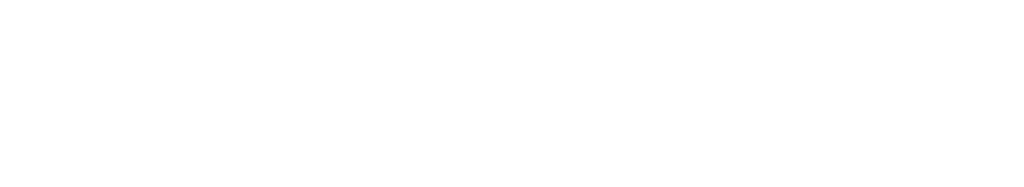
<source format=gbo>
G04 #@! TF.FileFunction,Legend,Bot*
%FSLAX46Y46*%
G04 Gerber Fmt 4.6, Leading zero omitted, Abs format (unit mm)*
G04 Created by KiCad (PCBNEW 4.0.2-stable) date 6/3/2016 9:25:23 PM*
%MOMM*%
G01*
G04 APERTURE LIST*
%ADD10C,0.100000*%
%ADD11C,0.190500*%
%ADD12R,1.700000X1.700000*%
%ADD13C,1.700000*%
%ADD14R,2.432000X2.127200*%
%ADD15O,2.432000X2.127200*%
%ADD16R,2.900000X2.900000*%
%ADD17C,2.900000*%
%ADD18C,2.600000*%
G04 APERTURE END LIST*
D10*
D11*
X143491857Y-89883343D02*
X143455571Y-89919629D01*
X143346714Y-89955914D01*
X143274143Y-89955914D01*
X143165286Y-89919629D01*
X143092714Y-89847057D01*
X143056429Y-89774486D01*
X143020143Y-89629343D01*
X143020143Y-89520486D01*
X143056429Y-89375343D01*
X143092714Y-89302771D01*
X143165286Y-89230200D01*
X143274143Y-89193914D01*
X143346714Y-89193914D01*
X143455571Y-89230200D01*
X143491857Y-89266486D01*
X143927286Y-89955914D02*
X143854714Y-89919629D01*
X143818429Y-89883343D01*
X143782143Y-89810771D01*
X143782143Y-89593057D01*
X143818429Y-89520486D01*
X143854714Y-89484200D01*
X143927286Y-89447914D01*
X144036143Y-89447914D01*
X144108714Y-89484200D01*
X144145000Y-89520486D01*
X144181286Y-89593057D01*
X144181286Y-89810771D01*
X144145000Y-89883343D01*
X144108714Y-89919629D01*
X144036143Y-89955914D01*
X143927286Y-89955914D01*
X144507858Y-89447914D02*
X144507858Y-90209914D01*
X144507858Y-89484200D02*
X144580429Y-89447914D01*
X144725572Y-89447914D01*
X144798143Y-89484200D01*
X144834429Y-89520486D01*
X144870715Y-89593057D01*
X144870715Y-89810771D01*
X144834429Y-89883343D01*
X144798143Y-89919629D01*
X144725572Y-89955914D01*
X144580429Y-89955914D01*
X144507858Y-89919629D01*
X145124715Y-89447914D02*
X145306144Y-89955914D01*
X145487572Y-89447914D02*
X145306144Y-89955914D01*
X145233572Y-90137343D01*
X145197287Y-90173629D01*
X145124715Y-90209914D01*
X145777858Y-89955914D02*
X145777858Y-89447914D01*
X145777858Y-89593057D02*
X145814143Y-89520486D01*
X145850429Y-89484200D01*
X145923000Y-89447914D01*
X145995572Y-89447914D01*
X146249572Y-89955914D02*
X146249572Y-89447914D01*
X146249572Y-89193914D02*
X146213286Y-89230200D01*
X146249572Y-89266486D01*
X146285857Y-89230200D01*
X146249572Y-89193914D01*
X146249572Y-89266486D01*
X146939000Y-89447914D02*
X146939000Y-90064771D01*
X146902714Y-90137343D01*
X146866429Y-90173629D01*
X146793857Y-90209914D01*
X146685000Y-90209914D01*
X146612429Y-90173629D01*
X146939000Y-89919629D02*
X146866429Y-89955914D01*
X146721286Y-89955914D01*
X146648714Y-89919629D01*
X146612429Y-89883343D01*
X146576143Y-89810771D01*
X146576143Y-89593057D01*
X146612429Y-89520486D01*
X146648714Y-89484200D01*
X146721286Y-89447914D01*
X146866429Y-89447914D01*
X146939000Y-89484200D01*
X147301858Y-89955914D02*
X147301858Y-89193914D01*
X147628429Y-89955914D02*
X147628429Y-89556771D01*
X147592143Y-89484200D01*
X147519572Y-89447914D01*
X147410715Y-89447914D01*
X147338143Y-89484200D01*
X147301858Y-89520486D01*
X147882429Y-89447914D02*
X148172715Y-89447914D01*
X147991287Y-89193914D02*
X147991287Y-89847057D01*
X148027572Y-89919629D01*
X148100144Y-89955914D01*
X148172715Y-89955914D01*
X149225001Y-90246200D02*
X149188715Y-90209914D01*
X149116144Y-90101057D01*
X149079858Y-90028486D01*
X149043572Y-89919629D01*
X149007287Y-89738200D01*
X149007287Y-89593057D01*
X149043572Y-89411629D01*
X149079858Y-89302771D01*
X149116144Y-89230200D01*
X149188715Y-89121343D01*
X149225001Y-89085057D01*
X149841858Y-89919629D02*
X149769287Y-89955914D01*
X149624144Y-89955914D01*
X149551572Y-89919629D01*
X149515287Y-89883343D01*
X149479001Y-89810771D01*
X149479001Y-89593057D01*
X149515287Y-89520486D01*
X149551572Y-89484200D01*
X149624144Y-89447914D01*
X149769287Y-89447914D01*
X149841858Y-89484200D01*
X150095858Y-90246200D02*
X150132144Y-90209914D01*
X150204715Y-90101057D01*
X150241001Y-90028486D01*
X150277287Y-89919629D01*
X150313572Y-89738200D01*
X150313572Y-89593057D01*
X150277287Y-89411629D01*
X150241001Y-89302771D01*
X150204715Y-89230200D01*
X150132144Y-89121343D01*
X150095858Y-89085057D01*
X151220715Y-89266486D02*
X151257001Y-89230200D01*
X151329572Y-89193914D01*
X151511001Y-89193914D01*
X151583572Y-89230200D01*
X151619858Y-89266486D01*
X151656143Y-89339057D01*
X151656143Y-89411629D01*
X151619858Y-89520486D01*
X151184429Y-89955914D01*
X151656143Y-89955914D01*
X152127857Y-89193914D02*
X152200429Y-89193914D01*
X152273000Y-89230200D01*
X152309286Y-89266486D01*
X152345572Y-89339057D01*
X152381857Y-89484200D01*
X152381857Y-89665629D01*
X152345572Y-89810771D01*
X152309286Y-89883343D01*
X152273000Y-89919629D01*
X152200429Y-89955914D01*
X152127857Y-89955914D01*
X152055286Y-89919629D01*
X152019000Y-89883343D01*
X151982715Y-89810771D01*
X151946429Y-89665629D01*
X151946429Y-89484200D01*
X151982715Y-89339057D01*
X152019000Y-89266486D01*
X152055286Y-89230200D01*
X152127857Y-89193914D01*
X153107571Y-89955914D02*
X152672143Y-89955914D01*
X152889857Y-89955914D02*
X152889857Y-89193914D01*
X152817286Y-89302771D01*
X152744714Y-89375343D01*
X152672143Y-89411629D01*
X153760714Y-89193914D02*
X153615571Y-89193914D01*
X153543000Y-89230200D01*
X153506714Y-89266486D01*
X153434143Y-89375343D01*
X153397857Y-89520486D01*
X153397857Y-89810771D01*
X153434143Y-89883343D01*
X153470428Y-89919629D01*
X153543000Y-89955914D01*
X153688143Y-89955914D01*
X153760714Y-89919629D01*
X153797000Y-89883343D01*
X153833285Y-89810771D01*
X153833285Y-89629343D01*
X153797000Y-89556771D01*
X153760714Y-89520486D01*
X153688143Y-89484200D01*
X153543000Y-89484200D01*
X153470428Y-89520486D01*
X153434143Y-89556771D01*
X153397857Y-89629343D01*
X154740428Y-89955914D02*
X154740428Y-89193914D01*
X155030713Y-89193914D01*
X155103285Y-89230200D01*
X155139570Y-89266486D01*
X155175856Y-89339057D01*
X155175856Y-89447914D01*
X155139570Y-89520486D01*
X155103285Y-89556771D01*
X155030713Y-89593057D01*
X154740428Y-89593057D01*
X155792713Y-89919629D02*
X155720142Y-89955914D01*
X155574999Y-89955914D01*
X155502428Y-89919629D01*
X155466142Y-89847057D01*
X155466142Y-89556771D01*
X155502428Y-89484200D01*
X155574999Y-89447914D01*
X155720142Y-89447914D01*
X155792713Y-89484200D01*
X155828999Y-89556771D01*
X155828999Y-89629343D01*
X155466142Y-89701914D01*
X156046713Y-89447914D02*
X156336999Y-89447914D01*
X156155571Y-89193914D02*
X156155571Y-89847057D01*
X156191856Y-89919629D01*
X156264428Y-89955914D01*
X156336999Y-89955914D01*
X156881285Y-89919629D02*
X156808714Y-89955914D01*
X156663571Y-89955914D01*
X156591000Y-89919629D01*
X156554714Y-89847057D01*
X156554714Y-89556771D01*
X156591000Y-89484200D01*
X156663571Y-89447914D01*
X156808714Y-89447914D01*
X156881285Y-89484200D01*
X156917571Y-89556771D01*
X156917571Y-89629343D01*
X156554714Y-89701914D01*
X157244143Y-89955914D02*
X157244143Y-89447914D01*
X157244143Y-89593057D02*
X157280428Y-89520486D01*
X157316714Y-89484200D01*
X157389285Y-89447914D01*
X157461857Y-89447914D01*
X158260142Y-89919629D02*
X158368999Y-89955914D01*
X158550428Y-89955914D01*
X158622999Y-89919629D01*
X158659285Y-89883343D01*
X158695570Y-89810771D01*
X158695570Y-89738200D01*
X158659285Y-89665629D01*
X158622999Y-89629343D01*
X158550428Y-89593057D01*
X158405285Y-89556771D01*
X158332713Y-89520486D01*
X158296428Y-89484200D01*
X158260142Y-89411629D01*
X158260142Y-89339057D01*
X158296428Y-89266486D01*
X158332713Y-89230200D01*
X158405285Y-89193914D01*
X158586713Y-89193914D01*
X158695570Y-89230200D01*
X159022142Y-89955914D02*
X159022142Y-89193914D01*
X159348713Y-89955914D02*
X159348713Y-89556771D01*
X159312427Y-89484200D01*
X159239856Y-89447914D01*
X159130999Y-89447914D01*
X159058427Y-89484200D01*
X159022142Y-89520486D01*
X160038142Y-89955914D02*
X160038142Y-89556771D01*
X160001856Y-89484200D01*
X159929285Y-89447914D01*
X159784142Y-89447914D01*
X159711571Y-89484200D01*
X160038142Y-89919629D02*
X159965571Y-89955914D01*
X159784142Y-89955914D01*
X159711571Y-89919629D01*
X159675285Y-89847057D01*
X159675285Y-89774486D01*
X159711571Y-89701914D01*
X159784142Y-89665629D01*
X159965571Y-89665629D01*
X160038142Y-89629343D01*
X160401000Y-89955914D02*
X160401000Y-89193914D01*
X160401000Y-89484200D02*
X160473571Y-89447914D01*
X160618714Y-89447914D01*
X160691285Y-89484200D01*
X160727571Y-89520486D01*
X160763857Y-89593057D01*
X160763857Y-89810771D01*
X160727571Y-89883343D01*
X160691285Y-89919629D01*
X160618714Y-89955914D01*
X160473571Y-89955914D01*
X160401000Y-89919629D01*
X161090429Y-89955914D02*
X161090429Y-89447914D01*
X161090429Y-89193914D02*
X161054143Y-89230200D01*
X161090429Y-89266486D01*
X161126714Y-89230200D01*
X161090429Y-89193914D01*
X161090429Y-89266486D01*
X161453286Y-89447914D02*
X161453286Y-89955914D01*
X161453286Y-89520486D02*
X161489571Y-89484200D01*
X161562143Y-89447914D01*
X161671000Y-89447914D01*
X161743571Y-89484200D01*
X161779857Y-89556771D01*
X161779857Y-89955914D01*
X162251572Y-89955914D02*
X162179000Y-89919629D01*
X162142715Y-89883343D01*
X162106429Y-89810771D01*
X162106429Y-89593057D01*
X162142715Y-89520486D01*
X162179000Y-89484200D01*
X162251572Y-89447914D01*
X162360429Y-89447914D01*
X162433000Y-89484200D01*
X162469286Y-89520486D01*
X162505572Y-89593057D01*
X162505572Y-89810771D01*
X162469286Y-89883343D01*
X162433000Y-89919629D01*
X162360429Y-89955914D01*
X162251572Y-89955914D01*
X143056429Y-92470514D02*
X143056429Y-91708514D01*
X143346714Y-91708514D01*
X143419286Y-91744800D01*
X143455571Y-91781086D01*
X143491857Y-91853657D01*
X143491857Y-91962514D01*
X143455571Y-92035086D01*
X143419286Y-92071371D01*
X143346714Y-92107657D01*
X143056429Y-92107657D01*
X144108714Y-92434229D02*
X144036143Y-92470514D01*
X143891000Y-92470514D01*
X143818429Y-92434229D01*
X143782143Y-92361657D01*
X143782143Y-92071371D01*
X143818429Y-91998800D01*
X143891000Y-91962514D01*
X144036143Y-91962514D01*
X144108714Y-91998800D01*
X144145000Y-92071371D01*
X144145000Y-92143943D01*
X143782143Y-92216514D01*
X144471572Y-92470514D02*
X144471572Y-91962514D01*
X144471572Y-92107657D02*
X144507857Y-92035086D01*
X144544143Y-91998800D01*
X144616714Y-91962514D01*
X144689286Y-91962514D01*
X144943286Y-92470514D02*
X144943286Y-91962514D01*
X144943286Y-92035086D02*
X144979571Y-91998800D01*
X145052143Y-91962514D01*
X145161000Y-91962514D01*
X145233571Y-91998800D01*
X145269857Y-92071371D01*
X145269857Y-92470514D01*
X145269857Y-92071371D02*
X145306143Y-91998800D01*
X145378714Y-91962514D01*
X145487571Y-91962514D01*
X145560143Y-91998800D01*
X145596428Y-92071371D01*
X145596428Y-92470514D01*
X145959286Y-92470514D02*
X145959286Y-91962514D01*
X145959286Y-91708514D02*
X145923000Y-91744800D01*
X145959286Y-91781086D01*
X145995571Y-91744800D01*
X145959286Y-91708514D01*
X145959286Y-91781086D01*
X146285857Y-92434229D02*
X146358428Y-92470514D01*
X146503571Y-92470514D01*
X146576143Y-92434229D01*
X146612428Y-92361657D01*
X146612428Y-92325371D01*
X146576143Y-92252800D01*
X146503571Y-92216514D01*
X146394714Y-92216514D01*
X146322143Y-92180229D01*
X146285857Y-92107657D01*
X146285857Y-92071371D01*
X146322143Y-91998800D01*
X146394714Y-91962514D01*
X146503571Y-91962514D01*
X146576143Y-91998800D01*
X146902714Y-92434229D02*
X146975285Y-92470514D01*
X147120428Y-92470514D01*
X147193000Y-92434229D01*
X147229285Y-92361657D01*
X147229285Y-92325371D01*
X147193000Y-92252800D01*
X147120428Y-92216514D01*
X147011571Y-92216514D01*
X146939000Y-92180229D01*
X146902714Y-92107657D01*
X146902714Y-92071371D01*
X146939000Y-91998800D01*
X147011571Y-91962514D01*
X147120428Y-91962514D01*
X147193000Y-91998800D01*
X147555857Y-92470514D02*
X147555857Y-91962514D01*
X147555857Y-91708514D02*
X147519571Y-91744800D01*
X147555857Y-91781086D01*
X147592142Y-91744800D01*
X147555857Y-91708514D01*
X147555857Y-91781086D01*
X148027571Y-92470514D02*
X147954999Y-92434229D01*
X147918714Y-92397943D01*
X147882428Y-92325371D01*
X147882428Y-92107657D01*
X147918714Y-92035086D01*
X147954999Y-91998800D01*
X148027571Y-91962514D01*
X148136428Y-91962514D01*
X148208999Y-91998800D01*
X148245285Y-92035086D01*
X148281571Y-92107657D01*
X148281571Y-92325371D01*
X148245285Y-92397943D01*
X148208999Y-92434229D01*
X148136428Y-92470514D01*
X148027571Y-92470514D01*
X148608143Y-91962514D02*
X148608143Y-92470514D01*
X148608143Y-92035086D02*
X148644428Y-91998800D01*
X148717000Y-91962514D01*
X148825857Y-91962514D01*
X148898428Y-91998800D01*
X148934714Y-92071371D01*
X148934714Y-92470514D01*
X149878143Y-92470514D02*
X149878143Y-91962514D01*
X149878143Y-91708514D02*
X149841857Y-91744800D01*
X149878143Y-91781086D01*
X149914428Y-91744800D01*
X149878143Y-91708514D01*
X149878143Y-91781086D01*
X150204714Y-92434229D02*
X150277285Y-92470514D01*
X150422428Y-92470514D01*
X150495000Y-92434229D01*
X150531285Y-92361657D01*
X150531285Y-92325371D01*
X150495000Y-92252800D01*
X150422428Y-92216514D01*
X150313571Y-92216514D01*
X150241000Y-92180229D01*
X150204714Y-92107657D01*
X150204714Y-92071371D01*
X150241000Y-91998800D01*
X150313571Y-91962514D01*
X150422428Y-91962514D01*
X150495000Y-91998800D01*
X151438428Y-92470514D02*
X151438428Y-91708514D01*
X151764999Y-92470514D02*
X151764999Y-92071371D01*
X151728713Y-91998800D01*
X151656142Y-91962514D01*
X151547285Y-91962514D01*
X151474713Y-91998800D01*
X151438428Y-92035086D01*
X152418142Y-92434229D02*
X152345571Y-92470514D01*
X152200428Y-92470514D01*
X152127857Y-92434229D01*
X152091571Y-92361657D01*
X152091571Y-92071371D01*
X152127857Y-91998800D01*
X152200428Y-91962514D01*
X152345571Y-91962514D01*
X152418142Y-91998800D01*
X152454428Y-92071371D01*
X152454428Y-92143943D01*
X152091571Y-92216514D01*
X152781000Y-92470514D02*
X152781000Y-91962514D01*
X152781000Y-92107657D02*
X152817285Y-92035086D01*
X152853571Y-91998800D01*
X152926142Y-91962514D01*
X152998714Y-91962514D01*
X153542999Y-92434229D02*
X153470428Y-92470514D01*
X153325285Y-92470514D01*
X153252714Y-92434229D01*
X153216428Y-92361657D01*
X153216428Y-92071371D01*
X153252714Y-91998800D01*
X153325285Y-91962514D01*
X153470428Y-91962514D01*
X153542999Y-91998800D01*
X153579285Y-92071371D01*
X153579285Y-92143943D01*
X153216428Y-92216514D01*
X153905857Y-92470514D02*
X153905857Y-91708514D01*
X153905857Y-91998800D02*
X153978428Y-91962514D01*
X154123571Y-91962514D01*
X154196142Y-91998800D01*
X154232428Y-92035086D01*
X154268714Y-92107657D01*
X154268714Y-92325371D01*
X154232428Y-92397943D01*
X154196142Y-92434229D01*
X154123571Y-92470514D01*
X153978428Y-92470514D01*
X153905857Y-92434229D01*
X154522714Y-91962514D02*
X154704143Y-92470514D01*
X154885571Y-91962514D02*
X154704143Y-92470514D01*
X154631571Y-92651943D01*
X154595286Y-92688229D01*
X154522714Y-92724514D01*
X156082999Y-91962514D02*
X156082999Y-92579371D01*
X156046713Y-92651943D01*
X156010428Y-92688229D01*
X155937856Y-92724514D01*
X155828999Y-92724514D01*
X155756428Y-92688229D01*
X156082999Y-92434229D02*
X156010428Y-92470514D01*
X155865285Y-92470514D01*
X155792713Y-92434229D01*
X155756428Y-92397943D01*
X155720142Y-92325371D01*
X155720142Y-92107657D01*
X155756428Y-92035086D01*
X155792713Y-91998800D01*
X155865285Y-91962514D01*
X156010428Y-91962514D01*
X156082999Y-91998800D01*
X156445857Y-92470514D02*
X156445857Y-91962514D01*
X156445857Y-92107657D02*
X156482142Y-92035086D01*
X156518428Y-91998800D01*
X156590999Y-91962514D01*
X156663571Y-91962514D01*
X157244142Y-92470514D02*
X157244142Y-92071371D01*
X157207856Y-91998800D01*
X157135285Y-91962514D01*
X156990142Y-91962514D01*
X156917571Y-91998800D01*
X157244142Y-92434229D02*
X157171571Y-92470514D01*
X156990142Y-92470514D01*
X156917571Y-92434229D01*
X156881285Y-92361657D01*
X156881285Y-92289086D01*
X156917571Y-92216514D01*
X156990142Y-92180229D01*
X157171571Y-92180229D01*
X157244142Y-92143943D01*
X157607000Y-91962514D02*
X157607000Y-92470514D01*
X157607000Y-92035086D02*
X157643285Y-91998800D01*
X157715857Y-91962514D01*
X157824714Y-91962514D01*
X157897285Y-91998800D01*
X157933571Y-92071371D01*
X157933571Y-92470514D01*
X158187571Y-91962514D02*
X158477857Y-91962514D01*
X158296429Y-91708514D02*
X158296429Y-92361657D01*
X158332714Y-92434229D01*
X158405286Y-92470514D01*
X158477857Y-92470514D01*
X159022143Y-92434229D02*
X158949572Y-92470514D01*
X158804429Y-92470514D01*
X158731858Y-92434229D01*
X158695572Y-92361657D01*
X158695572Y-92071371D01*
X158731858Y-91998800D01*
X158804429Y-91962514D01*
X158949572Y-91962514D01*
X159022143Y-91998800D01*
X159058429Y-92071371D01*
X159058429Y-92143943D01*
X158695572Y-92216514D01*
X159711572Y-92470514D02*
X159711572Y-91708514D01*
X159711572Y-92434229D02*
X159639001Y-92470514D01*
X159493858Y-92470514D01*
X159421286Y-92434229D01*
X159385001Y-92397943D01*
X159348715Y-92325371D01*
X159348715Y-92107657D01*
X159385001Y-92035086D01*
X159421286Y-91998800D01*
X159493858Y-91962514D01*
X159639001Y-91962514D01*
X159711572Y-91998800D01*
X160110715Y-92434229D02*
X160110715Y-92470514D01*
X160074430Y-92543086D01*
X160038144Y-92579371D01*
X160909000Y-91962514D02*
X161199286Y-91962514D01*
X161017858Y-92470514D02*
X161017858Y-91817371D01*
X161054143Y-91744800D01*
X161126715Y-91708514D01*
X161199286Y-91708514D01*
X161453287Y-92470514D02*
X161453287Y-91962514D01*
X161453287Y-92107657D02*
X161489572Y-92035086D01*
X161525858Y-91998800D01*
X161598429Y-91962514D01*
X161671001Y-91962514D01*
X162215286Y-92434229D02*
X162142715Y-92470514D01*
X161997572Y-92470514D01*
X161925001Y-92434229D01*
X161888715Y-92361657D01*
X161888715Y-92071371D01*
X161925001Y-91998800D01*
X161997572Y-91962514D01*
X162142715Y-91962514D01*
X162215286Y-91998800D01*
X162251572Y-92071371D01*
X162251572Y-92143943D01*
X161888715Y-92216514D01*
X162868429Y-92434229D02*
X162795858Y-92470514D01*
X162650715Y-92470514D01*
X162578144Y-92434229D01*
X162541858Y-92361657D01*
X162541858Y-92071371D01*
X162578144Y-91998800D01*
X162650715Y-91962514D01*
X162795858Y-91962514D01*
X162868429Y-91998800D01*
X162904715Y-92071371D01*
X162904715Y-92143943D01*
X162541858Y-92216514D01*
X163920715Y-92470514D02*
X163848143Y-92434229D01*
X163811858Y-92397943D01*
X163775572Y-92325371D01*
X163775572Y-92107657D01*
X163811858Y-92035086D01*
X163848143Y-91998800D01*
X163920715Y-91962514D01*
X164029572Y-91962514D01*
X164102143Y-91998800D01*
X164138429Y-92035086D01*
X164174715Y-92107657D01*
X164174715Y-92325371D01*
X164138429Y-92397943D01*
X164102143Y-92434229D01*
X164029572Y-92470514D01*
X163920715Y-92470514D01*
X164392429Y-91962514D02*
X164682715Y-91962514D01*
X164501287Y-92470514D02*
X164501287Y-91817371D01*
X164537572Y-91744800D01*
X164610144Y-91708514D01*
X164682715Y-91708514D01*
X165843858Y-92434229D02*
X165771287Y-92470514D01*
X165626144Y-92470514D01*
X165553572Y-92434229D01*
X165517287Y-92397943D01*
X165481001Y-92325371D01*
X165481001Y-92107657D01*
X165517287Y-92035086D01*
X165553572Y-91998800D01*
X165626144Y-91962514D01*
X165771287Y-91962514D01*
X165843858Y-91998800D01*
X166170430Y-92470514D02*
X166170430Y-91708514D01*
X166497001Y-92470514D02*
X166497001Y-92071371D01*
X166460715Y-91998800D01*
X166388144Y-91962514D01*
X166279287Y-91962514D01*
X166206715Y-91998800D01*
X166170430Y-92035086D01*
X167186430Y-92470514D02*
X167186430Y-92071371D01*
X167150144Y-91998800D01*
X167077573Y-91962514D01*
X166932430Y-91962514D01*
X166859859Y-91998800D01*
X167186430Y-92434229D02*
X167113859Y-92470514D01*
X166932430Y-92470514D01*
X166859859Y-92434229D01*
X166823573Y-92361657D01*
X166823573Y-92289086D01*
X166859859Y-92216514D01*
X166932430Y-92180229D01*
X167113859Y-92180229D01*
X167186430Y-92143943D01*
X167549288Y-92470514D02*
X167549288Y-91962514D01*
X167549288Y-92107657D02*
X167585573Y-92035086D01*
X167621859Y-91998800D01*
X167694430Y-91962514D01*
X167767002Y-91962514D01*
X168347573Y-91962514D02*
X168347573Y-92579371D01*
X168311287Y-92651943D01*
X168275002Y-92688229D01*
X168202430Y-92724514D01*
X168093573Y-92724514D01*
X168021002Y-92688229D01*
X168347573Y-92434229D02*
X168275002Y-92470514D01*
X168129859Y-92470514D01*
X168057287Y-92434229D01*
X168021002Y-92397943D01*
X167984716Y-92325371D01*
X167984716Y-92107657D01*
X168021002Y-92035086D01*
X168057287Y-91998800D01*
X168129859Y-91962514D01*
X168275002Y-91962514D01*
X168347573Y-91998800D01*
X169000716Y-92434229D02*
X168928145Y-92470514D01*
X168783002Y-92470514D01*
X168710431Y-92434229D01*
X168674145Y-92361657D01*
X168674145Y-92071371D01*
X168710431Y-91998800D01*
X168783002Y-91962514D01*
X168928145Y-91962514D01*
X169000716Y-91998800D01*
X169037002Y-92071371D01*
X169037002Y-92143943D01*
X168674145Y-92216514D01*
X169399859Y-92434229D02*
X169399859Y-92470514D01*
X169363574Y-92543086D01*
X169327288Y-92579371D01*
X170198144Y-91962514D02*
X170488430Y-91962514D01*
X170307002Y-91708514D02*
X170307002Y-92361657D01*
X170343287Y-92434229D01*
X170415859Y-92470514D01*
X170488430Y-92470514D01*
X170851288Y-92470514D02*
X170778716Y-92434229D01*
X170742431Y-92397943D01*
X170706145Y-92325371D01*
X170706145Y-92107657D01*
X170742431Y-92035086D01*
X170778716Y-91998800D01*
X170851288Y-91962514D01*
X170960145Y-91962514D01*
X171032716Y-91998800D01*
X171069002Y-92035086D01*
X171105288Y-92107657D01*
X171105288Y-92325371D01*
X171069002Y-92397943D01*
X171032716Y-92434229D01*
X170960145Y-92470514D01*
X170851288Y-92470514D01*
X172339002Y-92470514D02*
X172339002Y-92071371D01*
X172302716Y-91998800D01*
X172230145Y-91962514D01*
X172085002Y-91962514D01*
X172012431Y-91998800D01*
X172339002Y-92434229D02*
X172266431Y-92470514D01*
X172085002Y-92470514D01*
X172012431Y-92434229D01*
X171976145Y-92361657D01*
X171976145Y-92289086D01*
X172012431Y-92216514D01*
X172085002Y-92180229D01*
X172266431Y-92180229D01*
X172339002Y-92143943D01*
X172701860Y-91962514D02*
X172701860Y-92470514D01*
X172701860Y-92035086D02*
X172738145Y-91998800D01*
X172810717Y-91962514D01*
X172919574Y-91962514D01*
X172992145Y-91998800D01*
X173028431Y-92071371D01*
X173028431Y-92470514D01*
X173318717Y-91962514D02*
X173500146Y-92470514D01*
X173681574Y-91962514D02*
X173500146Y-92470514D01*
X173427574Y-92651943D01*
X173391289Y-92688229D01*
X173318717Y-92724514D01*
X174552431Y-91962514D02*
X174552431Y-92724514D01*
X174552431Y-91998800D02*
X174625002Y-91962514D01*
X174770145Y-91962514D01*
X174842716Y-91998800D01*
X174879002Y-92035086D01*
X174915288Y-92107657D01*
X174915288Y-92325371D01*
X174879002Y-92397943D01*
X174842716Y-92434229D01*
X174770145Y-92470514D01*
X174625002Y-92470514D01*
X174552431Y-92434229D01*
X175532145Y-92434229D02*
X175459574Y-92470514D01*
X175314431Y-92470514D01*
X175241860Y-92434229D01*
X175205574Y-92361657D01*
X175205574Y-92071371D01*
X175241860Y-91998800D01*
X175314431Y-91962514D01*
X175459574Y-91962514D01*
X175532145Y-91998800D01*
X175568431Y-92071371D01*
X175568431Y-92143943D01*
X175205574Y-92216514D01*
X175895003Y-92470514D02*
X175895003Y-91962514D01*
X175895003Y-92107657D02*
X175931288Y-92035086D01*
X175967574Y-91998800D01*
X176040145Y-91962514D01*
X176112717Y-91962514D01*
X176330431Y-92434229D02*
X176403002Y-92470514D01*
X176548145Y-92470514D01*
X176620717Y-92434229D01*
X176657002Y-92361657D01*
X176657002Y-92325371D01*
X176620717Y-92252800D01*
X176548145Y-92216514D01*
X176439288Y-92216514D01*
X176366717Y-92180229D01*
X176330431Y-92107657D01*
X176330431Y-92071371D01*
X176366717Y-91998800D01*
X176439288Y-91962514D01*
X176548145Y-91962514D01*
X176620717Y-91998800D01*
X177092431Y-92470514D02*
X177019859Y-92434229D01*
X176983574Y-92397943D01*
X176947288Y-92325371D01*
X176947288Y-92107657D01*
X176983574Y-92035086D01*
X177019859Y-91998800D01*
X177092431Y-91962514D01*
X177201288Y-91962514D01*
X177273859Y-91998800D01*
X177310145Y-92035086D01*
X177346431Y-92107657D01*
X177346431Y-92325371D01*
X177310145Y-92397943D01*
X177273859Y-92434229D01*
X177201288Y-92470514D01*
X177092431Y-92470514D01*
X177673003Y-91962514D02*
X177673003Y-92470514D01*
X177673003Y-92035086D02*
X177709288Y-91998800D01*
X177781860Y-91962514D01*
X177890717Y-91962514D01*
X177963288Y-91998800D01*
X177999574Y-92071371D01*
X177999574Y-92470514D01*
X179051860Y-92470514D02*
X178979288Y-92434229D01*
X178943003Y-92397943D01*
X178906717Y-92325371D01*
X178906717Y-92107657D01*
X178943003Y-92035086D01*
X178979288Y-91998800D01*
X179051860Y-91962514D01*
X179160717Y-91962514D01*
X179233288Y-91998800D01*
X179269574Y-92035086D01*
X179305860Y-92107657D01*
X179305860Y-92325371D01*
X179269574Y-92397943D01*
X179233288Y-92434229D01*
X179160717Y-92470514D01*
X179051860Y-92470514D01*
X179632432Y-92470514D02*
X179632432Y-91708514D01*
X179632432Y-91998800D02*
X179705003Y-91962514D01*
X179850146Y-91962514D01*
X179922717Y-91998800D01*
X179959003Y-92035086D01*
X179995289Y-92107657D01*
X179995289Y-92325371D01*
X179959003Y-92397943D01*
X179922717Y-92434229D01*
X179850146Y-92470514D01*
X179705003Y-92470514D01*
X179632432Y-92434229D01*
X180213003Y-91962514D02*
X180503289Y-91962514D01*
X180321861Y-91708514D02*
X180321861Y-92361657D01*
X180358146Y-92434229D01*
X180430718Y-92470514D01*
X180503289Y-92470514D01*
X181083861Y-92470514D02*
X181083861Y-92071371D01*
X181047575Y-91998800D01*
X180975004Y-91962514D01*
X180829861Y-91962514D01*
X180757290Y-91998800D01*
X181083861Y-92434229D02*
X181011290Y-92470514D01*
X180829861Y-92470514D01*
X180757290Y-92434229D01*
X180721004Y-92361657D01*
X180721004Y-92289086D01*
X180757290Y-92216514D01*
X180829861Y-92180229D01*
X181011290Y-92180229D01*
X181083861Y-92143943D01*
X181446719Y-92470514D02*
X181446719Y-91962514D01*
X181446719Y-91708514D02*
X181410433Y-91744800D01*
X181446719Y-91781086D01*
X181483004Y-91744800D01*
X181446719Y-91708514D01*
X181446719Y-91781086D01*
X181809576Y-91962514D02*
X181809576Y-92470514D01*
X181809576Y-92035086D02*
X181845861Y-91998800D01*
X181918433Y-91962514D01*
X182027290Y-91962514D01*
X182099861Y-91998800D01*
X182136147Y-92071371D01*
X182136147Y-92470514D01*
X182499005Y-92470514D02*
X182499005Y-91962514D01*
X182499005Y-91708514D02*
X182462719Y-91744800D01*
X182499005Y-91781086D01*
X182535290Y-91744800D01*
X182499005Y-91708514D01*
X182499005Y-91781086D01*
X182861862Y-91962514D02*
X182861862Y-92470514D01*
X182861862Y-92035086D02*
X182898147Y-91998800D01*
X182970719Y-91962514D01*
X183079576Y-91962514D01*
X183152147Y-91998800D01*
X183188433Y-92071371D01*
X183188433Y-92470514D01*
X183877862Y-91962514D02*
X183877862Y-92579371D01*
X183841576Y-92651943D01*
X183805291Y-92688229D01*
X183732719Y-92724514D01*
X183623862Y-92724514D01*
X183551291Y-92688229D01*
X183877862Y-92434229D02*
X183805291Y-92470514D01*
X183660148Y-92470514D01*
X183587576Y-92434229D01*
X183551291Y-92397943D01*
X183515005Y-92325371D01*
X183515005Y-92107657D01*
X183551291Y-92035086D01*
X183587576Y-91998800D01*
X183660148Y-91962514D01*
X183805291Y-91962514D01*
X183877862Y-91998800D01*
X185147862Y-92470514D02*
X185147862Y-92071371D01*
X185111576Y-91998800D01*
X185039005Y-91962514D01*
X184893862Y-91962514D01*
X184821291Y-91998800D01*
X185147862Y-92434229D02*
X185075291Y-92470514D01*
X184893862Y-92470514D01*
X184821291Y-92434229D01*
X184785005Y-92361657D01*
X184785005Y-92289086D01*
X184821291Y-92216514D01*
X184893862Y-92180229D01*
X185075291Y-92180229D01*
X185147862Y-92143943D01*
X186417862Y-92434229D02*
X186345291Y-92470514D01*
X186200148Y-92470514D01*
X186127576Y-92434229D01*
X186091291Y-92397943D01*
X186055005Y-92325371D01*
X186055005Y-92107657D01*
X186091291Y-92035086D01*
X186127576Y-91998800D01*
X186200148Y-91962514D01*
X186345291Y-91962514D01*
X186417862Y-91998800D01*
X186853291Y-92470514D02*
X186780719Y-92434229D01*
X186744434Y-92397943D01*
X186708148Y-92325371D01*
X186708148Y-92107657D01*
X186744434Y-92035086D01*
X186780719Y-91998800D01*
X186853291Y-91962514D01*
X186962148Y-91962514D01*
X187034719Y-91998800D01*
X187071005Y-92035086D01*
X187107291Y-92107657D01*
X187107291Y-92325371D01*
X187071005Y-92397943D01*
X187034719Y-92434229D01*
X186962148Y-92470514D01*
X186853291Y-92470514D01*
X187433863Y-91962514D02*
X187433863Y-92724514D01*
X187433863Y-91998800D02*
X187506434Y-91962514D01*
X187651577Y-91962514D01*
X187724148Y-91998800D01*
X187760434Y-92035086D01*
X187796720Y-92107657D01*
X187796720Y-92325371D01*
X187760434Y-92397943D01*
X187724148Y-92434229D01*
X187651577Y-92470514D01*
X187506434Y-92470514D01*
X187433863Y-92434229D01*
X188050720Y-91962514D02*
X188232149Y-92470514D01*
X188413577Y-91962514D02*
X188232149Y-92470514D01*
X188159577Y-92651943D01*
X188123292Y-92688229D01*
X188050720Y-92724514D01*
X189393291Y-92470514D02*
X189320719Y-92434229D01*
X189284434Y-92397943D01*
X189248148Y-92325371D01*
X189248148Y-92107657D01*
X189284434Y-92035086D01*
X189320719Y-91998800D01*
X189393291Y-91962514D01*
X189502148Y-91962514D01*
X189574719Y-91998800D01*
X189611005Y-92035086D01*
X189647291Y-92107657D01*
X189647291Y-92325371D01*
X189611005Y-92397943D01*
X189574719Y-92434229D01*
X189502148Y-92470514D01*
X189393291Y-92470514D01*
X189865005Y-91962514D02*
X190155291Y-91962514D01*
X189973863Y-92470514D02*
X189973863Y-91817371D01*
X190010148Y-91744800D01*
X190082720Y-91708514D01*
X190155291Y-91708514D01*
X190881005Y-91962514D02*
X191171291Y-91962514D01*
X190989863Y-91708514D02*
X190989863Y-92361657D01*
X191026148Y-92434229D01*
X191098720Y-92470514D01*
X191171291Y-92470514D01*
X191425292Y-92470514D02*
X191425292Y-91708514D01*
X191751863Y-92470514D02*
X191751863Y-92071371D01*
X191715577Y-91998800D01*
X191643006Y-91962514D01*
X191534149Y-91962514D01*
X191461577Y-91998800D01*
X191425292Y-92035086D01*
X192114721Y-92470514D02*
X192114721Y-91962514D01*
X192114721Y-91708514D02*
X192078435Y-91744800D01*
X192114721Y-91781086D01*
X192151006Y-91744800D01*
X192114721Y-91708514D01*
X192114721Y-91781086D01*
X192441292Y-92434229D02*
X192513863Y-92470514D01*
X192659006Y-92470514D01*
X192731578Y-92434229D01*
X192767863Y-92361657D01*
X192767863Y-92325371D01*
X192731578Y-92252800D01*
X192659006Y-92216514D01*
X192550149Y-92216514D01*
X192477578Y-92180229D01*
X192441292Y-92107657D01*
X192441292Y-92071371D01*
X192477578Y-91998800D01*
X192550149Y-91962514D01*
X192659006Y-91962514D01*
X192731578Y-91998800D01*
X193675006Y-92470514D02*
X193675006Y-91708514D01*
X194001577Y-92470514D02*
X194001577Y-92071371D01*
X193965291Y-91998800D01*
X193892720Y-91962514D01*
X193783863Y-91962514D01*
X193711291Y-91998800D01*
X193675006Y-92035086D01*
X194691006Y-92470514D02*
X194691006Y-92071371D01*
X194654720Y-91998800D01*
X194582149Y-91962514D01*
X194437006Y-91962514D01*
X194364435Y-91998800D01*
X194691006Y-92434229D02*
X194618435Y-92470514D01*
X194437006Y-92470514D01*
X194364435Y-92434229D01*
X194328149Y-92361657D01*
X194328149Y-92289086D01*
X194364435Y-92216514D01*
X194437006Y-92180229D01*
X194618435Y-92180229D01*
X194691006Y-92143943D01*
X195053864Y-92470514D02*
X195053864Y-91962514D01*
X195053864Y-92107657D02*
X195090149Y-92035086D01*
X195126435Y-91998800D01*
X195199006Y-91962514D01*
X195271578Y-91962514D01*
X195852149Y-92470514D02*
X195852149Y-91708514D01*
X195852149Y-92434229D02*
X195779578Y-92470514D01*
X195634435Y-92470514D01*
X195561863Y-92434229D01*
X195525578Y-92397943D01*
X195489292Y-92325371D01*
X195489292Y-92107657D01*
X195525578Y-92035086D01*
X195561863Y-91998800D01*
X195634435Y-91962514D01*
X195779578Y-91962514D01*
X195852149Y-91998800D01*
X196142435Y-91962514D02*
X196287578Y-92470514D01*
X196432721Y-92107657D01*
X196577864Y-92470514D01*
X196723007Y-91962514D01*
X197339864Y-92470514D02*
X197339864Y-92071371D01*
X197303578Y-91998800D01*
X197231007Y-91962514D01*
X197085864Y-91962514D01*
X197013293Y-91998800D01*
X197339864Y-92434229D02*
X197267293Y-92470514D01*
X197085864Y-92470514D01*
X197013293Y-92434229D01*
X196977007Y-92361657D01*
X196977007Y-92289086D01*
X197013293Y-92216514D01*
X197085864Y-92180229D01*
X197267293Y-92180229D01*
X197339864Y-92143943D01*
X197702722Y-92470514D02*
X197702722Y-91962514D01*
X197702722Y-92107657D02*
X197739007Y-92035086D01*
X197775293Y-91998800D01*
X197847864Y-91962514D01*
X197920436Y-91962514D01*
X198464721Y-92434229D02*
X198392150Y-92470514D01*
X198247007Y-92470514D01*
X198174436Y-92434229D01*
X198138150Y-92361657D01*
X198138150Y-92071371D01*
X198174436Y-91998800D01*
X198247007Y-91962514D01*
X198392150Y-91962514D01*
X198464721Y-91998800D01*
X198501007Y-92071371D01*
X198501007Y-92143943D01*
X198138150Y-92216514D01*
X198863864Y-92434229D02*
X198863864Y-92470514D01*
X198827579Y-92543086D01*
X198791293Y-92579371D01*
X199734721Y-92434229D02*
X199807292Y-92470514D01*
X199952435Y-92470514D01*
X200025007Y-92434229D01*
X200061292Y-92361657D01*
X200061292Y-92325371D01*
X200025007Y-92252800D01*
X199952435Y-92216514D01*
X199843578Y-92216514D01*
X199771007Y-92180229D01*
X199734721Y-92107657D01*
X199734721Y-92071371D01*
X199771007Y-91998800D01*
X199843578Y-91962514D01*
X199952435Y-91962514D01*
X200025007Y-91998800D01*
X200496721Y-92470514D02*
X200424149Y-92434229D01*
X200387864Y-92397943D01*
X200351578Y-92325371D01*
X200351578Y-92107657D01*
X200387864Y-92035086D01*
X200424149Y-91998800D01*
X200496721Y-91962514D01*
X200605578Y-91962514D01*
X200678149Y-91998800D01*
X200714435Y-92035086D01*
X200750721Y-92107657D01*
X200750721Y-92325371D01*
X200714435Y-92397943D01*
X200678149Y-92434229D01*
X200605578Y-92470514D01*
X200496721Y-92470514D01*
X200968435Y-91962514D02*
X201258721Y-91962514D01*
X201077293Y-92470514D02*
X201077293Y-91817371D01*
X201113578Y-91744800D01*
X201186150Y-91708514D01*
X201258721Y-91708514D01*
X201403864Y-91962514D02*
X201694150Y-91962514D01*
X201512722Y-91708514D02*
X201512722Y-92361657D01*
X201549007Y-92434229D01*
X201621579Y-92470514D01*
X201694150Y-92470514D01*
X201875579Y-91962514D02*
X202020722Y-92470514D01*
X202165865Y-92107657D01*
X202311008Y-92470514D01*
X202456151Y-91962514D01*
X203073008Y-92470514D02*
X203073008Y-92071371D01*
X203036722Y-91998800D01*
X202964151Y-91962514D01*
X202819008Y-91962514D01*
X202746437Y-91998800D01*
X203073008Y-92434229D02*
X203000437Y-92470514D01*
X202819008Y-92470514D01*
X202746437Y-92434229D01*
X202710151Y-92361657D01*
X202710151Y-92289086D01*
X202746437Y-92216514D01*
X202819008Y-92180229D01*
X203000437Y-92180229D01*
X203073008Y-92143943D01*
X203435866Y-92470514D02*
X203435866Y-91962514D01*
X203435866Y-92107657D02*
X203472151Y-92035086D01*
X203508437Y-91998800D01*
X203581008Y-91962514D01*
X203653580Y-91962514D01*
X204197865Y-92434229D02*
X204125294Y-92470514D01*
X203980151Y-92470514D01*
X203907580Y-92434229D01*
X203871294Y-92361657D01*
X203871294Y-92071371D01*
X203907580Y-91998800D01*
X203980151Y-91962514D01*
X204125294Y-91962514D01*
X204197865Y-91998800D01*
X204234151Y-92071371D01*
X204234151Y-92143943D01*
X203871294Y-92216514D01*
X204597008Y-92434229D02*
X204597008Y-92470514D01*
X204560723Y-92543086D01*
X204524437Y-92579371D01*
X205830722Y-92470514D02*
X205830722Y-92071371D01*
X205794436Y-91998800D01*
X205721865Y-91962514D01*
X205576722Y-91962514D01*
X205504151Y-91998800D01*
X205830722Y-92434229D02*
X205758151Y-92470514D01*
X205576722Y-92470514D01*
X205504151Y-92434229D01*
X205467865Y-92361657D01*
X205467865Y-92289086D01*
X205504151Y-92216514D01*
X205576722Y-92180229D01*
X205758151Y-92180229D01*
X205830722Y-92143943D01*
X206193580Y-91962514D02*
X206193580Y-92470514D01*
X206193580Y-92035086D02*
X206229865Y-91998800D01*
X206302437Y-91962514D01*
X206411294Y-91962514D01*
X206483865Y-91998800D01*
X206520151Y-92071371D01*
X206520151Y-92470514D01*
X207209580Y-92470514D02*
X207209580Y-91708514D01*
X207209580Y-92434229D02*
X207137009Y-92470514D01*
X206991866Y-92470514D01*
X206919294Y-92434229D01*
X206883009Y-92397943D01*
X206846723Y-92325371D01*
X206846723Y-92107657D01*
X206883009Y-92035086D01*
X206919294Y-91998800D01*
X206991866Y-91962514D01*
X207137009Y-91962514D01*
X207209580Y-91998800D01*
X208479580Y-92470514D02*
X208479580Y-92071371D01*
X208443294Y-91998800D01*
X208370723Y-91962514D01*
X208225580Y-91962514D01*
X208153009Y-91998800D01*
X208479580Y-92434229D02*
X208407009Y-92470514D01*
X208225580Y-92470514D01*
X208153009Y-92434229D01*
X208116723Y-92361657D01*
X208116723Y-92289086D01*
X208153009Y-92216514D01*
X208225580Y-92180229D01*
X208407009Y-92180229D01*
X208479580Y-92143943D01*
X208806152Y-92434229D02*
X208878723Y-92470514D01*
X209023866Y-92470514D01*
X209096438Y-92434229D01*
X209132723Y-92361657D01*
X209132723Y-92325371D01*
X209096438Y-92252800D01*
X209023866Y-92216514D01*
X208915009Y-92216514D01*
X208842438Y-92180229D01*
X208806152Y-92107657D01*
X208806152Y-92071371D01*
X208842438Y-91998800D01*
X208915009Y-91962514D01*
X209023866Y-91962514D01*
X209096438Y-91998800D01*
X209423009Y-92434229D02*
X209495580Y-92470514D01*
X209640723Y-92470514D01*
X209713295Y-92434229D01*
X209749580Y-92361657D01*
X209749580Y-92325371D01*
X209713295Y-92252800D01*
X209640723Y-92216514D01*
X209531866Y-92216514D01*
X209459295Y-92180229D01*
X209423009Y-92107657D01*
X209423009Y-92071371D01*
X209459295Y-91998800D01*
X209531866Y-91962514D01*
X209640723Y-91962514D01*
X209713295Y-91998800D01*
X210185009Y-92470514D02*
X210112437Y-92434229D01*
X210076152Y-92397943D01*
X210039866Y-92325371D01*
X210039866Y-92107657D01*
X210076152Y-92035086D01*
X210112437Y-91998800D01*
X210185009Y-91962514D01*
X210293866Y-91962514D01*
X210366437Y-91998800D01*
X210402723Y-92035086D01*
X210439009Y-92107657D01*
X210439009Y-92325371D01*
X210402723Y-92397943D01*
X210366437Y-92434229D01*
X210293866Y-92470514D01*
X210185009Y-92470514D01*
X211092152Y-92434229D02*
X211019581Y-92470514D01*
X210874438Y-92470514D01*
X210801866Y-92434229D01*
X210765581Y-92397943D01*
X210729295Y-92325371D01*
X210729295Y-92107657D01*
X210765581Y-92035086D01*
X210801866Y-91998800D01*
X210874438Y-91962514D01*
X211019581Y-91962514D01*
X211092152Y-91998800D01*
X211418724Y-92470514D02*
X211418724Y-91962514D01*
X211418724Y-91708514D02*
X211382438Y-91744800D01*
X211418724Y-91781086D01*
X211455009Y-91744800D01*
X211418724Y-91708514D01*
X211418724Y-91781086D01*
X212108152Y-92470514D02*
X212108152Y-92071371D01*
X212071866Y-91998800D01*
X211999295Y-91962514D01*
X211854152Y-91962514D01*
X211781581Y-91998800D01*
X212108152Y-92434229D02*
X212035581Y-92470514D01*
X211854152Y-92470514D01*
X211781581Y-92434229D01*
X211745295Y-92361657D01*
X211745295Y-92289086D01*
X211781581Y-92216514D01*
X211854152Y-92180229D01*
X212035581Y-92180229D01*
X212108152Y-92143943D01*
X212362152Y-91962514D02*
X212652438Y-91962514D01*
X212471010Y-91708514D02*
X212471010Y-92361657D01*
X212507295Y-92434229D01*
X212579867Y-92470514D01*
X212652438Y-92470514D01*
X213196724Y-92434229D02*
X213124153Y-92470514D01*
X212979010Y-92470514D01*
X212906439Y-92434229D01*
X212870153Y-92361657D01*
X212870153Y-92071371D01*
X212906439Y-91998800D01*
X212979010Y-91962514D01*
X213124153Y-91962514D01*
X213196724Y-91998800D01*
X213233010Y-92071371D01*
X213233010Y-92143943D01*
X212870153Y-92216514D01*
X213886153Y-92470514D02*
X213886153Y-91708514D01*
X213886153Y-92434229D02*
X213813582Y-92470514D01*
X213668439Y-92470514D01*
X213595867Y-92434229D01*
X213559582Y-92397943D01*
X213523296Y-92325371D01*
X213523296Y-92107657D01*
X213559582Y-92035086D01*
X213595867Y-91998800D01*
X213668439Y-91962514D01*
X213813582Y-91962514D01*
X213886153Y-91998800D01*
X215156153Y-92470514D02*
X215156153Y-91708514D01*
X215156153Y-92434229D02*
X215083582Y-92470514D01*
X214938439Y-92470514D01*
X214865867Y-92434229D01*
X214829582Y-92397943D01*
X214793296Y-92325371D01*
X214793296Y-92107657D01*
X214829582Y-92035086D01*
X214865867Y-91998800D01*
X214938439Y-91962514D01*
X215083582Y-91962514D01*
X215156153Y-91998800D01*
X215627868Y-92470514D02*
X215555296Y-92434229D01*
X215519011Y-92397943D01*
X215482725Y-92325371D01*
X215482725Y-92107657D01*
X215519011Y-92035086D01*
X215555296Y-91998800D01*
X215627868Y-91962514D01*
X215736725Y-91962514D01*
X215809296Y-91998800D01*
X215845582Y-92035086D01*
X215881868Y-92107657D01*
X215881868Y-92325371D01*
X215845582Y-92397943D01*
X215809296Y-92434229D01*
X215736725Y-92470514D01*
X215627868Y-92470514D01*
X216535011Y-92434229D02*
X216462440Y-92470514D01*
X216317297Y-92470514D01*
X216244725Y-92434229D01*
X216208440Y-92397943D01*
X216172154Y-92325371D01*
X216172154Y-92107657D01*
X216208440Y-92035086D01*
X216244725Y-91998800D01*
X216317297Y-91962514D01*
X216462440Y-91962514D01*
X216535011Y-91998800D01*
X217188154Y-91962514D02*
X217188154Y-92470514D01*
X216861583Y-91962514D02*
X216861583Y-92361657D01*
X216897868Y-92434229D01*
X216970440Y-92470514D01*
X217079297Y-92470514D01*
X217151868Y-92434229D01*
X217188154Y-92397943D01*
X217551012Y-92470514D02*
X217551012Y-91962514D01*
X217551012Y-92035086D02*
X217587297Y-91998800D01*
X217659869Y-91962514D01*
X217768726Y-91962514D01*
X217841297Y-91998800D01*
X217877583Y-92071371D01*
X217877583Y-92470514D01*
X217877583Y-92071371D02*
X217913869Y-91998800D01*
X217986440Y-91962514D01*
X218095297Y-91962514D01*
X218167869Y-91998800D01*
X218204154Y-92071371D01*
X218204154Y-92470514D01*
X218857297Y-92434229D02*
X218784726Y-92470514D01*
X218639583Y-92470514D01*
X218567012Y-92434229D01*
X218530726Y-92361657D01*
X218530726Y-92071371D01*
X218567012Y-91998800D01*
X218639583Y-91962514D01*
X218784726Y-91962514D01*
X218857297Y-91998800D01*
X218893583Y-92071371D01*
X218893583Y-92143943D01*
X218530726Y-92216514D01*
X219220155Y-91962514D02*
X219220155Y-92470514D01*
X219220155Y-92035086D02*
X219256440Y-91998800D01*
X219329012Y-91962514D01*
X219437869Y-91962514D01*
X219510440Y-91998800D01*
X219546726Y-92071371D01*
X219546726Y-92470514D01*
X219800726Y-91962514D02*
X220091012Y-91962514D01*
X219909584Y-91708514D02*
X219909584Y-92361657D01*
X219945869Y-92434229D01*
X220018441Y-92470514D01*
X220091012Y-92470514D01*
X220671584Y-92470514D02*
X220671584Y-92071371D01*
X220635298Y-91998800D01*
X220562727Y-91962514D01*
X220417584Y-91962514D01*
X220345013Y-91998800D01*
X220671584Y-92434229D02*
X220599013Y-92470514D01*
X220417584Y-92470514D01*
X220345013Y-92434229D01*
X220308727Y-92361657D01*
X220308727Y-92289086D01*
X220345013Y-92216514D01*
X220417584Y-92180229D01*
X220599013Y-92180229D01*
X220671584Y-92143943D01*
X220925584Y-91962514D02*
X221215870Y-91962514D01*
X221034442Y-91708514D02*
X221034442Y-92361657D01*
X221070727Y-92434229D01*
X221143299Y-92470514D01*
X221215870Y-92470514D01*
X221469871Y-92470514D02*
X221469871Y-91962514D01*
X221469871Y-91708514D02*
X221433585Y-91744800D01*
X221469871Y-91781086D01*
X221506156Y-91744800D01*
X221469871Y-91708514D01*
X221469871Y-91781086D01*
X221941585Y-92470514D02*
X221869013Y-92434229D01*
X221832728Y-92397943D01*
X221796442Y-92325371D01*
X221796442Y-92107657D01*
X221832728Y-92035086D01*
X221869013Y-91998800D01*
X221941585Y-91962514D01*
X222050442Y-91962514D01*
X222123013Y-91998800D01*
X222159299Y-92035086D01*
X222195585Y-92107657D01*
X222195585Y-92325371D01*
X222159299Y-92397943D01*
X222123013Y-92434229D01*
X222050442Y-92470514D01*
X221941585Y-92470514D01*
X222522157Y-91962514D02*
X222522157Y-92470514D01*
X222522157Y-92035086D02*
X222558442Y-91998800D01*
X222631014Y-91962514D01*
X222739871Y-91962514D01*
X222812442Y-91998800D01*
X222848728Y-92071371D01*
X222848728Y-92470514D01*
X223683299Y-91962514D02*
X223973585Y-91962514D01*
X223792157Y-92470514D02*
X223792157Y-91817371D01*
X223828442Y-91744800D01*
X223901014Y-91708514D01*
X223973585Y-91708514D01*
X224227586Y-92470514D02*
X224227586Y-91962514D01*
X224227586Y-91708514D02*
X224191300Y-91744800D01*
X224227586Y-91781086D01*
X224263871Y-91744800D01*
X224227586Y-91708514D01*
X224227586Y-91781086D01*
X224699300Y-92470514D02*
X224626728Y-92434229D01*
X224590443Y-92361657D01*
X224590443Y-91708514D01*
X225279871Y-92434229D02*
X225207300Y-92470514D01*
X225062157Y-92470514D01*
X224989586Y-92434229D01*
X224953300Y-92361657D01*
X224953300Y-92071371D01*
X224989586Y-91998800D01*
X225062157Y-91962514D01*
X225207300Y-91962514D01*
X225279871Y-91998800D01*
X225316157Y-92071371D01*
X225316157Y-92143943D01*
X224953300Y-92216514D01*
X225606443Y-92434229D02*
X225679014Y-92470514D01*
X225824157Y-92470514D01*
X225896729Y-92434229D01*
X225933014Y-92361657D01*
X225933014Y-92325371D01*
X225896729Y-92252800D01*
X225824157Y-92216514D01*
X225715300Y-92216514D01*
X225642729Y-92180229D01*
X225606443Y-92107657D01*
X225606443Y-92071371D01*
X225642729Y-91998800D01*
X225715300Y-91962514D01*
X225824157Y-91962514D01*
X225896729Y-91998800D01*
X143274143Y-94018100D02*
X143237857Y-93981814D01*
X143165286Y-93872957D01*
X143129000Y-93800386D01*
X143092714Y-93691529D01*
X143056429Y-93510100D01*
X143056429Y-93364957D01*
X143092714Y-93183529D01*
X143129000Y-93074671D01*
X143165286Y-93002100D01*
X143237857Y-92893243D01*
X143274143Y-92856957D01*
X143455571Y-93219814D02*
X143745857Y-93219814D01*
X143564429Y-92965814D02*
X143564429Y-93618957D01*
X143600714Y-93691529D01*
X143673286Y-93727814D01*
X143745857Y-93727814D01*
X143999858Y-93727814D02*
X143999858Y-92965814D01*
X144326429Y-93727814D02*
X144326429Y-93328671D01*
X144290143Y-93256100D01*
X144217572Y-93219814D01*
X144108715Y-93219814D01*
X144036143Y-93256100D01*
X143999858Y-93292386D01*
X144979572Y-93691529D02*
X144907001Y-93727814D01*
X144761858Y-93727814D01*
X144689287Y-93691529D01*
X144653001Y-93618957D01*
X144653001Y-93328671D01*
X144689287Y-93256100D01*
X144761858Y-93219814D01*
X144907001Y-93219814D01*
X144979572Y-93256100D01*
X145015858Y-93328671D01*
X145015858Y-93401243D01*
X144653001Y-93473814D01*
X145886715Y-92965814D02*
X145886715Y-93110957D01*
X146177001Y-92965814D02*
X146177001Y-93110957D01*
X146503572Y-93727814D02*
X146503572Y-92965814D01*
X146793857Y-92965814D01*
X146866429Y-93002100D01*
X146902714Y-93038386D01*
X146939000Y-93110957D01*
X146939000Y-93219814D01*
X146902714Y-93292386D01*
X146866429Y-93328671D01*
X146793857Y-93364957D01*
X146503572Y-93364957D01*
X147265572Y-93727814D02*
X147265572Y-93219814D01*
X147265572Y-93364957D02*
X147301857Y-93292386D01*
X147338143Y-93256100D01*
X147410714Y-93219814D01*
X147483286Y-93219814D01*
X147846143Y-93727814D02*
X147773571Y-93691529D01*
X147737286Y-93655243D01*
X147701000Y-93582671D01*
X147701000Y-93364957D01*
X147737286Y-93292386D01*
X147773571Y-93256100D01*
X147846143Y-93219814D01*
X147955000Y-93219814D01*
X148027571Y-93256100D01*
X148063857Y-93292386D01*
X148100143Y-93364957D01*
X148100143Y-93582671D01*
X148063857Y-93655243D01*
X148027571Y-93691529D01*
X147955000Y-93727814D01*
X147846143Y-93727814D01*
X148753286Y-93727814D02*
X148753286Y-92965814D01*
X148753286Y-93691529D02*
X148680715Y-93727814D01*
X148535572Y-93727814D01*
X148463000Y-93691529D01*
X148426715Y-93655243D01*
X148390429Y-93582671D01*
X148390429Y-93364957D01*
X148426715Y-93292386D01*
X148463000Y-93256100D01*
X148535572Y-93219814D01*
X148680715Y-93219814D01*
X148753286Y-93256100D01*
X149442715Y-93219814D02*
X149442715Y-93727814D01*
X149116144Y-93219814D02*
X149116144Y-93618957D01*
X149152429Y-93691529D01*
X149225001Y-93727814D01*
X149333858Y-93727814D01*
X149406429Y-93691529D01*
X149442715Y-93655243D01*
X150132144Y-93691529D02*
X150059573Y-93727814D01*
X149914430Y-93727814D01*
X149841858Y-93691529D01*
X149805573Y-93655243D01*
X149769287Y-93582671D01*
X149769287Y-93364957D01*
X149805573Y-93292386D01*
X149841858Y-93256100D01*
X149914430Y-93219814D01*
X150059573Y-93219814D01*
X150132144Y-93256100D01*
X150349858Y-93219814D02*
X150640144Y-93219814D01*
X150458716Y-92965814D02*
X150458716Y-93618957D01*
X150495001Y-93691529D01*
X150567573Y-93727814D01*
X150640144Y-93727814D01*
X150857859Y-92965814D02*
X150857859Y-93110957D01*
X151148145Y-92965814D02*
X151148145Y-93110957D01*
X151402144Y-94018100D02*
X151438430Y-93981814D01*
X151511001Y-93872957D01*
X151547287Y-93800386D01*
X151583573Y-93691529D01*
X151619858Y-93510100D01*
X151619858Y-93364957D01*
X151583573Y-93183529D01*
X151547287Y-93074671D01*
X151511001Y-93002100D01*
X151438430Y-92893243D01*
X151402144Y-92856957D01*
X152019001Y-93691529D02*
X152019001Y-93727814D01*
X151982716Y-93800386D01*
X151946430Y-93836671D01*
X152817286Y-93219814D02*
X153107572Y-93219814D01*
X152926144Y-92965814D02*
X152926144Y-93618957D01*
X152962429Y-93691529D01*
X153035001Y-93727814D01*
X153107572Y-93727814D01*
X153470430Y-93727814D02*
X153397858Y-93691529D01*
X153361573Y-93655243D01*
X153325287Y-93582671D01*
X153325287Y-93364957D01*
X153361573Y-93292386D01*
X153397858Y-93256100D01*
X153470430Y-93219814D01*
X153579287Y-93219814D01*
X153651858Y-93256100D01*
X153688144Y-93292386D01*
X153724430Y-93364957D01*
X153724430Y-93582671D01*
X153688144Y-93655243D01*
X153651858Y-93691529D01*
X153579287Y-93727814D01*
X153470430Y-93727814D01*
X154958144Y-93727814D02*
X154958144Y-92965814D01*
X154958144Y-93691529D02*
X154885573Y-93727814D01*
X154740430Y-93727814D01*
X154667858Y-93691529D01*
X154631573Y-93655243D01*
X154595287Y-93582671D01*
X154595287Y-93364957D01*
X154631573Y-93292386D01*
X154667858Y-93256100D01*
X154740430Y-93219814D01*
X154885573Y-93219814D01*
X154958144Y-93256100D01*
X155611287Y-93691529D02*
X155538716Y-93727814D01*
X155393573Y-93727814D01*
X155321002Y-93691529D01*
X155284716Y-93618957D01*
X155284716Y-93328671D01*
X155321002Y-93256100D01*
X155393573Y-93219814D01*
X155538716Y-93219814D01*
X155611287Y-93256100D01*
X155647573Y-93328671D01*
X155647573Y-93401243D01*
X155284716Y-93473814D01*
X156300716Y-93727814D02*
X156300716Y-93328671D01*
X156264430Y-93256100D01*
X156191859Y-93219814D01*
X156046716Y-93219814D01*
X155974145Y-93256100D01*
X156300716Y-93691529D02*
X156228145Y-93727814D01*
X156046716Y-93727814D01*
X155974145Y-93691529D01*
X155937859Y-93618957D01*
X155937859Y-93546386D01*
X155974145Y-93473814D01*
X156046716Y-93437529D01*
X156228145Y-93437529D01*
X156300716Y-93401243D01*
X156772431Y-93727814D02*
X156699859Y-93691529D01*
X156663574Y-93618957D01*
X156663574Y-92965814D01*
X157643288Y-93727814D02*
X157643288Y-93219814D01*
X157643288Y-92965814D02*
X157607002Y-93002100D01*
X157643288Y-93038386D01*
X157679573Y-93002100D01*
X157643288Y-92965814D01*
X157643288Y-93038386D01*
X158006145Y-93219814D02*
X158006145Y-93727814D01*
X158006145Y-93292386D02*
X158042430Y-93256100D01*
X158115002Y-93219814D01*
X158223859Y-93219814D01*
X158296430Y-93256100D01*
X158332716Y-93328671D01*
X158332716Y-93727814D01*
X159167287Y-93219814D02*
X159457573Y-93219814D01*
X159276145Y-92965814D02*
X159276145Y-93618957D01*
X159312430Y-93691529D01*
X159385002Y-93727814D01*
X159457573Y-93727814D01*
X159711574Y-93727814D02*
X159711574Y-92965814D01*
X160038145Y-93727814D02*
X160038145Y-93328671D01*
X160001859Y-93256100D01*
X159929288Y-93219814D01*
X159820431Y-93219814D01*
X159747859Y-93256100D01*
X159711574Y-93292386D01*
X160691288Y-93691529D02*
X160618717Y-93727814D01*
X160473574Y-93727814D01*
X160401003Y-93691529D01*
X160364717Y-93618957D01*
X160364717Y-93328671D01*
X160401003Y-93256100D01*
X160473574Y-93219814D01*
X160618717Y-93219814D01*
X160691288Y-93256100D01*
X160727574Y-93328671D01*
X160727574Y-93401243D01*
X160364717Y-93473814D01*
X161634717Y-93727814D02*
X161634717Y-92965814D01*
X161925002Y-92965814D01*
X161997574Y-93002100D01*
X162033859Y-93038386D01*
X162070145Y-93110957D01*
X162070145Y-93219814D01*
X162033859Y-93292386D01*
X161997574Y-93328671D01*
X161925002Y-93364957D01*
X161634717Y-93364957D01*
X162396717Y-93727814D02*
X162396717Y-93219814D01*
X162396717Y-93364957D02*
X162433002Y-93292386D01*
X162469288Y-93256100D01*
X162541859Y-93219814D01*
X162614431Y-93219814D01*
X162977288Y-93727814D02*
X162904716Y-93691529D01*
X162868431Y-93655243D01*
X162832145Y-93582671D01*
X162832145Y-93364957D01*
X162868431Y-93292386D01*
X162904716Y-93256100D01*
X162977288Y-93219814D01*
X163086145Y-93219814D01*
X163158716Y-93256100D01*
X163195002Y-93292386D01*
X163231288Y-93364957D01*
X163231288Y-93582671D01*
X163195002Y-93655243D01*
X163158716Y-93691529D01*
X163086145Y-93727814D01*
X162977288Y-93727814D01*
X163884431Y-93727814D02*
X163884431Y-92965814D01*
X163884431Y-93691529D02*
X163811860Y-93727814D01*
X163666717Y-93727814D01*
X163594145Y-93691529D01*
X163557860Y-93655243D01*
X163521574Y-93582671D01*
X163521574Y-93364957D01*
X163557860Y-93292386D01*
X163594145Y-93256100D01*
X163666717Y-93219814D01*
X163811860Y-93219814D01*
X163884431Y-93256100D01*
X164573860Y-93219814D02*
X164573860Y-93727814D01*
X164247289Y-93219814D02*
X164247289Y-93618957D01*
X164283574Y-93691529D01*
X164356146Y-93727814D01*
X164465003Y-93727814D01*
X164537574Y-93691529D01*
X164573860Y-93655243D01*
X165263289Y-93691529D02*
X165190718Y-93727814D01*
X165045575Y-93727814D01*
X164973003Y-93691529D01*
X164936718Y-93655243D01*
X164900432Y-93582671D01*
X164900432Y-93364957D01*
X164936718Y-93292386D01*
X164973003Y-93256100D01*
X165045575Y-93219814D01*
X165190718Y-93219814D01*
X165263289Y-93256100D01*
X165481003Y-93219814D02*
X165771289Y-93219814D01*
X165589861Y-92965814D02*
X165589861Y-93618957D01*
X165626146Y-93691529D01*
X165698718Y-93727814D01*
X165771289Y-93727814D01*
X166533289Y-93219814D02*
X166678432Y-93727814D01*
X166823575Y-93364957D01*
X166968718Y-93727814D01*
X167113861Y-93219814D01*
X167404147Y-93727814D02*
X167404147Y-93219814D01*
X167404147Y-92965814D02*
X167367861Y-93002100D01*
X167404147Y-93038386D01*
X167440432Y-93002100D01*
X167404147Y-92965814D01*
X167404147Y-93038386D01*
X167658146Y-93219814D02*
X167948432Y-93219814D01*
X167767004Y-92965814D02*
X167767004Y-93618957D01*
X167803289Y-93691529D01*
X167875861Y-93727814D01*
X167948432Y-93727814D01*
X168202433Y-93727814D02*
X168202433Y-92965814D01*
X168529004Y-93727814D02*
X168529004Y-93328671D01*
X168492718Y-93256100D01*
X168420147Y-93219814D01*
X168311290Y-93219814D01*
X168238718Y-93256100D01*
X168202433Y-93292386D01*
X169000719Y-93727814D02*
X168928147Y-93691529D01*
X168891862Y-93655243D01*
X168855576Y-93582671D01*
X168855576Y-93364957D01*
X168891862Y-93292386D01*
X168928147Y-93256100D01*
X169000719Y-93219814D01*
X169109576Y-93219814D01*
X169182147Y-93256100D01*
X169218433Y-93292386D01*
X169254719Y-93364957D01*
X169254719Y-93582671D01*
X169218433Y-93655243D01*
X169182147Y-93691529D01*
X169109576Y-93727814D01*
X169000719Y-93727814D01*
X169907862Y-93219814D02*
X169907862Y-93727814D01*
X169581291Y-93219814D02*
X169581291Y-93618957D01*
X169617576Y-93691529D01*
X169690148Y-93727814D01*
X169799005Y-93727814D01*
X169871576Y-93691529D01*
X169907862Y-93655243D01*
X170161862Y-93219814D02*
X170452148Y-93219814D01*
X170270720Y-92965814D02*
X170270720Y-93618957D01*
X170307005Y-93691529D01*
X170379577Y-93727814D01*
X170452148Y-93727814D01*
X171286720Y-93727814D02*
X171286720Y-93219814D01*
X171286720Y-93364957D02*
X171323005Y-93292386D01*
X171359291Y-93256100D01*
X171431862Y-93219814D01*
X171504434Y-93219814D01*
X172048719Y-93691529D02*
X171976148Y-93727814D01*
X171831005Y-93727814D01*
X171758434Y-93691529D01*
X171722148Y-93618957D01*
X171722148Y-93328671D01*
X171758434Y-93256100D01*
X171831005Y-93219814D01*
X171976148Y-93219814D01*
X172048719Y-93256100D01*
X172085005Y-93328671D01*
X172085005Y-93401243D01*
X171722148Y-93473814D01*
X172375291Y-93691529D02*
X172447862Y-93727814D01*
X172593005Y-93727814D01*
X172665577Y-93691529D01*
X172701862Y-93618957D01*
X172701862Y-93582671D01*
X172665577Y-93510100D01*
X172593005Y-93473814D01*
X172484148Y-93473814D01*
X172411577Y-93437529D01*
X172375291Y-93364957D01*
X172375291Y-93328671D01*
X172411577Y-93256100D01*
X172484148Y-93219814D01*
X172593005Y-93219814D01*
X172665577Y-93256100D01*
X172919576Y-93219814D02*
X173209862Y-93219814D01*
X173028434Y-92965814D02*
X173028434Y-93618957D01*
X173064719Y-93691529D01*
X173137291Y-93727814D01*
X173209862Y-93727814D01*
X173463863Y-93727814D02*
X173463863Y-93219814D01*
X173463863Y-93364957D02*
X173500148Y-93292386D01*
X173536434Y-93256100D01*
X173609005Y-93219814D01*
X173681577Y-93219814D01*
X173935577Y-93727814D02*
X173935577Y-93219814D01*
X173935577Y-92965814D02*
X173899291Y-93002100D01*
X173935577Y-93038386D01*
X173971862Y-93002100D01*
X173935577Y-92965814D01*
X173935577Y-93038386D01*
X174625005Y-93691529D02*
X174552434Y-93727814D01*
X174407291Y-93727814D01*
X174334719Y-93691529D01*
X174298434Y-93655243D01*
X174262148Y-93582671D01*
X174262148Y-93364957D01*
X174298434Y-93292386D01*
X174334719Y-93256100D01*
X174407291Y-93219814D01*
X174552434Y-93219814D01*
X174625005Y-93256100D01*
X174842719Y-93219814D02*
X175133005Y-93219814D01*
X174951577Y-92965814D02*
X174951577Y-93618957D01*
X174987862Y-93691529D01*
X175060434Y-93727814D01*
X175133005Y-93727814D01*
X175387006Y-93727814D02*
X175387006Y-93219814D01*
X175387006Y-92965814D02*
X175350720Y-93002100D01*
X175387006Y-93038386D01*
X175423291Y-93002100D01*
X175387006Y-92965814D01*
X175387006Y-93038386D01*
X175858720Y-93727814D02*
X175786148Y-93691529D01*
X175749863Y-93655243D01*
X175713577Y-93582671D01*
X175713577Y-93364957D01*
X175749863Y-93292386D01*
X175786148Y-93256100D01*
X175858720Y-93219814D01*
X175967577Y-93219814D01*
X176040148Y-93256100D01*
X176076434Y-93292386D01*
X176112720Y-93364957D01*
X176112720Y-93582671D01*
X176076434Y-93655243D01*
X176040148Y-93691529D01*
X175967577Y-93727814D01*
X175858720Y-93727814D01*
X176439292Y-93219814D02*
X176439292Y-93727814D01*
X176439292Y-93292386D02*
X176475577Y-93256100D01*
X176548149Y-93219814D01*
X176657006Y-93219814D01*
X176729577Y-93256100D01*
X176765863Y-93328671D01*
X176765863Y-93727814D01*
X177165006Y-93691529D02*
X177165006Y-93727814D01*
X177128721Y-93800386D01*
X177092435Y-93836671D01*
X178072149Y-93727814D02*
X178072149Y-93219814D01*
X178072149Y-92965814D02*
X178035863Y-93002100D01*
X178072149Y-93038386D01*
X178108434Y-93002100D01*
X178072149Y-92965814D01*
X178072149Y-93038386D01*
X178435006Y-93219814D02*
X178435006Y-93727814D01*
X178435006Y-93292386D02*
X178471291Y-93256100D01*
X178543863Y-93219814D01*
X178652720Y-93219814D01*
X178725291Y-93256100D01*
X178761577Y-93328671D01*
X178761577Y-93727814D01*
X179451006Y-93691529D02*
X179378435Y-93727814D01*
X179233292Y-93727814D01*
X179160720Y-93691529D01*
X179124435Y-93655243D01*
X179088149Y-93582671D01*
X179088149Y-93364957D01*
X179124435Y-93292386D01*
X179160720Y-93256100D01*
X179233292Y-93219814D01*
X179378435Y-93219814D01*
X179451006Y-93256100D01*
X179886435Y-93727814D02*
X179813863Y-93691529D01*
X179777578Y-93618957D01*
X179777578Y-92965814D01*
X180503292Y-93219814D02*
X180503292Y-93727814D01*
X180176721Y-93219814D02*
X180176721Y-93618957D01*
X180213006Y-93691529D01*
X180285578Y-93727814D01*
X180394435Y-93727814D01*
X180467006Y-93691529D01*
X180503292Y-93655243D01*
X181192721Y-93727814D02*
X181192721Y-92965814D01*
X181192721Y-93691529D02*
X181120150Y-93727814D01*
X180975007Y-93727814D01*
X180902435Y-93691529D01*
X180866150Y-93655243D01*
X180829864Y-93582671D01*
X180829864Y-93364957D01*
X180866150Y-93292386D01*
X180902435Y-93256100D01*
X180975007Y-93219814D01*
X181120150Y-93219814D01*
X181192721Y-93256100D01*
X181555579Y-93727814D02*
X181555579Y-93219814D01*
X181555579Y-92965814D02*
X181519293Y-93002100D01*
X181555579Y-93038386D01*
X181591864Y-93002100D01*
X181555579Y-92965814D01*
X181555579Y-93038386D01*
X181918436Y-93219814D02*
X181918436Y-93727814D01*
X181918436Y-93292386D02*
X181954721Y-93256100D01*
X182027293Y-93219814D01*
X182136150Y-93219814D01*
X182208721Y-93256100D01*
X182245007Y-93328671D01*
X182245007Y-93727814D01*
X182934436Y-93219814D02*
X182934436Y-93836671D01*
X182898150Y-93909243D01*
X182861865Y-93945529D01*
X182789293Y-93981814D01*
X182680436Y-93981814D01*
X182607865Y-93945529D01*
X182934436Y-93691529D02*
X182861865Y-93727814D01*
X182716722Y-93727814D01*
X182644150Y-93691529D01*
X182607865Y-93655243D01*
X182571579Y-93582671D01*
X182571579Y-93364957D01*
X182607865Y-93292386D01*
X182644150Y-93256100D01*
X182716722Y-93219814D01*
X182861865Y-93219814D01*
X182934436Y-93256100D01*
X183805293Y-93219814D02*
X183950436Y-93727814D01*
X184095579Y-93364957D01*
X184240722Y-93727814D01*
X184385865Y-93219814D01*
X184676151Y-93727814D02*
X184676151Y-93219814D01*
X184676151Y-92965814D02*
X184639865Y-93002100D01*
X184676151Y-93038386D01*
X184712436Y-93002100D01*
X184676151Y-92965814D01*
X184676151Y-93038386D01*
X184930150Y-93219814D02*
X185220436Y-93219814D01*
X185039008Y-92965814D02*
X185039008Y-93618957D01*
X185075293Y-93691529D01*
X185147865Y-93727814D01*
X185220436Y-93727814D01*
X185474437Y-93727814D02*
X185474437Y-92965814D01*
X185801008Y-93727814D02*
X185801008Y-93328671D01*
X185764722Y-93256100D01*
X185692151Y-93219814D01*
X185583294Y-93219814D01*
X185510722Y-93256100D01*
X185474437Y-93292386D01*
X186272723Y-93727814D02*
X186200151Y-93691529D01*
X186163866Y-93655243D01*
X186127580Y-93582671D01*
X186127580Y-93364957D01*
X186163866Y-93292386D01*
X186200151Y-93256100D01*
X186272723Y-93219814D01*
X186381580Y-93219814D01*
X186454151Y-93256100D01*
X186490437Y-93292386D01*
X186526723Y-93364957D01*
X186526723Y-93582671D01*
X186490437Y-93655243D01*
X186454151Y-93691529D01*
X186381580Y-93727814D01*
X186272723Y-93727814D01*
X187179866Y-93219814D02*
X187179866Y-93727814D01*
X186853295Y-93219814D02*
X186853295Y-93618957D01*
X186889580Y-93691529D01*
X186962152Y-93727814D01*
X187071009Y-93727814D01*
X187143580Y-93691529D01*
X187179866Y-93655243D01*
X187433866Y-93219814D02*
X187724152Y-93219814D01*
X187542724Y-92965814D02*
X187542724Y-93618957D01*
X187579009Y-93691529D01*
X187651581Y-93727814D01*
X187724152Y-93727814D01*
X188667581Y-93727814D02*
X188595009Y-93691529D01*
X188558724Y-93618957D01*
X188558724Y-92965814D01*
X188957867Y-93727814D02*
X188957867Y-93219814D01*
X188957867Y-92965814D02*
X188921581Y-93002100D01*
X188957867Y-93038386D01*
X188994152Y-93002100D01*
X188957867Y-92965814D01*
X188957867Y-93038386D01*
X189320724Y-93727814D02*
X189320724Y-93219814D01*
X189320724Y-93292386D02*
X189357009Y-93256100D01*
X189429581Y-93219814D01*
X189538438Y-93219814D01*
X189611009Y-93256100D01*
X189647295Y-93328671D01*
X189647295Y-93727814D01*
X189647295Y-93328671D02*
X189683581Y-93256100D01*
X189756152Y-93219814D01*
X189865009Y-93219814D01*
X189937581Y-93256100D01*
X189973866Y-93328671D01*
X189973866Y-93727814D01*
X190336724Y-93727814D02*
X190336724Y-93219814D01*
X190336724Y-92965814D02*
X190300438Y-93002100D01*
X190336724Y-93038386D01*
X190373009Y-93002100D01*
X190336724Y-92965814D01*
X190336724Y-93038386D01*
X190590723Y-93219814D02*
X190881009Y-93219814D01*
X190699581Y-92965814D02*
X190699581Y-93618957D01*
X190735866Y-93691529D01*
X190808438Y-93727814D01*
X190881009Y-93727814D01*
X191461581Y-93727814D02*
X191461581Y-93328671D01*
X191425295Y-93256100D01*
X191352724Y-93219814D01*
X191207581Y-93219814D01*
X191135010Y-93256100D01*
X191461581Y-93691529D02*
X191389010Y-93727814D01*
X191207581Y-93727814D01*
X191135010Y-93691529D01*
X191098724Y-93618957D01*
X191098724Y-93546386D01*
X191135010Y-93473814D01*
X191207581Y-93437529D01*
X191389010Y-93437529D01*
X191461581Y-93401243D01*
X191715581Y-93219814D02*
X192005867Y-93219814D01*
X191824439Y-92965814D02*
X191824439Y-93618957D01*
X191860724Y-93691529D01*
X191933296Y-93727814D01*
X192005867Y-93727814D01*
X192259868Y-93727814D02*
X192259868Y-93219814D01*
X192259868Y-92965814D02*
X192223582Y-93002100D01*
X192259868Y-93038386D01*
X192296153Y-93002100D01*
X192259868Y-92965814D01*
X192259868Y-93038386D01*
X192731582Y-93727814D02*
X192659010Y-93691529D01*
X192622725Y-93655243D01*
X192586439Y-93582671D01*
X192586439Y-93364957D01*
X192622725Y-93292386D01*
X192659010Y-93256100D01*
X192731582Y-93219814D01*
X192840439Y-93219814D01*
X192913010Y-93256100D01*
X192949296Y-93292386D01*
X192985582Y-93364957D01*
X192985582Y-93582671D01*
X192949296Y-93655243D01*
X192913010Y-93691529D01*
X192840439Y-93727814D01*
X192731582Y-93727814D01*
X193312154Y-93219814D02*
X193312154Y-93727814D01*
X193312154Y-93292386D02*
X193348439Y-93256100D01*
X193421011Y-93219814D01*
X193529868Y-93219814D01*
X193602439Y-93256100D01*
X193638725Y-93328671D01*
X193638725Y-93727814D01*
X194473296Y-93219814D02*
X194763582Y-93219814D01*
X194582154Y-92965814D02*
X194582154Y-93618957D01*
X194618439Y-93691529D01*
X194691011Y-93727814D01*
X194763582Y-93727814D01*
X195017583Y-93727814D02*
X195017583Y-92965814D01*
X195344154Y-93727814D02*
X195344154Y-93328671D01*
X195307868Y-93256100D01*
X195235297Y-93219814D01*
X195126440Y-93219814D01*
X195053868Y-93256100D01*
X195017583Y-93292386D01*
X195997297Y-93691529D02*
X195924726Y-93727814D01*
X195779583Y-93727814D01*
X195707012Y-93691529D01*
X195670726Y-93618957D01*
X195670726Y-93328671D01*
X195707012Y-93256100D01*
X195779583Y-93219814D01*
X195924726Y-93219814D01*
X195997297Y-93256100D01*
X196033583Y-93328671D01*
X196033583Y-93401243D01*
X195670726Y-93473814D01*
X196940726Y-93727814D02*
X196940726Y-93219814D01*
X196940726Y-93364957D02*
X196977011Y-93292386D01*
X197013297Y-93256100D01*
X197085868Y-93219814D01*
X197158440Y-93219814D01*
X197412440Y-93727814D02*
X197412440Y-93219814D01*
X197412440Y-92965814D02*
X197376154Y-93002100D01*
X197412440Y-93038386D01*
X197448725Y-93002100D01*
X197412440Y-92965814D01*
X197412440Y-93038386D01*
X198101868Y-93219814D02*
X198101868Y-93836671D01*
X198065582Y-93909243D01*
X198029297Y-93945529D01*
X197956725Y-93981814D01*
X197847868Y-93981814D01*
X197775297Y-93945529D01*
X198101868Y-93691529D02*
X198029297Y-93727814D01*
X197884154Y-93727814D01*
X197811582Y-93691529D01*
X197775297Y-93655243D01*
X197739011Y-93582671D01*
X197739011Y-93364957D01*
X197775297Y-93292386D01*
X197811582Y-93256100D01*
X197884154Y-93219814D01*
X198029297Y-93219814D01*
X198101868Y-93256100D01*
X198464726Y-93727814D02*
X198464726Y-92965814D01*
X198791297Y-93727814D02*
X198791297Y-93328671D01*
X198755011Y-93256100D01*
X198682440Y-93219814D01*
X198573583Y-93219814D01*
X198501011Y-93256100D01*
X198464726Y-93292386D01*
X199045297Y-93219814D02*
X199335583Y-93219814D01*
X199154155Y-92965814D02*
X199154155Y-93618957D01*
X199190440Y-93691529D01*
X199263012Y-93727814D01*
X199335583Y-93727814D01*
X199553298Y-93691529D02*
X199625869Y-93727814D01*
X199771012Y-93727814D01*
X199843584Y-93691529D01*
X199879869Y-93618957D01*
X199879869Y-93582671D01*
X199843584Y-93510100D01*
X199771012Y-93473814D01*
X199662155Y-93473814D01*
X199589584Y-93437529D01*
X199553298Y-93364957D01*
X199553298Y-93328671D01*
X199589584Y-93256100D01*
X199662155Y-93219814D01*
X199771012Y-93219814D01*
X199843584Y-93256100D01*
X200678154Y-93219814D02*
X200968440Y-93219814D01*
X200787012Y-92965814D02*
X200787012Y-93618957D01*
X200823297Y-93691529D01*
X200895869Y-93727814D01*
X200968440Y-93727814D01*
X201331298Y-93727814D02*
X201258726Y-93691529D01*
X201222441Y-93655243D01*
X201186155Y-93582671D01*
X201186155Y-93364957D01*
X201222441Y-93292386D01*
X201258726Y-93256100D01*
X201331298Y-93219814D01*
X201440155Y-93219814D01*
X201512726Y-93256100D01*
X201549012Y-93292386D01*
X201585298Y-93364957D01*
X201585298Y-93582671D01*
X201549012Y-93655243D01*
X201512726Y-93691529D01*
X201440155Y-93727814D01*
X201331298Y-93727814D01*
X202819012Y-93219814D02*
X202819012Y-93727814D01*
X202492441Y-93219814D02*
X202492441Y-93618957D01*
X202528726Y-93691529D01*
X202601298Y-93727814D01*
X202710155Y-93727814D01*
X202782726Y-93691529D01*
X202819012Y-93655243D01*
X203145584Y-93691529D02*
X203218155Y-93727814D01*
X203363298Y-93727814D01*
X203435870Y-93691529D01*
X203472155Y-93618957D01*
X203472155Y-93582671D01*
X203435870Y-93510100D01*
X203363298Y-93473814D01*
X203254441Y-93473814D01*
X203181870Y-93437529D01*
X203145584Y-93364957D01*
X203145584Y-93328671D01*
X203181870Y-93256100D01*
X203254441Y-93219814D01*
X203363298Y-93219814D01*
X203435870Y-93256100D01*
X204089012Y-93691529D02*
X204016441Y-93727814D01*
X203871298Y-93727814D01*
X203798727Y-93691529D01*
X203762441Y-93618957D01*
X203762441Y-93328671D01*
X203798727Y-93256100D01*
X203871298Y-93219814D01*
X204016441Y-93219814D01*
X204089012Y-93256100D01*
X204125298Y-93328671D01*
X204125298Y-93401243D01*
X203762441Y-93473814D01*
X204488155Y-93691529D02*
X204488155Y-93727814D01*
X204451870Y-93800386D01*
X204415584Y-93836671D01*
X205721869Y-93691529D02*
X205649298Y-93727814D01*
X205504155Y-93727814D01*
X205431583Y-93691529D01*
X205395298Y-93655243D01*
X205359012Y-93582671D01*
X205359012Y-93364957D01*
X205395298Y-93292386D01*
X205431583Y-93256100D01*
X205504155Y-93219814D01*
X205649298Y-93219814D01*
X205721869Y-93256100D01*
X206157298Y-93727814D02*
X206084726Y-93691529D01*
X206048441Y-93655243D01*
X206012155Y-93582671D01*
X206012155Y-93364957D01*
X206048441Y-93292386D01*
X206084726Y-93256100D01*
X206157298Y-93219814D01*
X206266155Y-93219814D01*
X206338726Y-93256100D01*
X206375012Y-93292386D01*
X206411298Y-93364957D01*
X206411298Y-93582671D01*
X206375012Y-93655243D01*
X206338726Y-93691529D01*
X206266155Y-93727814D01*
X206157298Y-93727814D01*
X206737870Y-93219814D02*
X206737870Y-93981814D01*
X206737870Y-93256100D02*
X206810441Y-93219814D01*
X206955584Y-93219814D01*
X207028155Y-93256100D01*
X207064441Y-93292386D01*
X207100727Y-93364957D01*
X207100727Y-93582671D01*
X207064441Y-93655243D01*
X207028155Y-93691529D01*
X206955584Y-93727814D01*
X206810441Y-93727814D01*
X206737870Y-93691529D01*
X207354727Y-93219814D02*
X207536156Y-93727814D01*
X207717584Y-93219814D02*
X207536156Y-93727814D01*
X207463584Y-93909243D01*
X207427299Y-93945529D01*
X207354727Y-93981814D01*
X208044155Y-93691529D02*
X208044155Y-93727814D01*
X208007870Y-93800386D01*
X207971584Y-93836671D01*
X208951298Y-93727814D02*
X208951298Y-93219814D01*
X208951298Y-93292386D02*
X208987583Y-93256100D01*
X209060155Y-93219814D01*
X209169012Y-93219814D01*
X209241583Y-93256100D01*
X209277869Y-93328671D01*
X209277869Y-93727814D01*
X209277869Y-93328671D02*
X209314155Y-93256100D01*
X209386726Y-93219814D01*
X209495583Y-93219814D01*
X209568155Y-93256100D01*
X209604440Y-93328671D01*
X209604440Y-93727814D01*
X210076155Y-93727814D02*
X210003583Y-93691529D01*
X209967298Y-93655243D01*
X209931012Y-93582671D01*
X209931012Y-93364957D01*
X209967298Y-93292386D01*
X210003583Y-93256100D01*
X210076155Y-93219814D01*
X210185012Y-93219814D01*
X210257583Y-93256100D01*
X210293869Y-93292386D01*
X210330155Y-93364957D01*
X210330155Y-93582671D01*
X210293869Y-93655243D01*
X210257583Y-93691529D01*
X210185012Y-93727814D01*
X210076155Y-93727814D01*
X210983298Y-93727814D02*
X210983298Y-92965814D01*
X210983298Y-93691529D02*
X210910727Y-93727814D01*
X210765584Y-93727814D01*
X210693012Y-93691529D01*
X210656727Y-93655243D01*
X210620441Y-93582671D01*
X210620441Y-93364957D01*
X210656727Y-93292386D01*
X210693012Y-93256100D01*
X210765584Y-93219814D01*
X210910727Y-93219814D01*
X210983298Y-93256100D01*
X211346156Y-93727814D02*
X211346156Y-93219814D01*
X211346156Y-92965814D02*
X211309870Y-93002100D01*
X211346156Y-93038386D01*
X211382441Y-93002100D01*
X211346156Y-92965814D01*
X211346156Y-93038386D01*
X211600155Y-93219814D02*
X211890441Y-93219814D01*
X211709013Y-93727814D02*
X211709013Y-93074671D01*
X211745298Y-93002100D01*
X211817870Y-92965814D01*
X211890441Y-92965814D01*
X212071870Y-93219814D02*
X212253299Y-93727814D01*
X212434727Y-93219814D02*
X212253299Y-93727814D01*
X212180727Y-93909243D01*
X212144442Y-93945529D01*
X212071870Y-93981814D01*
X212761298Y-93691529D02*
X212761298Y-93727814D01*
X212725013Y-93800386D01*
X212688727Y-93836671D01*
X213668441Y-93727814D02*
X213668441Y-93219814D01*
X213668441Y-93292386D02*
X213704726Y-93256100D01*
X213777298Y-93219814D01*
X213886155Y-93219814D01*
X213958726Y-93256100D01*
X213995012Y-93328671D01*
X213995012Y-93727814D01*
X213995012Y-93328671D02*
X214031298Y-93256100D01*
X214103869Y-93219814D01*
X214212726Y-93219814D01*
X214285298Y-93256100D01*
X214321583Y-93328671D01*
X214321583Y-93727814D01*
X214974726Y-93691529D02*
X214902155Y-93727814D01*
X214757012Y-93727814D01*
X214684441Y-93691529D01*
X214648155Y-93618957D01*
X214648155Y-93328671D01*
X214684441Y-93256100D01*
X214757012Y-93219814D01*
X214902155Y-93219814D01*
X214974726Y-93256100D01*
X215011012Y-93328671D01*
X215011012Y-93401243D01*
X214648155Y-93473814D01*
X215337584Y-93727814D02*
X215337584Y-93219814D01*
X215337584Y-93364957D02*
X215373869Y-93292386D01*
X215410155Y-93256100D01*
X215482726Y-93219814D01*
X215555298Y-93219814D01*
X216135869Y-93219814D02*
X216135869Y-93836671D01*
X216099583Y-93909243D01*
X216063298Y-93945529D01*
X215990726Y-93981814D01*
X215881869Y-93981814D01*
X215809298Y-93945529D01*
X216135869Y-93691529D02*
X216063298Y-93727814D01*
X215918155Y-93727814D01*
X215845583Y-93691529D01*
X215809298Y-93655243D01*
X215773012Y-93582671D01*
X215773012Y-93364957D01*
X215809298Y-93292386D01*
X215845583Y-93256100D01*
X215918155Y-93219814D01*
X216063298Y-93219814D01*
X216135869Y-93256100D01*
X216789012Y-93691529D02*
X216716441Y-93727814D01*
X216571298Y-93727814D01*
X216498727Y-93691529D01*
X216462441Y-93618957D01*
X216462441Y-93328671D01*
X216498727Y-93256100D01*
X216571298Y-93219814D01*
X216716441Y-93219814D01*
X216789012Y-93256100D01*
X216825298Y-93328671D01*
X216825298Y-93401243D01*
X216462441Y-93473814D01*
X217188155Y-93691529D02*
X217188155Y-93727814D01*
X217151870Y-93800386D01*
X217115584Y-93836671D01*
X218095298Y-93219814D02*
X218095298Y-93981814D01*
X218095298Y-93256100D02*
X218167869Y-93219814D01*
X218313012Y-93219814D01*
X218385583Y-93256100D01*
X218421869Y-93292386D01*
X218458155Y-93364957D01*
X218458155Y-93582671D01*
X218421869Y-93655243D01*
X218385583Y-93691529D01*
X218313012Y-93727814D01*
X218167869Y-93727814D01*
X218095298Y-93691529D01*
X219111298Y-93219814D02*
X219111298Y-93727814D01*
X218784727Y-93219814D02*
X218784727Y-93618957D01*
X218821012Y-93691529D01*
X218893584Y-93727814D01*
X219002441Y-93727814D01*
X219075012Y-93691529D01*
X219111298Y-93655243D01*
X219474156Y-93727814D02*
X219474156Y-92965814D01*
X219474156Y-93256100D02*
X219546727Y-93219814D01*
X219691870Y-93219814D01*
X219764441Y-93256100D01*
X219800727Y-93292386D01*
X219837013Y-93364957D01*
X219837013Y-93582671D01*
X219800727Y-93655243D01*
X219764441Y-93691529D01*
X219691870Y-93727814D01*
X219546727Y-93727814D01*
X219474156Y-93691529D01*
X220272442Y-93727814D02*
X220199870Y-93691529D01*
X220163585Y-93618957D01*
X220163585Y-92965814D01*
X220562728Y-93727814D02*
X220562728Y-93219814D01*
X220562728Y-92965814D02*
X220526442Y-93002100D01*
X220562728Y-93038386D01*
X220599013Y-93002100D01*
X220562728Y-92965814D01*
X220562728Y-93038386D01*
X220889299Y-93691529D02*
X220961870Y-93727814D01*
X221107013Y-93727814D01*
X221179585Y-93691529D01*
X221215870Y-93618957D01*
X221215870Y-93582671D01*
X221179585Y-93510100D01*
X221107013Y-93473814D01*
X220998156Y-93473814D01*
X220925585Y-93437529D01*
X220889299Y-93364957D01*
X220889299Y-93328671D01*
X220925585Y-93256100D01*
X220998156Y-93219814D01*
X221107013Y-93219814D01*
X221179585Y-93256100D01*
X221542442Y-93727814D02*
X221542442Y-92965814D01*
X221869013Y-93727814D02*
X221869013Y-93328671D01*
X221832727Y-93256100D01*
X221760156Y-93219814D01*
X221651299Y-93219814D01*
X221578727Y-93256100D01*
X221542442Y-93292386D01*
X222268156Y-93691529D02*
X222268156Y-93727814D01*
X222231871Y-93800386D01*
X222195585Y-93836671D01*
X143383000Y-94985114D02*
X143383000Y-94223114D01*
X143383000Y-94948829D02*
X143310429Y-94985114D01*
X143165286Y-94985114D01*
X143092714Y-94948829D01*
X143056429Y-94912543D01*
X143020143Y-94839971D01*
X143020143Y-94622257D01*
X143056429Y-94549686D01*
X143092714Y-94513400D01*
X143165286Y-94477114D01*
X143310429Y-94477114D01*
X143383000Y-94513400D01*
X143745858Y-94985114D02*
X143745858Y-94477114D01*
X143745858Y-94223114D02*
X143709572Y-94259400D01*
X143745858Y-94295686D01*
X143782143Y-94259400D01*
X143745858Y-94223114D01*
X143745858Y-94295686D01*
X144072429Y-94948829D02*
X144145000Y-94985114D01*
X144290143Y-94985114D01*
X144362715Y-94948829D01*
X144399000Y-94876257D01*
X144399000Y-94839971D01*
X144362715Y-94767400D01*
X144290143Y-94731114D01*
X144181286Y-94731114D01*
X144108715Y-94694829D01*
X144072429Y-94622257D01*
X144072429Y-94585971D01*
X144108715Y-94513400D01*
X144181286Y-94477114D01*
X144290143Y-94477114D01*
X144362715Y-94513400D01*
X144616714Y-94477114D02*
X144907000Y-94477114D01*
X144725572Y-94223114D02*
X144725572Y-94876257D01*
X144761857Y-94948829D01*
X144834429Y-94985114D01*
X144907000Y-94985114D01*
X145161001Y-94985114D02*
X145161001Y-94477114D01*
X145161001Y-94622257D02*
X145197286Y-94549686D01*
X145233572Y-94513400D01*
X145306143Y-94477114D01*
X145378715Y-94477114D01*
X145632715Y-94985114D02*
X145632715Y-94477114D01*
X145632715Y-94223114D02*
X145596429Y-94259400D01*
X145632715Y-94295686D01*
X145669000Y-94259400D01*
X145632715Y-94223114D01*
X145632715Y-94295686D01*
X145995572Y-94985114D02*
X145995572Y-94223114D01*
X145995572Y-94513400D02*
X146068143Y-94477114D01*
X146213286Y-94477114D01*
X146285857Y-94513400D01*
X146322143Y-94549686D01*
X146358429Y-94622257D01*
X146358429Y-94839971D01*
X146322143Y-94912543D01*
X146285857Y-94948829D01*
X146213286Y-94985114D01*
X146068143Y-94985114D01*
X145995572Y-94948829D01*
X147011572Y-94477114D02*
X147011572Y-94985114D01*
X146685001Y-94477114D02*
X146685001Y-94876257D01*
X146721286Y-94948829D01*
X146793858Y-94985114D01*
X146902715Y-94985114D01*
X146975286Y-94948829D01*
X147011572Y-94912543D01*
X147265572Y-94477114D02*
X147555858Y-94477114D01*
X147374430Y-94223114D02*
X147374430Y-94876257D01*
X147410715Y-94948829D01*
X147483287Y-94985114D01*
X147555858Y-94985114D01*
X148100144Y-94948829D02*
X148027573Y-94985114D01*
X147882430Y-94985114D01*
X147809859Y-94948829D01*
X147773573Y-94876257D01*
X147773573Y-94585971D01*
X147809859Y-94513400D01*
X147882430Y-94477114D01*
X148027573Y-94477114D01*
X148100144Y-94513400D01*
X148136430Y-94585971D01*
X148136430Y-94658543D01*
X147773573Y-94731114D01*
X148499287Y-94948829D02*
X148499287Y-94985114D01*
X148463002Y-95057686D01*
X148426716Y-95093971D01*
X149370144Y-94948829D02*
X149442715Y-94985114D01*
X149587858Y-94985114D01*
X149660430Y-94948829D01*
X149696715Y-94876257D01*
X149696715Y-94839971D01*
X149660430Y-94767400D01*
X149587858Y-94731114D01*
X149479001Y-94731114D01*
X149406430Y-94694829D01*
X149370144Y-94622257D01*
X149370144Y-94585971D01*
X149406430Y-94513400D01*
X149479001Y-94477114D01*
X149587858Y-94477114D01*
X149660430Y-94513400D01*
X150349858Y-94477114D02*
X150349858Y-94985114D01*
X150023287Y-94477114D02*
X150023287Y-94876257D01*
X150059572Y-94948829D01*
X150132144Y-94985114D01*
X150241001Y-94985114D01*
X150313572Y-94948829D01*
X150349858Y-94912543D01*
X150712716Y-94985114D02*
X150712716Y-94223114D01*
X150712716Y-94513400D02*
X150785287Y-94477114D01*
X150930430Y-94477114D01*
X151003001Y-94513400D01*
X151039287Y-94549686D01*
X151075573Y-94622257D01*
X151075573Y-94839971D01*
X151039287Y-94912543D01*
X151003001Y-94948829D01*
X150930430Y-94985114D01*
X150785287Y-94985114D01*
X150712716Y-94948829D01*
X151511002Y-94985114D02*
X151438430Y-94948829D01*
X151402145Y-94876257D01*
X151402145Y-94223114D01*
X151801288Y-94985114D02*
X151801288Y-94477114D01*
X151801288Y-94223114D02*
X151765002Y-94259400D01*
X151801288Y-94295686D01*
X151837573Y-94259400D01*
X151801288Y-94223114D01*
X151801288Y-94295686D01*
X152490716Y-94948829D02*
X152418145Y-94985114D01*
X152273002Y-94985114D01*
X152200430Y-94948829D01*
X152164145Y-94912543D01*
X152127859Y-94839971D01*
X152127859Y-94622257D01*
X152164145Y-94549686D01*
X152200430Y-94513400D01*
X152273002Y-94477114D01*
X152418145Y-94477114D01*
X152490716Y-94513400D01*
X153107573Y-94948829D02*
X153035002Y-94985114D01*
X152889859Y-94985114D01*
X152817288Y-94948829D01*
X152781002Y-94876257D01*
X152781002Y-94585971D01*
X152817288Y-94513400D01*
X152889859Y-94477114D01*
X153035002Y-94477114D01*
X153107573Y-94513400D01*
X153143859Y-94585971D01*
X153143859Y-94658543D01*
X152781002Y-94731114D01*
X153470431Y-94477114D02*
X153470431Y-94985114D01*
X153470431Y-94549686D02*
X153506716Y-94513400D01*
X153579288Y-94477114D01*
X153688145Y-94477114D01*
X153760716Y-94513400D01*
X153797002Y-94585971D01*
X153797002Y-94985114D01*
X154123574Y-94948829D02*
X154196145Y-94985114D01*
X154341288Y-94985114D01*
X154413860Y-94948829D01*
X154450145Y-94876257D01*
X154450145Y-94839971D01*
X154413860Y-94767400D01*
X154341288Y-94731114D01*
X154232431Y-94731114D01*
X154159860Y-94694829D01*
X154123574Y-94622257D01*
X154123574Y-94585971D01*
X154159860Y-94513400D01*
X154232431Y-94477114D01*
X154341288Y-94477114D01*
X154413860Y-94513400D01*
X155067002Y-94948829D02*
X154994431Y-94985114D01*
X154849288Y-94985114D01*
X154776717Y-94948829D01*
X154740431Y-94876257D01*
X154740431Y-94585971D01*
X154776717Y-94513400D01*
X154849288Y-94477114D01*
X154994431Y-94477114D01*
X155067002Y-94513400D01*
X155103288Y-94585971D01*
X155103288Y-94658543D01*
X154740431Y-94731114D01*
X155466145Y-94948829D02*
X155466145Y-94985114D01*
X155429860Y-95057686D01*
X155393574Y-95093971D01*
X156699859Y-94985114D02*
X156699859Y-94585971D01*
X156663573Y-94513400D01*
X156591002Y-94477114D01*
X156445859Y-94477114D01*
X156373288Y-94513400D01*
X156699859Y-94948829D02*
X156627288Y-94985114D01*
X156445859Y-94985114D01*
X156373288Y-94948829D01*
X156337002Y-94876257D01*
X156337002Y-94803686D01*
X156373288Y-94731114D01*
X156445859Y-94694829D01*
X156627288Y-94694829D01*
X156699859Y-94658543D01*
X157062717Y-94477114D02*
X157062717Y-94985114D01*
X157062717Y-94549686D02*
X157099002Y-94513400D01*
X157171574Y-94477114D01*
X157280431Y-94477114D01*
X157353002Y-94513400D01*
X157389288Y-94585971D01*
X157389288Y-94985114D01*
X158078717Y-94985114D02*
X158078717Y-94223114D01*
X158078717Y-94948829D02*
X158006146Y-94985114D01*
X157861003Y-94985114D01*
X157788431Y-94948829D01*
X157752146Y-94912543D01*
X157715860Y-94839971D01*
X157715860Y-94622257D01*
X157752146Y-94549686D01*
X157788431Y-94513400D01*
X157861003Y-94477114D01*
X158006146Y-94477114D01*
X158078717Y-94513400D01*
X158985860Y-94186829D02*
X158332717Y-95166543D01*
X159348718Y-94985114D02*
X159276146Y-94948829D01*
X159239861Y-94912543D01*
X159203575Y-94839971D01*
X159203575Y-94622257D01*
X159239861Y-94549686D01*
X159276146Y-94513400D01*
X159348718Y-94477114D01*
X159457575Y-94477114D01*
X159530146Y-94513400D01*
X159566432Y-94549686D01*
X159602718Y-94622257D01*
X159602718Y-94839971D01*
X159566432Y-94912543D01*
X159530146Y-94948829D01*
X159457575Y-94985114D01*
X159348718Y-94985114D01*
X159929290Y-94985114D02*
X159929290Y-94477114D01*
X159929290Y-94622257D02*
X159965575Y-94549686D01*
X160001861Y-94513400D01*
X160074432Y-94477114D01*
X160147004Y-94477114D01*
X160945289Y-94948829D02*
X161017860Y-94985114D01*
X161163003Y-94985114D01*
X161235575Y-94948829D01*
X161271860Y-94876257D01*
X161271860Y-94839971D01*
X161235575Y-94767400D01*
X161163003Y-94731114D01*
X161054146Y-94731114D01*
X160981575Y-94694829D01*
X160945289Y-94622257D01*
X160945289Y-94585971D01*
X160981575Y-94513400D01*
X161054146Y-94477114D01*
X161163003Y-94477114D01*
X161235575Y-94513400D01*
X161888717Y-94948829D02*
X161816146Y-94985114D01*
X161671003Y-94985114D01*
X161598432Y-94948829D01*
X161562146Y-94876257D01*
X161562146Y-94585971D01*
X161598432Y-94513400D01*
X161671003Y-94477114D01*
X161816146Y-94477114D01*
X161888717Y-94513400D01*
X161925003Y-94585971D01*
X161925003Y-94658543D01*
X161562146Y-94731114D01*
X162360432Y-94985114D02*
X162287860Y-94948829D01*
X162251575Y-94876257D01*
X162251575Y-94223114D01*
X162759575Y-94985114D02*
X162687003Y-94948829D01*
X162650718Y-94876257D01*
X162650718Y-94223114D01*
X163957003Y-94948829D02*
X163884432Y-94985114D01*
X163739289Y-94985114D01*
X163666717Y-94948829D01*
X163630432Y-94912543D01*
X163594146Y-94839971D01*
X163594146Y-94622257D01*
X163630432Y-94549686D01*
X163666717Y-94513400D01*
X163739289Y-94477114D01*
X163884432Y-94477114D01*
X163957003Y-94513400D01*
X164392432Y-94985114D02*
X164319860Y-94948829D01*
X164283575Y-94912543D01*
X164247289Y-94839971D01*
X164247289Y-94622257D01*
X164283575Y-94549686D01*
X164319860Y-94513400D01*
X164392432Y-94477114D01*
X164501289Y-94477114D01*
X164573860Y-94513400D01*
X164610146Y-94549686D01*
X164646432Y-94622257D01*
X164646432Y-94839971D01*
X164610146Y-94912543D01*
X164573860Y-94948829D01*
X164501289Y-94985114D01*
X164392432Y-94985114D01*
X164973004Y-94477114D02*
X164973004Y-95239114D01*
X164973004Y-94513400D02*
X165045575Y-94477114D01*
X165190718Y-94477114D01*
X165263289Y-94513400D01*
X165299575Y-94549686D01*
X165335861Y-94622257D01*
X165335861Y-94839971D01*
X165299575Y-94912543D01*
X165263289Y-94948829D01*
X165190718Y-94985114D01*
X165045575Y-94985114D01*
X164973004Y-94948829D01*
X165662433Y-94985114D02*
X165662433Y-94477114D01*
X165662433Y-94223114D02*
X165626147Y-94259400D01*
X165662433Y-94295686D01*
X165698718Y-94259400D01*
X165662433Y-94223114D01*
X165662433Y-94295686D01*
X166315575Y-94948829D02*
X166243004Y-94985114D01*
X166097861Y-94985114D01*
X166025290Y-94948829D01*
X165989004Y-94876257D01*
X165989004Y-94585971D01*
X166025290Y-94513400D01*
X166097861Y-94477114D01*
X166243004Y-94477114D01*
X166315575Y-94513400D01*
X166351861Y-94585971D01*
X166351861Y-94658543D01*
X165989004Y-94731114D01*
X166642147Y-94948829D02*
X166714718Y-94985114D01*
X166859861Y-94985114D01*
X166932433Y-94948829D01*
X166968718Y-94876257D01*
X166968718Y-94839971D01*
X166932433Y-94767400D01*
X166859861Y-94731114D01*
X166751004Y-94731114D01*
X166678433Y-94694829D01*
X166642147Y-94622257D01*
X166642147Y-94585971D01*
X166678433Y-94513400D01*
X166751004Y-94477114D01*
X166859861Y-94477114D01*
X166932433Y-94513400D01*
X167984718Y-94985114D02*
X167912146Y-94948829D01*
X167875861Y-94912543D01*
X167839575Y-94839971D01*
X167839575Y-94622257D01*
X167875861Y-94549686D01*
X167912146Y-94513400D01*
X167984718Y-94477114D01*
X168093575Y-94477114D01*
X168166146Y-94513400D01*
X168202432Y-94549686D01*
X168238718Y-94622257D01*
X168238718Y-94839971D01*
X168202432Y-94912543D01*
X168166146Y-94948829D01*
X168093575Y-94985114D01*
X167984718Y-94985114D01*
X168456432Y-94477114D02*
X168746718Y-94477114D01*
X168565290Y-94985114D02*
X168565290Y-94331971D01*
X168601575Y-94259400D01*
X168674147Y-94223114D01*
X168746718Y-94223114D01*
X169472432Y-94477114D02*
X169762718Y-94477114D01*
X169581290Y-94223114D02*
X169581290Y-94876257D01*
X169617575Y-94948829D01*
X169690147Y-94985114D01*
X169762718Y-94985114D01*
X170016719Y-94985114D02*
X170016719Y-94223114D01*
X170343290Y-94985114D02*
X170343290Y-94585971D01*
X170307004Y-94513400D01*
X170234433Y-94477114D01*
X170125576Y-94477114D01*
X170053004Y-94513400D01*
X170016719Y-94549686D01*
X170996433Y-94948829D02*
X170923862Y-94985114D01*
X170778719Y-94985114D01*
X170706148Y-94948829D01*
X170669862Y-94876257D01*
X170669862Y-94585971D01*
X170706148Y-94513400D01*
X170778719Y-94477114D01*
X170923862Y-94477114D01*
X170996433Y-94513400D01*
X171032719Y-94585971D01*
X171032719Y-94658543D01*
X170669862Y-94731114D01*
X171939862Y-94985114D02*
X171939862Y-94223114D01*
X172230147Y-94223114D01*
X172302719Y-94259400D01*
X172339004Y-94295686D01*
X172375290Y-94368257D01*
X172375290Y-94477114D01*
X172339004Y-94549686D01*
X172302719Y-94585971D01*
X172230147Y-94622257D01*
X171939862Y-94622257D01*
X172701862Y-94985114D02*
X172701862Y-94477114D01*
X172701862Y-94622257D02*
X172738147Y-94549686D01*
X172774433Y-94513400D01*
X172847004Y-94477114D01*
X172919576Y-94477114D01*
X173282433Y-94985114D02*
X173209861Y-94948829D01*
X173173576Y-94912543D01*
X173137290Y-94839971D01*
X173137290Y-94622257D01*
X173173576Y-94549686D01*
X173209861Y-94513400D01*
X173282433Y-94477114D01*
X173391290Y-94477114D01*
X173463861Y-94513400D01*
X173500147Y-94549686D01*
X173536433Y-94622257D01*
X173536433Y-94839971D01*
X173500147Y-94912543D01*
X173463861Y-94948829D01*
X173391290Y-94985114D01*
X173282433Y-94985114D01*
X174189576Y-94985114D02*
X174189576Y-94223114D01*
X174189576Y-94948829D02*
X174117005Y-94985114D01*
X173971862Y-94985114D01*
X173899290Y-94948829D01*
X173863005Y-94912543D01*
X173826719Y-94839971D01*
X173826719Y-94622257D01*
X173863005Y-94549686D01*
X173899290Y-94513400D01*
X173971862Y-94477114D01*
X174117005Y-94477114D01*
X174189576Y-94513400D01*
X174879005Y-94477114D02*
X174879005Y-94985114D01*
X174552434Y-94477114D02*
X174552434Y-94876257D01*
X174588719Y-94948829D01*
X174661291Y-94985114D01*
X174770148Y-94985114D01*
X174842719Y-94948829D01*
X174879005Y-94912543D01*
X175568434Y-94948829D02*
X175495863Y-94985114D01*
X175350720Y-94985114D01*
X175278148Y-94948829D01*
X175241863Y-94912543D01*
X175205577Y-94839971D01*
X175205577Y-94622257D01*
X175241863Y-94549686D01*
X175278148Y-94513400D01*
X175350720Y-94477114D01*
X175495863Y-94477114D01*
X175568434Y-94513400D01*
X175786148Y-94477114D02*
X176076434Y-94477114D01*
X175895006Y-94223114D02*
X175895006Y-94876257D01*
X175931291Y-94948829D01*
X176003863Y-94985114D01*
X176076434Y-94985114D01*
X176366720Y-94948829D02*
X176366720Y-94985114D01*
X176330435Y-95057686D01*
X176294149Y-95093971D01*
X177600434Y-94985114D02*
X177600434Y-94585971D01*
X177564148Y-94513400D01*
X177491577Y-94477114D01*
X177346434Y-94477114D01*
X177273863Y-94513400D01*
X177600434Y-94948829D02*
X177527863Y-94985114D01*
X177346434Y-94985114D01*
X177273863Y-94948829D01*
X177237577Y-94876257D01*
X177237577Y-94803686D01*
X177273863Y-94731114D01*
X177346434Y-94694829D01*
X177527863Y-94694829D01*
X177600434Y-94658543D01*
X177963292Y-94477114D02*
X177963292Y-94985114D01*
X177963292Y-94549686D02*
X177999577Y-94513400D01*
X178072149Y-94477114D01*
X178181006Y-94477114D01*
X178253577Y-94513400D01*
X178289863Y-94585971D01*
X178289863Y-94985114D01*
X178979292Y-94985114D02*
X178979292Y-94223114D01*
X178979292Y-94948829D02*
X178906721Y-94985114D01*
X178761578Y-94985114D01*
X178689006Y-94948829D01*
X178652721Y-94912543D01*
X178616435Y-94839971D01*
X178616435Y-94622257D01*
X178652721Y-94549686D01*
X178689006Y-94513400D01*
X178761578Y-94477114D01*
X178906721Y-94477114D01*
X178979292Y-94513400D01*
X179813863Y-94477114D02*
X180104149Y-94477114D01*
X179922721Y-94223114D02*
X179922721Y-94876257D01*
X179959006Y-94948829D01*
X180031578Y-94985114D01*
X180104149Y-94985114D01*
X180467007Y-94985114D02*
X180394435Y-94948829D01*
X180358150Y-94912543D01*
X180321864Y-94839971D01*
X180321864Y-94622257D01*
X180358150Y-94549686D01*
X180394435Y-94513400D01*
X180467007Y-94477114D01*
X180575864Y-94477114D01*
X180648435Y-94513400D01*
X180684721Y-94549686D01*
X180721007Y-94622257D01*
X180721007Y-94839971D01*
X180684721Y-94912543D01*
X180648435Y-94948829D01*
X180575864Y-94985114D01*
X180467007Y-94985114D01*
X181628150Y-94477114D02*
X181628150Y-95239114D01*
X181628150Y-94513400D02*
X181700721Y-94477114D01*
X181845864Y-94477114D01*
X181918435Y-94513400D01*
X181954721Y-94549686D01*
X181991007Y-94622257D01*
X181991007Y-94839971D01*
X181954721Y-94912543D01*
X181918435Y-94948829D01*
X181845864Y-94985114D01*
X181700721Y-94985114D01*
X181628150Y-94948829D01*
X182607864Y-94948829D02*
X182535293Y-94985114D01*
X182390150Y-94985114D01*
X182317579Y-94948829D01*
X182281293Y-94876257D01*
X182281293Y-94585971D01*
X182317579Y-94513400D01*
X182390150Y-94477114D01*
X182535293Y-94477114D01*
X182607864Y-94513400D01*
X182644150Y-94585971D01*
X182644150Y-94658543D01*
X182281293Y-94731114D01*
X182970722Y-94985114D02*
X182970722Y-94477114D01*
X182970722Y-94622257D02*
X183007007Y-94549686D01*
X183043293Y-94513400D01*
X183115864Y-94477114D01*
X183188436Y-94477114D01*
X183442436Y-94985114D02*
X183442436Y-94477114D01*
X183442436Y-94549686D02*
X183478721Y-94513400D01*
X183551293Y-94477114D01*
X183660150Y-94477114D01*
X183732721Y-94513400D01*
X183769007Y-94585971D01*
X183769007Y-94985114D01*
X183769007Y-94585971D02*
X183805293Y-94513400D01*
X183877864Y-94477114D01*
X183986721Y-94477114D01*
X184059293Y-94513400D01*
X184095578Y-94585971D01*
X184095578Y-94985114D01*
X184458436Y-94985114D02*
X184458436Y-94477114D01*
X184458436Y-94223114D02*
X184422150Y-94259400D01*
X184458436Y-94295686D01*
X184494721Y-94259400D01*
X184458436Y-94223114D01*
X184458436Y-94295686D01*
X184712435Y-94477114D02*
X185002721Y-94477114D01*
X184821293Y-94223114D02*
X184821293Y-94876257D01*
X184857578Y-94948829D01*
X184930150Y-94985114D01*
X185002721Y-94985114D01*
X185837293Y-94477114D02*
X185837293Y-95239114D01*
X185837293Y-94513400D02*
X185909864Y-94477114D01*
X186055007Y-94477114D01*
X186127578Y-94513400D01*
X186163864Y-94549686D01*
X186200150Y-94622257D01*
X186200150Y-94839971D01*
X186163864Y-94912543D01*
X186127578Y-94948829D01*
X186055007Y-94985114D01*
X185909864Y-94985114D01*
X185837293Y-94948829D01*
X186817007Y-94948829D02*
X186744436Y-94985114D01*
X186599293Y-94985114D01*
X186526722Y-94948829D01*
X186490436Y-94876257D01*
X186490436Y-94585971D01*
X186526722Y-94513400D01*
X186599293Y-94477114D01*
X186744436Y-94477114D01*
X186817007Y-94513400D01*
X186853293Y-94585971D01*
X186853293Y-94658543D01*
X186490436Y-94731114D01*
X187179865Y-94985114D02*
X187179865Y-94477114D01*
X187179865Y-94622257D02*
X187216150Y-94549686D01*
X187252436Y-94513400D01*
X187325007Y-94477114D01*
X187397579Y-94477114D01*
X187615293Y-94948829D02*
X187687864Y-94985114D01*
X187833007Y-94985114D01*
X187905579Y-94948829D01*
X187941864Y-94876257D01*
X187941864Y-94839971D01*
X187905579Y-94767400D01*
X187833007Y-94731114D01*
X187724150Y-94731114D01*
X187651579Y-94694829D01*
X187615293Y-94622257D01*
X187615293Y-94585971D01*
X187651579Y-94513400D01*
X187724150Y-94477114D01*
X187833007Y-94477114D01*
X187905579Y-94513400D01*
X188377293Y-94985114D02*
X188304721Y-94948829D01*
X188268436Y-94912543D01*
X188232150Y-94839971D01*
X188232150Y-94622257D01*
X188268436Y-94549686D01*
X188304721Y-94513400D01*
X188377293Y-94477114D01*
X188486150Y-94477114D01*
X188558721Y-94513400D01*
X188595007Y-94549686D01*
X188631293Y-94622257D01*
X188631293Y-94839971D01*
X188595007Y-94912543D01*
X188558721Y-94948829D01*
X188486150Y-94985114D01*
X188377293Y-94985114D01*
X188957865Y-94477114D02*
X188957865Y-94985114D01*
X188957865Y-94549686D02*
X188994150Y-94513400D01*
X189066722Y-94477114D01*
X189175579Y-94477114D01*
X189248150Y-94513400D01*
X189284436Y-94585971D01*
X189284436Y-94985114D01*
X189611008Y-94948829D02*
X189683579Y-94985114D01*
X189828722Y-94985114D01*
X189901294Y-94948829D01*
X189937579Y-94876257D01*
X189937579Y-94839971D01*
X189901294Y-94767400D01*
X189828722Y-94731114D01*
X189719865Y-94731114D01*
X189647294Y-94694829D01*
X189611008Y-94622257D01*
X189611008Y-94585971D01*
X189647294Y-94513400D01*
X189719865Y-94477114D01*
X189828722Y-94477114D01*
X189901294Y-94513400D01*
X190735864Y-94477114D02*
X191026150Y-94477114D01*
X190844722Y-94223114D02*
X190844722Y-94876257D01*
X190881007Y-94948829D01*
X190953579Y-94985114D01*
X191026150Y-94985114D01*
X191389008Y-94985114D02*
X191316436Y-94948829D01*
X191280151Y-94912543D01*
X191243865Y-94839971D01*
X191243865Y-94622257D01*
X191280151Y-94549686D01*
X191316436Y-94513400D01*
X191389008Y-94477114D01*
X191497865Y-94477114D01*
X191570436Y-94513400D01*
X191606722Y-94549686D01*
X191643008Y-94622257D01*
X191643008Y-94839971D01*
X191606722Y-94912543D01*
X191570436Y-94948829D01*
X191497865Y-94985114D01*
X191389008Y-94985114D01*
X192477579Y-94477114D02*
X192622722Y-94985114D01*
X192767865Y-94622257D01*
X192913008Y-94985114D01*
X193058151Y-94477114D01*
X193348437Y-94985114D02*
X193348437Y-94223114D01*
X193675008Y-94985114D02*
X193675008Y-94585971D01*
X193638722Y-94513400D01*
X193566151Y-94477114D01*
X193457294Y-94477114D01*
X193384722Y-94513400D01*
X193348437Y-94549686D01*
X194146723Y-94985114D02*
X194074151Y-94948829D01*
X194037866Y-94912543D01*
X194001580Y-94839971D01*
X194001580Y-94622257D01*
X194037866Y-94549686D01*
X194074151Y-94513400D01*
X194146723Y-94477114D01*
X194255580Y-94477114D01*
X194328151Y-94513400D01*
X194364437Y-94549686D01*
X194400723Y-94622257D01*
X194400723Y-94839971D01*
X194364437Y-94912543D01*
X194328151Y-94948829D01*
X194255580Y-94985114D01*
X194146723Y-94985114D01*
X194727295Y-94985114D02*
X194727295Y-94477114D01*
X194727295Y-94549686D02*
X194763580Y-94513400D01*
X194836152Y-94477114D01*
X194945009Y-94477114D01*
X195017580Y-94513400D01*
X195053866Y-94585971D01*
X195053866Y-94985114D01*
X195053866Y-94585971D02*
X195090152Y-94513400D01*
X195162723Y-94477114D01*
X195271580Y-94477114D01*
X195344152Y-94513400D01*
X195380437Y-94585971D01*
X195380437Y-94985114D01*
X196215008Y-94477114D02*
X196505294Y-94477114D01*
X196323866Y-94223114D02*
X196323866Y-94876257D01*
X196360151Y-94948829D01*
X196432723Y-94985114D01*
X196505294Y-94985114D01*
X196759295Y-94985114D02*
X196759295Y-94223114D01*
X197085866Y-94985114D02*
X197085866Y-94585971D01*
X197049580Y-94513400D01*
X196977009Y-94477114D01*
X196868152Y-94477114D01*
X196795580Y-94513400D01*
X196759295Y-94549686D01*
X197739009Y-94948829D02*
X197666438Y-94985114D01*
X197521295Y-94985114D01*
X197448724Y-94948829D01*
X197412438Y-94876257D01*
X197412438Y-94585971D01*
X197448724Y-94513400D01*
X197521295Y-94477114D01*
X197666438Y-94477114D01*
X197739009Y-94513400D01*
X197775295Y-94585971D01*
X197775295Y-94658543D01*
X197412438Y-94731114D01*
X198682438Y-94985114D02*
X198682438Y-94223114D01*
X198972723Y-94223114D01*
X199045295Y-94259400D01*
X199081580Y-94295686D01*
X199117866Y-94368257D01*
X199117866Y-94477114D01*
X199081580Y-94549686D01*
X199045295Y-94585971D01*
X198972723Y-94622257D01*
X198682438Y-94622257D01*
X199444438Y-94985114D02*
X199444438Y-94477114D01*
X199444438Y-94622257D02*
X199480723Y-94549686D01*
X199517009Y-94513400D01*
X199589580Y-94477114D01*
X199662152Y-94477114D01*
X200025009Y-94985114D02*
X199952437Y-94948829D01*
X199916152Y-94912543D01*
X199879866Y-94839971D01*
X199879866Y-94622257D01*
X199916152Y-94549686D01*
X199952437Y-94513400D01*
X200025009Y-94477114D01*
X200133866Y-94477114D01*
X200206437Y-94513400D01*
X200242723Y-94549686D01*
X200279009Y-94622257D01*
X200279009Y-94839971D01*
X200242723Y-94912543D01*
X200206437Y-94948829D01*
X200133866Y-94985114D01*
X200025009Y-94985114D01*
X200932152Y-94985114D02*
X200932152Y-94223114D01*
X200932152Y-94948829D02*
X200859581Y-94985114D01*
X200714438Y-94985114D01*
X200641866Y-94948829D01*
X200605581Y-94912543D01*
X200569295Y-94839971D01*
X200569295Y-94622257D01*
X200605581Y-94549686D01*
X200641866Y-94513400D01*
X200714438Y-94477114D01*
X200859581Y-94477114D01*
X200932152Y-94513400D01*
X201621581Y-94477114D02*
X201621581Y-94985114D01*
X201295010Y-94477114D02*
X201295010Y-94876257D01*
X201331295Y-94948829D01*
X201403867Y-94985114D01*
X201512724Y-94985114D01*
X201585295Y-94948829D01*
X201621581Y-94912543D01*
X202311010Y-94948829D02*
X202238439Y-94985114D01*
X202093296Y-94985114D01*
X202020724Y-94948829D01*
X201984439Y-94912543D01*
X201948153Y-94839971D01*
X201948153Y-94622257D01*
X201984439Y-94549686D01*
X202020724Y-94513400D01*
X202093296Y-94477114D01*
X202238439Y-94477114D01*
X202311010Y-94513400D01*
X202528724Y-94477114D02*
X202819010Y-94477114D01*
X202637582Y-94223114D02*
X202637582Y-94876257D01*
X202673867Y-94948829D01*
X202746439Y-94985114D01*
X202819010Y-94985114D01*
X203653582Y-94985114D02*
X203653582Y-94477114D01*
X203653582Y-94223114D02*
X203617296Y-94259400D01*
X203653582Y-94295686D01*
X203689867Y-94259400D01*
X203653582Y-94223114D01*
X203653582Y-94295686D01*
X203980153Y-94948829D02*
X204052724Y-94985114D01*
X204197867Y-94985114D01*
X204270439Y-94948829D01*
X204306724Y-94876257D01*
X204306724Y-94839971D01*
X204270439Y-94767400D01*
X204197867Y-94731114D01*
X204089010Y-94731114D01*
X204016439Y-94694829D01*
X203980153Y-94622257D01*
X203980153Y-94585971D01*
X204016439Y-94513400D01*
X204089010Y-94477114D01*
X204197867Y-94477114D01*
X204270439Y-94513400D01*
X205105009Y-94477114D02*
X205395295Y-94477114D01*
X205213867Y-94985114D02*
X205213867Y-94331971D01*
X205250152Y-94259400D01*
X205322724Y-94223114D01*
X205395295Y-94223114D01*
X205975867Y-94477114D02*
X205975867Y-94985114D01*
X205649296Y-94477114D02*
X205649296Y-94876257D01*
X205685581Y-94948829D01*
X205758153Y-94985114D01*
X205867010Y-94985114D01*
X205939581Y-94948829D01*
X205975867Y-94912543D01*
X206338725Y-94985114D02*
X206338725Y-94477114D01*
X206338725Y-94622257D02*
X206375010Y-94549686D01*
X206411296Y-94513400D01*
X206483867Y-94477114D01*
X206556439Y-94477114D01*
X206810439Y-94477114D02*
X206810439Y-94985114D01*
X206810439Y-94549686D02*
X206846724Y-94513400D01*
X206919296Y-94477114D01*
X207028153Y-94477114D01*
X207100724Y-94513400D01*
X207137010Y-94585971D01*
X207137010Y-94985114D01*
X207499868Y-94985114D02*
X207499868Y-94477114D01*
X207499868Y-94223114D02*
X207463582Y-94259400D01*
X207499868Y-94295686D01*
X207536153Y-94259400D01*
X207499868Y-94223114D01*
X207499868Y-94295686D01*
X207826439Y-94948829D02*
X207899010Y-94985114D01*
X208044153Y-94985114D01*
X208116725Y-94948829D01*
X208153010Y-94876257D01*
X208153010Y-94839971D01*
X208116725Y-94767400D01*
X208044153Y-94731114D01*
X207935296Y-94731114D01*
X207862725Y-94694829D01*
X207826439Y-94622257D01*
X207826439Y-94585971D01*
X207862725Y-94513400D01*
X207935296Y-94477114D01*
X208044153Y-94477114D01*
X208116725Y-94513400D01*
X208479582Y-94985114D02*
X208479582Y-94223114D01*
X208806153Y-94985114D02*
X208806153Y-94585971D01*
X208769867Y-94513400D01*
X208697296Y-94477114D01*
X208588439Y-94477114D01*
X208515867Y-94513400D01*
X208479582Y-94549686D01*
X209459296Y-94948829D02*
X209386725Y-94985114D01*
X209241582Y-94985114D01*
X209169011Y-94948829D01*
X209132725Y-94876257D01*
X209132725Y-94585971D01*
X209169011Y-94513400D01*
X209241582Y-94477114D01*
X209386725Y-94477114D01*
X209459296Y-94513400D01*
X209495582Y-94585971D01*
X209495582Y-94658543D01*
X209132725Y-94731114D01*
X210148725Y-94985114D02*
X210148725Y-94223114D01*
X210148725Y-94948829D02*
X210076154Y-94985114D01*
X209931011Y-94985114D01*
X209858439Y-94948829D01*
X209822154Y-94912543D01*
X209785868Y-94839971D01*
X209785868Y-94622257D01*
X209822154Y-94549686D01*
X209858439Y-94513400D01*
X209931011Y-94477114D01*
X210076154Y-94477114D01*
X210148725Y-94513400D01*
X210983296Y-94477114D02*
X211273582Y-94477114D01*
X211092154Y-94223114D02*
X211092154Y-94876257D01*
X211128439Y-94948829D01*
X211201011Y-94985114D01*
X211273582Y-94985114D01*
X211636440Y-94985114D02*
X211563868Y-94948829D01*
X211527583Y-94912543D01*
X211491297Y-94839971D01*
X211491297Y-94622257D01*
X211527583Y-94549686D01*
X211563868Y-94513400D01*
X211636440Y-94477114D01*
X211745297Y-94477114D01*
X211817868Y-94513400D01*
X211854154Y-94549686D01*
X211890440Y-94622257D01*
X211890440Y-94839971D01*
X211854154Y-94912543D01*
X211817868Y-94948829D01*
X211745297Y-94985114D01*
X211636440Y-94985114D01*
X213124154Y-94985114D02*
X213124154Y-94223114D01*
X213124154Y-94948829D02*
X213051583Y-94985114D01*
X212906440Y-94985114D01*
X212833868Y-94948829D01*
X212797583Y-94912543D01*
X212761297Y-94839971D01*
X212761297Y-94622257D01*
X212797583Y-94549686D01*
X212833868Y-94513400D01*
X212906440Y-94477114D01*
X213051583Y-94477114D01*
X213124154Y-94513400D01*
X213595869Y-94985114D02*
X213523297Y-94948829D01*
X213487012Y-94912543D01*
X213450726Y-94839971D01*
X213450726Y-94622257D01*
X213487012Y-94549686D01*
X213523297Y-94513400D01*
X213595869Y-94477114D01*
X213704726Y-94477114D01*
X213777297Y-94513400D01*
X213813583Y-94549686D01*
X213849869Y-94622257D01*
X213849869Y-94839971D01*
X213813583Y-94912543D01*
X213777297Y-94948829D01*
X213704726Y-94985114D01*
X213595869Y-94985114D01*
X214720726Y-94948829D02*
X214793297Y-94985114D01*
X214938440Y-94985114D01*
X215011012Y-94948829D01*
X215047297Y-94876257D01*
X215047297Y-94839971D01*
X215011012Y-94767400D01*
X214938440Y-94731114D01*
X214829583Y-94731114D01*
X214757012Y-94694829D01*
X214720726Y-94622257D01*
X214720726Y-94585971D01*
X214757012Y-94513400D01*
X214829583Y-94477114D01*
X214938440Y-94477114D01*
X215011012Y-94513400D01*
X215482726Y-94985114D02*
X215410154Y-94948829D01*
X215373869Y-94912543D01*
X215337583Y-94839971D01*
X215337583Y-94622257D01*
X215373869Y-94549686D01*
X215410154Y-94513400D01*
X215482726Y-94477114D01*
X215591583Y-94477114D01*
X215664154Y-94513400D01*
X215700440Y-94549686D01*
X215736726Y-94622257D01*
X215736726Y-94839971D01*
X215700440Y-94912543D01*
X215664154Y-94948829D01*
X215591583Y-94985114D01*
X215482726Y-94985114D01*
X216099583Y-94948829D02*
X216099583Y-94985114D01*
X216063298Y-95057686D01*
X216027012Y-95093971D01*
X216970440Y-94948829D02*
X217043011Y-94985114D01*
X217188154Y-94985114D01*
X217260726Y-94948829D01*
X217297011Y-94876257D01*
X217297011Y-94839971D01*
X217260726Y-94767400D01*
X217188154Y-94731114D01*
X217079297Y-94731114D01*
X217006726Y-94694829D01*
X216970440Y-94622257D01*
X216970440Y-94585971D01*
X217006726Y-94513400D01*
X217079297Y-94477114D01*
X217188154Y-94477114D01*
X217260726Y-94513400D01*
X217950154Y-94477114D02*
X217950154Y-94985114D01*
X217623583Y-94477114D02*
X217623583Y-94876257D01*
X217659868Y-94948829D01*
X217732440Y-94985114D01*
X217841297Y-94985114D01*
X217913868Y-94948829D01*
X217950154Y-94912543D01*
X218313012Y-94985114D02*
X218313012Y-94223114D01*
X218313012Y-94513400D02*
X218385583Y-94477114D01*
X218530726Y-94477114D01*
X218603297Y-94513400D01*
X218639583Y-94549686D01*
X218675869Y-94622257D01*
X218675869Y-94839971D01*
X218639583Y-94912543D01*
X218603297Y-94948829D01*
X218530726Y-94985114D01*
X218385583Y-94985114D01*
X218313012Y-94948829D01*
X219002441Y-94477114D02*
X219002441Y-95130257D01*
X218966155Y-95202829D01*
X218893583Y-95239114D01*
X218857298Y-95239114D01*
X219002441Y-94223114D02*
X218966155Y-94259400D01*
X219002441Y-94295686D01*
X219038726Y-94259400D01*
X219002441Y-94223114D01*
X219002441Y-94295686D01*
X219655583Y-94948829D02*
X219583012Y-94985114D01*
X219437869Y-94985114D01*
X219365298Y-94948829D01*
X219329012Y-94876257D01*
X219329012Y-94585971D01*
X219365298Y-94513400D01*
X219437869Y-94477114D01*
X219583012Y-94477114D01*
X219655583Y-94513400D01*
X219691869Y-94585971D01*
X219691869Y-94658543D01*
X219329012Y-94731114D01*
X220345012Y-94948829D02*
X220272441Y-94985114D01*
X220127298Y-94985114D01*
X220054726Y-94948829D01*
X220018441Y-94912543D01*
X219982155Y-94839971D01*
X219982155Y-94622257D01*
X220018441Y-94549686D01*
X220054726Y-94513400D01*
X220127298Y-94477114D01*
X220272441Y-94477114D01*
X220345012Y-94513400D01*
X220562726Y-94477114D02*
X220853012Y-94477114D01*
X220671584Y-94223114D02*
X220671584Y-94876257D01*
X220707869Y-94948829D01*
X220780441Y-94985114D01*
X220853012Y-94985114D01*
X221578726Y-94477114D02*
X221869012Y-94477114D01*
X221687584Y-94223114D02*
X221687584Y-94876257D01*
X221723869Y-94948829D01*
X221796441Y-94985114D01*
X221869012Y-94985114D01*
X222231870Y-94985114D02*
X222159298Y-94948829D01*
X222123013Y-94912543D01*
X222086727Y-94839971D01*
X222086727Y-94622257D01*
X222123013Y-94549686D01*
X222159298Y-94513400D01*
X222231870Y-94477114D01*
X222340727Y-94477114D01*
X222413298Y-94513400D01*
X222449584Y-94549686D01*
X222485870Y-94622257D01*
X222485870Y-94839971D01*
X222449584Y-94912543D01*
X222413298Y-94948829D01*
X222340727Y-94985114D01*
X222231870Y-94985114D01*
X223284155Y-94477114D02*
X223574441Y-94477114D01*
X223393013Y-94223114D02*
X223393013Y-94876257D01*
X223429298Y-94948829D01*
X223501870Y-94985114D01*
X223574441Y-94985114D01*
X223828442Y-94985114D02*
X223828442Y-94223114D01*
X224155013Y-94985114D02*
X224155013Y-94585971D01*
X224118727Y-94513400D01*
X224046156Y-94477114D01*
X223937299Y-94477114D01*
X223864727Y-94513400D01*
X223828442Y-94549686D01*
X224808156Y-94948829D02*
X224735585Y-94985114D01*
X224590442Y-94985114D01*
X224517871Y-94948829D01*
X224481585Y-94876257D01*
X224481585Y-94585971D01*
X224517871Y-94513400D01*
X224590442Y-94477114D01*
X224735585Y-94477114D01*
X224808156Y-94513400D01*
X224844442Y-94585971D01*
X224844442Y-94658543D01*
X224481585Y-94731114D01*
X142947571Y-95734414D02*
X143237857Y-95734414D01*
X143056429Y-96242414D02*
X143056429Y-95589271D01*
X143092714Y-95516700D01*
X143165286Y-95480414D01*
X143237857Y-95480414D01*
X143600715Y-96242414D02*
X143528143Y-96206129D01*
X143491858Y-96169843D01*
X143455572Y-96097271D01*
X143455572Y-95879557D01*
X143491858Y-95806986D01*
X143528143Y-95770700D01*
X143600715Y-95734414D01*
X143709572Y-95734414D01*
X143782143Y-95770700D01*
X143818429Y-95806986D01*
X143854715Y-95879557D01*
X143854715Y-96097271D01*
X143818429Y-96169843D01*
X143782143Y-96206129D01*
X143709572Y-96242414D01*
X143600715Y-96242414D01*
X144290144Y-96242414D02*
X144217572Y-96206129D01*
X144181287Y-96133557D01*
X144181287Y-95480414D01*
X144689287Y-96242414D02*
X144616715Y-96206129D01*
X144580430Y-96133557D01*
X144580430Y-95480414D01*
X145088430Y-96242414D02*
X145015858Y-96206129D01*
X144979573Y-96169843D01*
X144943287Y-96097271D01*
X144943287Y-95879557D01*
X144979573Y-95806986D01*
X145015858Y-95770700D01*
X145088430Y-95734414D01*
X145197287Y-95734414D01*
X145269858Y-95770700D01*
X145306144Y-95806986D01*
X145342430Y-95879557D01*
X145342430Y-96097271D01*
X145306144Y-96169843D01*
X145269858Y-96206129D01*
X145197287Y-96242414D01*
X145088430Y-96242414D01*
X145596430Y-95734414D02*
X145741573Y-96242414D01*
X145886716Y-95879557D01*
X146031859Y-96242414D01*
X146177002Y-95734414D01*
X146467288Y-96242414D02*
X146467288Y-95734414D01*
X146467288Y-95480414D02*
X146431002Y-95516700D01*
X146467288Y-95552986D01*
X146503573Y-95516700D01*
X146467288Y-95480414D01*
X146467288Y-95552986D01*
X146830145Y-95734414D02*
X146830145Y-96242414D01*
X146830145Y-95806986D02*
X146866430Y-95770700D01*
X146939002Y-95734414D01*
X147047859Y-95734414D01*
X147120430Y-95770700D01*
X147156716Y-95843271D01*
X147156716Y-96242414D01*
X147846145Y-95734414D02*
X147846145Y-96351271D01*
X147809859Y-96423843D01*
X147773574Y-96460129D01*
X147701002Y-96496414D01*
X147592145Y-96496414D01*
X147519574Y-96460129D01*
X147846145Y-96206129D02*
X147773574Y-96242414D01*
X147628431Y-96242414D01*
X147555859Y-96206129D01*
X147519574Y-96169843D01*
X147483288Y-96097271D01*
X147483288Y-95879557D01*
X147519574Y-95806986D01*
X147555859Y-95770700D01*
X147628431Y-95734414D01*
X147773574Y-95734414D01*
X147846145Y-95770700D01*
X149116145Y-96206129D02*
X149043574Y-96242414D01*
X148898431Y-96242414D01*
X148825859Y-96206129D01*
X148789574Y-96169843D01*
X148753288Y-96097271D01*
X148753288Y-95879557D01*
X148789574Y-95806986D01*
X148825859Y-95770700D01*
X148898431Y-95734414D01*
X149043574Y-95734414D01*
X149116145Y-95770700D01*
X149551574Y-96242414D02*
X149479002Y-96206129D01*
X149442717Y-96169843D01*
X149406431Y-96097271D01*
X149406431Y-95879557D01*
X149442717Y-95806986D01*
X149479002Y-95770700D01*
X149551574Y-95734414D01*
X149660431Y-95734414D01*
X149733002Y-95770700D01*
X149769288Y-95806986D01*
X149805574Y-95879557D01*
X149805574Y-96097271D01*
X149769288Y-96169843D01*
X149733002Y-96206129D01*
X149660431Y-96242414D01*
X149551574Y-96242414D01*
X150132146Y-95734414D02*
X150132146Y-96242414D01*
X150132146Y-95806986D02*
X150168431Y-95770700D01*
X150241003Y-95734414D01*
X150349860Y-95734414D01*
X150422431Y-95770700D01*
X150458717Y-95843271D01*
X150458717Y-96242414D01*
X151148146Y-96242414D02*
X151148146Y-95480414D01*
X151148146Y-96206129D02*
X151075575Y-96242414D01*
X150930432Y-96242414D01*
X150857860Y-96206129D01*
X150821575Y-96169843D01*
X150785289Y-96097271D01*
X150785289Y-95879557D01*
X150821575Y-95806986D01*
X150857860Y-95770700D01*
X150930432Y-95734414D01*
X151075575Y-95734414D01*
X151148146Y-95770700D01*
X151511004Y-96242414D02*
X151511004Y-95734414D01*
X151511004Y-95480414D02*
X151474718Y-95516700D01*
X151511004Y-95552986D01*
X151547289Y-95516700D01*
X151511004Y-95480414D01*
X151511004Y-95552986D01*
X151765003Y-95734414D02*
X152055289Y-95734414D01*
X151873861Y-95480414D02*
X151873861Y-96133557D01*
X151910146Y-96206129D01*
X151982718Y-96242414D01*
X152055289Y-96242414D01*
X152309290Y-96242414D02*
X152309290Y-95734414D01*
X152309290Y-95480414D02*
X152273004Y-95516700D01*
X152309290Y-95552986D01*
X152345575Y-95516700D01*
X152309290Y-95480414D01*
X152309290Y-95552986D01*
X152781004Y-96242414D02*
X152708432Y-96206129D01*
X152672147Y-96169843D01*
X152635861Y-96097271D01*
X152635861Y-95879557D01*
X152672147Y-95806986D01*
X152708432Y-95770700D01*
X152781004Y-95734414D01*
X152889861Y-95734414D01*
X152962432Y-95770700D01*
X152998718Y-95806986D01*
X153035004Y-95879557D01*
X153035004Y-96097271D01*
X152998718Y-96169843D01*
X152962432Y-96206129D01*
X152889861Y-96242414D01*
X152781004Y-96242414D01*
X153361576Y-95734414D02*
X153361576Y-96242414D01*
X153361576Y-95806986D02*
X153397861Y-95770700D01*
X153470433Y-95734414D01*
X153579290Y-95734414D01*
X153651861Y-95770700D01*
X153688147Y-95843271D01*
X153688147Y-96242414D01*
X154014719Y-96206129D02*
X154087290Y-96242414D01*
X154232433Y-96242414D01*
X154305005Y-96206129D01*
X154341290Y-96133557D01*
X154341290Y-96097271D01*
X154305005Y-96024700D01*
X154232433Y-95988414D01*
X154123576Y-95988414D01*
X154051005Y-95952129D01*
X154014719Y-95879557D01*
X154014719Y-95843271D01*
X154051005Y-95770700D01*
X154123576Y-95734414D01*
X154232433Y-95734414D01*
X154305005Y-95770700D01*
X154667862Y-96169843D02*
X154704147Y-96206129D01*
X154667862Y-96242414D01*
X154631576Y-96206129D01*
X154667862Y-96169843D01*
X154667862Y-96242414D01*
X154667862Y-95770700D02*
X154704147Y-95806986D01*
X154667862Y-95843271D01*
X154631576Y-95806986D01*
X154667862Y-95770700D01*
X154667862Y-95843271D01*
X142947571Y-97995014D02*
X143383000Y-97995014D01*
X143165286Y-98757014D02*
X143165286Y-97995014D01*
X143637000Y-98757014D02*
X143637000Y-97995014D01*
X143963571Y-98757014D02*
X143963571Y-98357871D01*
X143927285Y-98285300D01*
X143854714Y-98249014D01*
X143745857Y-98249014D01*
X143673285Y-98285300D01*
X143637000Y-98321586D01*
X144616714Y-98720729D02*
X144544143Y-98757014D01*
X144399000Y-98757014D01*
X144326429Y-98720729D01*
X144290143Y-98648157D01*
X144290143Y-98357871D01*
X144326429Y-98285300D01*
X144399000Y-98249014D01*
X144544143Y-98249014D01*
X144616714Y-98285300D01*
X144653000Y-98357871D01*
X144653000Y-98430443D01*
X144290143Y-98503014D01*
X145886714Y-98757014D02*
X145886714Y-98357871D01*
X145850428Y-98285300D01*
X145777857Y-98249014D01*
X145632714Y-98249014D01*
X145560143Y-98285300D01*
X145886714Y-98720729D02*
X145814143Y-98757014D01*
X145632714Y-98757014D01*
X145560143Y-98720729D01*
X145523857Y-98648157D01*
X145523857Y-98575586D01*
X145560143Y-98503014D01*
X145632714Y-98466729D01*
X145814143Y-98466729D01*
X145886714Y-98430443D01*
X146249572Y-98757014D02*
X146249572Y-97995014D01*
X146249572Y-98285300D02*
X146322143Y-98249014D01*
X146467286Y-98249014D01*
X146539857Y-98285300D01*
X146576143Y-98321586D01*
X146612429Y-98394157D01*
X146612429Y-98611871D01*
X146576143Y-98684443D01*
X146539857Y-98720729D01*
X146467286Y-98757014D01*
X146322143Y-98757014D01*
X146249572Y-98720729D01*
X147047858Y-98757014D02*
X146975286Y-98720729D01*
X146939001Y-98684443D01*
X146902715Y-98611871D01*
X146902715Y-98394157D01*
X146939001Y-98321586D01*
X146975286Y-98285300D01*
X147047858Y-98249014D01*
X147156715Y-98249014D01*
X147229286Y-98285300D01*
X147265572Y-98321586D01*
X147301858Y-98394157D01*
X147301858Y-98611871D01*
X147265572Y-98684443D01*
X147229286Y-98720729D01*
X147156715Y-98757014D01*
X147047858Y-98757014D01*
X147555858Y-98249014D02*
X147737287Y-98757014D01*
X147918715Y-98249014D01*
X148499286Y-98720729D02*
X148426715Y-98757014D01*
X148281572Y-98757014D01*
X148209001Y-98720729D01*
X148172715Y-98648157D01*
X148172715Y-98357871D01*
X148209001Y-98285300D01*
X148281572Y-98249014D01*
X148426715Y-98249014D01*
X148499286Y-98285300D01*
X148535572Y-98357871D01*
X148535572Y-98430443D01*
X148172715Y-98503014D01*
X149769286Y-98720729D02*
X149696715Y-98757014D01*
X149551572Y-98757014D01*
X149479000Y-98720729D01*
X149442715Y-98684443D01*
X149406429Y-98611871D01*
X149406429Y-98394157D01*
X149442715Y-98321586D01*
X149479000Y-98285300D01*
X149551572Y-98249014D01*
X149696715Y-98249014D01*
X149769286Y-98285300D01*
X150204715Y-98757014D02*
X150132143Y-98720729D01*
X150095858Y-98684443D01*
X150059572Y-98611871D01*
X150059572Y-98394157D01*
X150095858Y-98321586D01*
X150132143Y-98285300D01*
X150204715Y-98249014D01*
X150313572Y-98249014D01*
X150386143Y-98285300D01*
X150422429Y-98321586D01*
X150458715Y-98394157D01*
X150458715Y-98611871D01*
X150422429Y-98684443D01*
X150386143Y-98720729D01*
X150313572Y-98757014D01*
X150204715Y-98757014D01*
X150785287Y-98249014D02*
X150785287Y-99011014D01*
X150785287Y-98285300D02*
X150857858Y-98249014D01*
X151003001Y-98249014D01*
X151075572Y-98285300D01*
X151111858Y-98321586D01*
X151148144Y-98394157D01*
X151148144Y-98611871D01*
X151111858Y-98684443D01*
X151075572Y-98720729D01*
X151003001Y-98757014D01*
X150857858Y-98757014D01*
X150785287Y-98720729D01*
X151402144Y-98249014D02*
X151583573Y-98757014D01*
X151765001Y-98249014D02*
X151583573Y-98757014D01*
X151511001Y-98938443D01*
X151474716Y-98974729D01*
X151402144Y-99011014D01*
X152055287Y-98757014D02*
X152055287Y-98249014D01*
X152055287Y-98394157D02*
X152091572Y-98321586D01*
X152127858Y-98285300D01*
X152200429Y-98249014D01*
X152273001Y-98249014D01*
X152527001Y-98757014D02*
X152527001Y-98249014D01*
X152527001Y-97995014D02*
X152490715Y-98031300D01*
X152527001Y-98067586D01*
X152563286Y-98031300D01*
X152527001Y-97995014D01*
X152527001Y-98067586D01*
X153216429Y-98249014D02*
X153216429Y-98865871D01*
X153180143Y-98938443D01*
X153143858Y-98974729D01*
X153071286Y-99011014D01*
X152962429Y-99011014D01*
X152889858Y-98974729D01*
X153216429Y-98720729D02*
X153143858Y-98757014D01*
X152998715Y-98757014D01*
X152926143Y-98720729D01*
X152889858Y-98684443D01*
X152853572Y-98611871D01*
X152853572Y-98394157D01*
X152889858Y-98321586D01*
X152926143Y-98285300D01*
X152998715Y-98249014D01*
X153143858Y-98249014D01*
X153216429Y-98285300D01*
X153579287Y-98757014D02*
X153579287Y-97995014D01*
X153905858Y-98757014D02*
X153905858Y-98357871D01*
X153869572Y-98285300D01*
X153797001Y-98249014D01*
X153688144Y-98249014D01*
X153615572Y-98285300D01*
X153579287Y-98321586D01*
X154159858Y-98249014D02*
X154450144Y-98249014D01*
X154268716Y-97995014D02*
X154268716Y-98648157D01*
X154305001Y-98720729D01*
X154377573Y-98757014D01*
X154450144Y-98757014D01*
X155284716Y-98249014D02*
X155284716Y-98757014D01*
X155284716Y-98321586D02*
X155321001Y-98285300D01*
X155393573Y-98249014D01*
X155502430Y-98249014D01*
X155575001Y-98285300D01*
X155611287Y-98357871D01*
X155611287Y-98757014D01*
X156083002Y-98757014D02*
X156010430Y-98720729D01*
X155974145Y-98684443D01*
X155937859Y-98611871D01*
X155937859Y-98394157D01*
X155974145Y-98321586D01*
X156010430Y-98285300D01*
X156083002Y-98249014D01*
X156191859Y-98249014D01*
X156264430Y-98285300D01*
X156300716Y-98321586D01*
X156337002Y-98394157D01*
X156337002Y-98611871D01*
X156300716Y-98684443D01*
X156264430Y-98720729D01*
X156191859Y-98757014D01*
X156083002Y-98757014D01*
X156554716Y-98249014D02*
X156845002Y-98249014D01*
X156663574Y-97995014D02*
X156663574Y-98648157D01*
X156699859Y-98720729D01*
X156772431Y-98757014D01*
X156845002Y-98757014D01*
X157099003Y-98757014D02*
X157099003Y-98249014D01*
X157099003Y-97995014D02*
X157062717Y-98031300D01*
X157099003Y-98067586D01*
X157135288Y-98031300D01*
X157099003Y-97995014D01*
X157099003Y-98067586D01*
X157788431Y-98720729D02*
X157715860Y-98757014D01*
X157570717Y-98757014D01*
X157498145Y-98720729D01*
X157461860Y-98684443D01*
X157425574Y-98611871D01*
X157425574Y-98394157D01*
X157461860Y-98321586D01*
X157498145Y-98285300D01*
X157570717Y-98249014D01*
X157715860Y-98249014D01*
X157788431Y-98285300D01*
X158405288Y-98720729D02*
X158332717Y-98757014D01*
X158187574Y-98757014D01*
X158115003Y-98720729D01*
X158078717Y-98648157D01*
X158078717Y-98357871D01*
X158115003Y-98285300D01*
X158187574Y-98249014D01*
X158332717Y-98249014D01*
X158405288Y-98285300D01*
X158441574Y-98357871D01*
X158441574Y-98430443D01*
X158078717Y-98503014D01*
X159675288Y-98757014D02*
X159675288Y-98357871D01*
X159639002Y-98285300D01*
X159566431Y-98249014D01*
X159421288Y-98249014D01*
X159348717Y-98285300D01*
X159675288Y-98720729D02*
X159602717Y-98757014D01*
X159421288Y-98757014D01*
X159348717Y-98720729D01*
X159312431Y-98648157D01*
X159312431Y-98575586D01*
X159348717Y-98503014D01*
X159421288Y-98466729D01*
X159602717Y-98466729D01*
X159675288Y-98430443D01*
X160038146Y-98249014D02*
X160038146Y-98757014D01*
X160038146Y-98321586D02*
X160074431Y-98285300D01*
X160147003Y-98249014D01*
X160255860Y-98249014D01*
X160328431Y-98285300D01*
X160364717Y-98357871D01*
X160364717Y-98757014D01*
X161054146Y-98757014D02*
X161054146Y-97995014D01*
X161054146Y-98720729D02*
X160981575Y-98757014D01*
X160836432Y-98757014D01*
X160763860Y-98720729D01*
X160727575Y-98684443D01*
X160691289Y-98611871D01*
X160691289Y-98394157D01*
X160727575Y-98321586D01*
X160763860Y-98285300D01*
X160836432Y-98249014D01*
X160981575Y-98249014D01*
X161054146Y-98285300D01*
X161888717Y-98249014D02*
X162179003Y-98249014D01*
X161997575Y-97995014D02*
X161997575Y-98648157D01*
X162033860Y-98720729D01*
X162106432Y-98757014D01*
X162179003Y-98757014D01*
X162433004Y-98757014D02*
X162433004Y-97995014D01*
X162759575Y-98757014D02*
X162759575Y-98357871D01*
X162723289Y-98285300D01*
X162650718Y-98249014D01*
X162541861Y-98249014D01*
X162469289Y-98285300D01*
X162433004Y-98321586D01*
X163122433Y-98757014D02*
X163122433Y-98249014D01*
X163122433Y-97995014D02*
X163086147Y-98031300D01*
X163122433Y-98067586D01*
X163158718Y-98031300D01*
X163122433Y-97995014D01*
X163122433Y-98067586D01*
X163449004Y-98720729D02*
X163521575Y-98757014D01*
X163666718Y-98757014D01*
X163739290Y-98720729D01*
X163775575Y-98648157D01*
X163775575Y-98611871D01*
X163739290Y-98539300D01*
X163666718Y-98503014D01*
X163557861Y-98503014D01*
X163485290Y-98466729D01*
X163449004Y-98394157D01*
X163449004Y-98357871D01*
X163485290Y-98285300D01*
X163557861Y-98249014D01*
X163666718Y-98249014D01*
X163739290Y-98285300D01*
X164682718Y-98249014D02*
X164682718Y-99011014D01*
X164682718Y-98285300D02*
X164755289Y-98249014D01*
X164900432Y-98249014D01*
X164973003Y-98285300D01*
X165009289Y-98321586D01*
X165045575Y-98394157D01*
X165045575Y-98611871D01*
X165009289Y-98684443D01*
X164973003Y-98720729D01*
X164900432Y-98757014D01*
X164755289Y-98757014D01*
X164682718Y-98720729D01*
X165662432Y-98720729D02*
X165589861Y-98757014D01*
X165444718Y-98757014D01*
X165372147Y-98720729D01*
X165335861Y-98648157D01*
X165335861Y-98357871D01*
X165372147Y-98285300D01*
X165444718Y-98249014D01*
X165589861Y-98249014D01*
X165662432Y-98285300D01*
X165698718Y-98357871D01*
X165698718Y-98430443D01*
X165335861Y-98503014D01*
X166025290Y-98757014D02*
X166025290Y-98249014D01*
X166025290Y-98394157D02*
X166061575Y-98321586D01*
X166097861Y-98285300D01*
X166170432Y-98249014D01*
X166243004Y-98249014D01*
X166497004Y-98757014D02*
X166497004Y-98249014D01*
X166497004Y-98321586D02*
X166533289Y-98285300D01*
X166605861Y-98249014D01*
X166714718Y-98249014D01*
X166787289Y-98285300D01*
X166823575Y-98357871D01*
X166823575Y-98757014D01*
X166823575Y-98357871D02*
X166859861Y-98285300D01*
X166932432Y-98249014D01*
X167041289Y-98249014D01*
X167113861Y-98285300D01*
X167150146Y-98357871D01*
X167150146Y-98757014D01*
X167513004Y-98757014D02*
X167513004Y-98249014D01*
X167513004Y-97995014D02*
X167476718Y-98031300D01*
X167513004Y-98067586D01*
X167549289Y-98031300D01*
X167513004Y-97995014D01*
X167513004Y-98067586D01*
X167839575Y-98720729D02*
X167912146Y-98757014D01*
X168057289Y-98757014D01*
X168129861Y-98720729D01*
X168166146Y-98648157D01*
X168166146Y-98611871D01*
X168129861Y-98539300D01*
X168057289Y-98503014D01*
X167948432Y-98503014D01*
X167875861Y-98466729D01*
X167839575Y-98394157D01*
X167839575Y-98357871D01*
X167875861Y-98285300D01*
X167948432Y-98249014D01*
X168057289Y-98249014D01*
X168129861Y-98285300D01*
X168456432Y-98720729D02*
X168529003Y-98757014D01*
X168674146Y-98757014D01*
X168746718Y-98720729D01*
X168783003Y-98648157D01*
X168783003Y-98611871D01*
X168746718Y-98539300D01*
X168674146Y-98503014D01*
X168565289Y-98503014D01*
X168492718Y-98466729D01*
X168456432Y-98394157D01*
X168456432Y-98357871D01*
X168492718Y-98285300D01*
X168565289Y-98249014D01*
X168674146Y-98249014D01*
X168746718Y-98285300D01*
X169109575Y-98757014D02*
X169109575Y-98249014D01*
X169109575Y-97995014D02*
X169073289Y-98031300D01*
X169109575Y-98067586D01*
X169145860Y-98031300D01*
X169109575Y-97995014D01*
X169109575Y-98067586D01*
X169581289Y-98757014D02*
X169508717Y-98720729D01*
X169472432Y-98684443D01*
X169436146Y-98611871D01*
X169436146Y-98394157D01*
X169472432Y-98321586D01*
X169508717Y-98285300D01*
X169581289Y-98249014D01*
X169690146Y-98249014D01*
X169762717Y-98285300D01*
X169799003Y-98321586D01*
X169835289Y-98394157D01*
X169835289Y-98611871D01*
X169799003Y-98684443D01*
X169762717Y-98720729D01*
X169690146Y-98757014D01*
X169581289Y-98757014D01*
X170161861Y-98249014D02*
X170161861Y-98757014D01*
X170161861Y-98321586D02*
X170198146Y-98285300D01*
X170270718Y-98249014D01*
X170379575Y-98249014D01*
X170452146Y-98285300D01*
X170488432Y-98357871D01*
X170488432Y-98757014D01*
X171431861Y-98249014D02*
X171431861Y-98757014D01*
X171431861Y-98321586D02*
X171468146Y-98285300D01*
X171540718Y-98249014D01*
X171649575Y-98249014D01*
X171722146Y-98285300D01*
X171758432Y-98357871D01*
X171758432Y-98757014D01*
X172230147Y-98757014D02*
X172157575Y-98720729D01*
X172121290Y-98684443D01*
X172085004Y-98611871D01*
X172085004Y-98394157D01*
X172121290Y-98321586D01*
X172157575Y-98285300D01*
X172230147Y-98249014D01*
X172339004Y-98249014D01*
X172411575Y-98285300D01*
X172447861Y-98321586D01*
X172484147Y-98394157D01*
X172484147Y-98611871D01*
X172447861Y-98684443D01*
X172411575Y-98720729D01*
X172339004Y-98757014D01*
X172230147Y-98757014D01*
X172701861Y-98249014D02*
X172992147Y-98249014D01*
X172810719Y-97995014D02*
X172810719Y-98648157D01*
X172847004Y-98720729D01*
X172919576Y-98757014D01*
X172992147Y-98757014D01*
X173246148Y-98757014D02*
X173246148Y-98249014D01*
X173246148Y-97995014D02*
X173209862Y-98031300D01*
X173246148Y-98067586D01*
X173282433Y-98031300D01*
X173246148Y-97995014D01*
X173246148Y-98067586D01*
X173935576Y-98720729D02*
X173863005Y-98757014D01*
X173717862Y-98757014D01*
X173645290Y-98720729D01*
X173609005Y-98684443D01*
X173572719Y-98611871D01*
X173572719Y-98394157D01*
X173609005Y-98321586D01*
X173645290Y-98285300D01*
X173717862Y-98249014D01*
X173863005Y-98249014D01*
X173935576Y-98285300D01*
X174552433Y-98720729D02*
X174479862Y-98757014D01*
X174334719Y-98757014D01*
X174262148Y-98720729D01*
X174225862Y-98648157D01*
X174225862Y-98357871D01*
X174262148Y-98285300D01*
X174334719Y-98249014D01*
X174479862Y-98249014D01*
X174552433Y-98285300D01*
X174588719Y-98357871D01*
X174588719Y-98430443D01*
X174225862Y-98503014D01*
X175459576Y-98720729D02*
X175532147Y-98757014D01*
X175677290Y-98757014D01*
X175749862Y-98720729D01*
X175786147Y-98648157D01*
X175786147Y-98611871D01*
X175749862Y-98539300D01*
X175677290Y-98503014D01*
X175568433Y-98503014D01*
X175495862Y-98466729D01*
X175459576Y-98394157D01*
X175459576Y-98357871D01*
X175495862Y-98285300D01*
X175568433Y-98249014D01*
X175677290Y-98249014D01*
X175749862Y-98285300D01*
X176112719Y-98757014D02*
X176112719Y-97995014D01*
X176439290Y-98757014D02*
X176439290Y-98357871D01*
X176403004Y-98285300D01*
X176330433Y-98249014D01*
X176221576Y-98249014D01*
X176149004Y-98285300D01*
X176112719Y-98321586D01*
X177128719Y-98757014D02*
X177128719Y-98357871D01*
X177092433Y-98285300D01*
X177019862Y-98249014D01*
X176874719Y-98249014D01*
X176802148Y-98285300D01*
X177128719Y-98720729D02*
X177056148Y-98757014D01*
X176874719Y-98757014D01*
X176802148Y-98720729D01*
X176765862Y-98648157D01*
X176765862Y-98575586D01*
X176802148Y-98503014D01*
X176874719Y-98466729D01*
X177056148Y-98466729D01*
X177128719Y-98430443D01*
X177600434Y-98757014D02*
X177527862Y-98720729D01*
X177491577Y-98648157D01*
X177491577Y-97995014D01*
X177999577Y-98757014D02*
X177927005Y-98720729D01*
X177890720Y-98648157D01*
X177890720Y-97995014D01*
X178870434Y-98757014D02*
X178870434Y-97995014D01*
X178870434Y-98285300D02*
X178943005Y-98249014D01*
X179088148Y-98249014D01*
X179160719Y-98285300D01*
X179197005Y-98321586D01*
X179233291Y-98394157D01*
X179233291Y-98611871D01*
X179197005Y-98684443D01*
X179160719Y-98720729D01*
X179088148Y-98757014D01*
X178943005Y-98757014D01*
X178870434Y-98720729D01*
X179850148Y-98720729D02*
X179777577Y-98757014D01*
X179632434Y-98757014D01*
X179559863Y-98720729D01*
X179523577Y-98648157D01*
X179523577Y-98357871D01*
X179559863Y-98285300D01*
X179632434Y-98249014D01*
X179777577Y-98249014D01*
X179850148Y-98285300D01*
X179886434Y-98357871D01*
X179886434Y-98430443D01*
X179523577Y-98503014D01*
X180793577Y-98757014D02*
X180793577Y-98249014D01*
X180793577Y-97995014D02*
X180757291Y-98031300D01*
X180793577Y-98067586D01*
X180829862Y-98031300D01*
X180793577Y-97995014D01*
X180793577Y-98067586D01*
X181156434Y-98249014D02*
X181156434Y-98757014D01*
X181156434Y-98321586D02*
X181192719Y-98285300D01*
X181265291Y-98249014D01*
X181374148Y-98249014D01*
X181446719Y-98285300D01*
X181483005Y-98357871D01*
X181483005Y-98757014D01*
X182172434Y-98720729D02*
X182099863Y-98757014D01*
X181954720Y-98757014D01*
X181882148Y-98720729D01*
X181845863Y-98684443D01*
X181809577Y-98611871D01*
X181809577Y-98394157D01*
X181845863Y-98321586D01*
X181882148Y-98285300D01*
X181954720Y-98249014D01*
X182099863Y-98249014D01*
X182172434Y-98285300D01*
X182607863Y-98757014D02*
X182535291Y-98720729D01*
X182499006Y-98648157D01*
X182499006Y-97995014D01*
X183224720Y-98249014D02*
X183224720Y-98757014D01*
X182898149Y-98249014D02*
X182898149Y-98648157D01*
X182934434Y-98720729D01*
X183007006Y-98757014D01*
X183115863Y-98757014D01*
X183188434Y-98720729D01*
X183224720Y-98684443D01*
X183914149Y-98757014D02*
X183914149Y-97995014D01*
X183914149Y-98720729D02*
X183841578Y-98757014D01*
X183696435Y-98757014D01*
X183623863Y-98720729D01*
X183587578Y-98684443D01*
X183551292Y-98611871D01*
X183551292Y-98394157D01*
X183587578Y-98321586D01*
X183623863Y-98285300D01*
X183696435Y-98249014D01*
X183841578Y-98249014D01*
X183914149Y-98285300D01*
X184567292Y-98720729D02*
X184494721Y-98757014D01*
X184349578Y-98757014D01*
X184277007Y-98720729D01*
X184240721Y-98648157D01*
X184240721Y-98357871D01*
X184277007Y-98285300D01*
X184349578Y-98249014D01*
X184494721Y-98249014D01*
X184567292Y-98285300D01*
X184603578Y-98357871D01*
X184603578Y-98430443D01*
X184240721Y-98503014D01*
X185256721Y-98757014D02*
X185256721Y-97995014D01*
X185256721Y-98720729D02*
X185184150Y-98757014D01*
X185039007Y-98757014D01*
X184966435Y-98720729D01*
X184930150Y-98684443D01*
X184893864Y-98611871D01*
X184893864Y-98394157D01*
X184930150Y-98321586D01*
X184966435Y-98285300D01*
X185039007Y-98249014D01*
X185184150Y-98249014D01*
X185256721Y-98285300D01*
X186200150Y-98757014D02*
X186200150Y-98249014D01*
X186200150Y-97995014D02*
X186163864Y-98031300D01*
X186200150Y-98067586D01*
X186236435Y-98031300D01*
X186200150Y-97995014D01*
X186200150Y-98067586D01*
X186563007Y-98249014D02*
X186563007Y-98757014D01*
X186563007Y-98321586D02*
X186599292Y-98285300D01*
X186671864Y-98249014D01*
X186780721Y-98249014D01*
X186853292Y-98285300D01*
X186889578Y-98357871D01*
X186889578Y-98757014D01*
X188159578Y-98757014D02*
X188159578Y-98357871D01*
X188123292Y-98285300D01*
X188050721Y-98249014D01*
X187905578Y-98249014D01*
X187833007Y-98285300D01*
X188159578Y-98720729D02*
X188087007Y-98757014D01*
X187905578Y-98757014D01*
X187833007Y-98720729D01*
X187796721Y-98648157D01*
X187796721Y-98575586D01*
X187833007Y-98503014D01*
X187905578Y-98466729D01*
X188087007Y-98466729D01*
X188159578Y-98430443D01*
X188631293Y-98757014D02*
X188558721Y-98720729D01*
X188522436Y-98648157D01*
X188522436Y-97995014D01*
X189030436Y-98757014D02*
X188957864Y-98720729D01*
X188921579Y-98648157D01*
X188921579Y-97995014D01*
X190227864Y-98720729D02*
X190155293Y-98757014D01*
X190010150Y-98757014D01*
X189937578Y-98720729D01*
X189901293Y-98684443D01*
X189865007Y-98611871D01*
X189865007Y-98394157D01*
X189901293Y-98321586D01*
X189937578Y-98285300D01*
X190010150Y-98249014D01*
X190155293Y-98249014D01*
X190227864Y-98285300D01*
X190663293Y-98757014D02*
X190590721Y-98720729D01*
X190554436Y-98684443D01*
X190518150Y-98611871D01*
X190518150Y-98394157D01*
X190554436Y-98321586D01*
X190590721Y-98285300D01*
X190663293Y-98249014D01*
X190772150Y-98249014D01*
X190844721Y-98285300D01*
X190881007Y-98321586D01*
X190917293Y-98394157D01*
X190917293Y-98611871D01*
X190881007Y-98684443D01*
X190844721Y-98720729D01*
X190772150Y-98757014D01*
X190663293Y-98757014D01*
X191243865Y-98249014D02*
X191243865Y-99011014D01*
X191243865Y-98285300D02*
X191316436Y-98249014D01*
X191461579Y-98249014D01*
X191534150Y-98285300D01*
X191570436Y-98321586D01*
X191606722Y-98394157D01*
X191606722Y-98611871D01*
X191570436Y-98684443D01*
X191534150Y-98720729D01*
X191461579Y-98757014D01*
X191316436Y-98757014D01*
X191243865Y-98720729D01*
X191933294Y-98757014D02*
X191933294Y-98249014D01*
X191933294Y-97995014D02*
X191897008Y-98031300D01*
X191933294Y-98067586D01*
X191969579Y-98031300D01*
X191933294Y-97995014D01*
X191933294Y-98067586D01*
X192586436Y-98720729D02*
X192513865Y-98757014D01*
X192368722Y-98757014D01*
X192296151Y-98720729D01*
X192259865Y-98648157D01*
X192259865Y-98357871D01*
X192296151Y-98285300D01*
X192368722Y-98249014D01*
X192513865Y-98249014D01*
X192586436Y-98285300D01*
X192622722Y-98357871D01*
X192622722Y-98430443D01*
X192259865Y-98503014D01*
X192913008Y-98720729D02*
X192985579Y-98757014D01*
X193130722Y-98757014D01*
X193203294Y-98720729D01*
X193239579Y-98648157D01*
X193239579Y-98611871D01*
X193203294Y-98539300D01*
X193130722Y-98503014D01*
X193021865Y-98503014D01*
X192949294Y-98466729D01*
X192913008Y-98394157D01*
X192913008Y-98357871D01*
X192949294Y-98285300D01*
X193021865Y-98249014D01*
X193130722Y-98249014D01*
X193203294Y-98285300D01*
X194255579Y-98757014D02*
X194183007Y-98720729D01*
X194146722Y-98684443D01*
X194110436Y-98611871D01*
X194110436Y-98394157D01*
X194146722Y-98321586D01*
X194183007Y-98285300D01*
X194255579Y-98249014D01*
X194364436Y-98249014D01*
X194437007Y-98285300D01*
X194473293Y-98321586D01*
X194509579Y-98394157D01*
X194509579Y-98611871D01*
X194473293Y-98684443D01*
X194437007Y-98720729D01*
X194364436Y-98757014D01*
X194255579Y-98757014D01*
X194836151Y-98757014D02*
X194836151Y-98249014D01*
X194836151Y-98394157D02*
X194872436Y-98321586D01*
X194908722Y-98285300D01*
X194981293Y-98249014D01*
X195053865Y-98249014D01*
X195852150Y-98720729D02*
X195924721Y-98757014D01*
X196069864Y-98757014D01*
X196142436Y-98720729D01*
X196178721Y-98648157D01*
X196178721Y-98611871D01*
X196142436Y-98539300D01*
X196069864Y-98503014D01*
X195961007Y-98503014D01*
X195888436Y-98466729D01*
X195852150Y-98394157D01*
X195852150Y-98357871D01*
X195888436Y-98285300D01*
X195961007Y-98249014D01*
X196069864Y-98249014D01*
X196142436Y-98285300D01*
X196831864Y-98249014D02*
X196831864Y-98757014D01*
X196505293Y-98249014D02*
X196505293Y-98648157D01*
X196541578Y-98720729D01*
X196614150Y-98757014D01*
X196723007Y-98757014D01*
X196795578Y-98720729D01*
X196831864Y-98684443D01*
X197194722Y-98757014D02*
X197194722Y-97995014D01*
X197194722Y-98285300D02*
X197267293Y-98249014D01*
X197412436Y-98249014D01*
X197485007Y-98285300D01*
X197521293Y-98321586D01*
X197557579Y-98394157D01*
X197557579Y-98611871D01*
X197521293Y-98684443D01*
X197485007Y-98720729D01*
X197412436Y-98757014D01*
X197267293Y-98757014D01*
X197194722Y-98720729D01*
X197847865Y-98720729D02*
X197920436Y-98757014D01*
X198065579Y-98757014D01*
X198138151Y-98720729D01*
X198174436Y-98648157D01*
X198174436Y-98611871D01*
X198138151Y-98539300D01*
X198065579Y-98503014D01*
X197956722Y-98503014D01*
X197884151Y-98466729D01*
X197847865Y-98394157D01*
X197847865Y-98357871D01*
X197884151Y-98285300D01*
X197956722Y-98249014D01*
X198065579Y-98249014D01*
X198138151Y-98285300D01*
X198392150Y-98249014D02*
X198682436Y-98249014D01*
X198501008Y-97995014D02*
X198501008Y-98648157D01*
X198537293Y-98720729D01*
X198609865Y-98757014D01*
X198682436Y-98757014D01*
X199263008Y-98757014D02*
X199263008Y-98357871D01*
X199226722Y-98285300D01*
X199154151Y-98249014D01*
X199009008Y-98249014D01*
X198936437Y-98285300D01*
X199263008Y-98720729D02*
X199190437Y-98757014D01*
X199009008Y-98757014D01*
X198936437Y-98720729D01*
X198900151Y-98648157D01*
X198900151Y-98575586D01*
X198936437Y-98503014D01*
X199009008Y-98466729D01*
X199190437Y-98466729D01*
X199263008Y-98430443D01*
X199625866Y-98249014D02*
X199625866Y-98757014D01*
X199625866Y-98321586D02*
X199662151Y-98285300D01*
X199734723Y-98249014D01*
X199843580Y-98249014D01*
X199916151Y-98285300D01*
X199952437Y-98357871D01*
X199952437Y-98757014D01*
X200206437Y-98249014D02*
X200496723Y-98249014D01*
X200315295Y-97995014D02*
X200315295Y-98648157D01*
X200351580Y-98720729D01*
X200424152Y-98757014D01*
X200496723Y-98757014D01*
X200750724Y-98757014D02*
X200750724Y-98249014D01*
X200750724Y-97995014D02*
X200714438Y-98031300D01*
X200750724Y-98067586D01*
X200787009Y-98031300D01*
X200750724Y-97995014D01*
X200750724Y-98067586D01*
X201440152Y-98757014D02*
X201440152Y-98357871D01*
X201403866Y-98285300D01*
X201331295Y-98249014D01*
X201186152Y-98249014D01*
X201113581Y-98285300D01*
X201440152Y-98720729D02*
X201367581Y-98757014D01*
X201186152Y-98757014D01*
X201113581Y-98720729D01*
X201077295Y-98648157D01*
X201077295Y-98575586D01*
X201113581Y-98503014D01*
X201186152Y-98466729D01*
X201367581Y-98466729D01*
X201440152Y-98430443D01*
X201911867Y-98757014D02*
X201839295Y-98720729D01*
X201803010Y-98648157D01*
X201803010Y-97995014D01*
X202782724Y-98249014D02*
X202782724Y-99011014D01*
X202782724Y-98285300D02*
X202855295Y-98249014D01*
X203000438Y-98249014D01*
X203073009Y-98285300D01*
X203109295Y-98321586D01*
X203145581Y-98394157D01*
X203145581Y-98611871D01*
X203109295Y-98684443D01*
X203073009Y-98720729D01*
X203000438Y-98757014D01*
X202855295Y-98757014D01*
X202782724Y-98720729D01*
X203581010Y-98757014D02*
X203508438Y-98720729D01*
X203472153Y-98684443D01*
X203435867Y-98611871D01*
X203435867Y-98394157D01*
X203472153Y-98321586D01*
X203508438Y-98285300D01*
X203581010Y-98249014D01*
X203689867Y-98249014D01*
X203762438Y-98285300D01*
X203798724Y-98321586D01*
X203835010Y-98394157D01*
X203835010Y-98611871D01*
X203798724Y-98684443D01*
X203762438Y-98720729D01*
X203689867Y-98757014D01*
X203581010Y-98757014D01*
X204161582Y-98757014D02*
X204161582Y-98249014D01*
X204161582Y-98394157D02*
X204197867Y-98321586D01*
X204234153Y-98285300D01*
X204306724Y-98249014D01*
X204379296Y-98249014D01*
X204524438Y-98249014D02*
X204814724Y-98249014D01*
X204633296Y-97995014D02*
X204633296Y-98648157D01*
X204669581Y-98720729D01*
X204742153Y-98757014D01*
X204814724Y-98757014D01*
X205068725Y-98757014D02*
X205068725Y-98249014D01*
X205068725Y-97995014D02*
X205032439Y-98031300D01*
X205068725Y-98067586D01*
X205105010Y-98031300D01*
X205068725Y-97995014D01*
X205068725Y-98067586D01*
X205540439Y-98757014D02*
X205467867Y-98720729D01*
X205431582Y-98684443D01*
X205395296Y-98611871D01*
X205395296Y-98394157D01*
X205431582Y-98321586D01*
X205467867Y-98285300D01*
X205540439Y-98249014D01*
X205649296Y-98249014D01*
X205721867Y-98285300D01*
X205758153Y-98321586D01*
X205794439Y-98394157D01*
X205794439Y-98611871D01*
X205758153Y-98684443D01*
X205721867Y-98720729D01*
X205649296Y-98757014D01*
X205540439Y-98757014D01*
X206121011Y-98249014D02*
X206121011Y-98757014D01*
X206121011Y-98321586D02*
X206157296Y-98285300D01*
X206229868Y-98249014D01*
X206338725Y-98249014D01*
X206411296Y-98285300D01*
X206447582Y-98357871D01*
X206447582Y-98757014D01*
X206774154Y-98720729D02*
X206846725Y-98757014D01*
X206991868Y-98757014D01*
X207064440Y-98720729D01*
X207100725Y-98648157D01*
X207100725Y-98611871D01*
X207064440Y-98539300D01*
X206991868Y-98503014D01*
X206883011Y-98503014D01*
X206810440Y-98466729D01*
X206774154Y-98394157D01*
X206774154Y-98357871D01*
X206810440Y-98285300D01*
X206883011Y-98249014D01*
X206991868Y-98249014D01*
X207064440Y-98285300D01*
X208116725Y-98757014D02*
X208044153Y-98720729D01*
X208007868Y-98684443D01*
X207971582Y-98611871D01*
X207971582Y-98394157D01*
X208007868Y-98321586D01*
X208044153Y-98285300D01*
X208116725Y-98249014D01*
X208225582Y-98249014D01*
X208298153Y-98285300D01*
X208334439Y-98321586D01*
X208370725Y-98394157D01*
X208370725Y-98611871D01*
X208334439Y-98684443D01*
X208298153Y-98720729D01*
X208225582Y-98757014D01*
X208116725Y-98757014D01*
X208588439Y-98249014D02*
X208878725Y-98249014D01*
X208697297Y-98757014D02*
X208697297Y-98103871D01*
X208733582Y-98031300D01*
X208806154Y-97995014D01*
X208878725Y-97995014D01*
X209604439Y-98249014D02*
X209894725Y-98249014D01*
X209713297Y-97995014D02*
X209713297Y-98648157D01*
X209749582Y-98720729D01*
X209822154Y-98757014D01*
X209894725Y-98757014D01*
X210148726Y-98757014D02*
X210148726Y-97995014D01*
X210475297Y-98757014D02*
X210475297Y-98357871D01*
X210439011Y-98285300D01*
X210366440Y-98249014D01*
X210257583Y-98249014D01*
X210185011Y-98285300D01*
X210148726Y-98321586D01*
X211128440Y-98720729D02*
X211055869Y-98757014D01*
X210910726Y-98757014D01*
X210838155Y-98720729D01*
X210801869Y-98648157D01*
X210801869Y-98357871D01*
X210838155Y-98285300D01*
X210910726Y-98249014D01*
X211055869Y-98249014D01*
X211128440Y-98285300D01*
X211164726Y-98357871D01*
X211164726Y-98430443D01*
X210801869Y-98503014D01*
X212071869Y-98757014D02*
X212071869Y-97995014D01*
X212362154Y-97995014D01*
X212434726Y-98031300D01*
X212471011Y-98067586D01*
X212507297Y-98140157D01*
X212507297Y-98249014D01*
X212471011Y-98321586D01*
X212434726Y-98357871D01*
X212362154Y-98394157D01*
X212071869Y-98394157D01*
X212833869Y-98757014D02*
X212833869Y-98249014D01*
X212833869Y-98394157D02*
X212870154Y-98321586D01*
X212906440Y-98285300D01*
X212979011Y-98249014D01*
X213051583Y-98249014D01*
X213414440Y-98757014D02*
X213341868Y-98720729D01*
X213305583Y-98684443D01*
X213269297Y-98611871D01*
X213269297Y-98394157D01*
X213305583Y-98321586D01*
X213341868Y-98285300D01*
X213414440Y-98249014D01*
X213523297Y-98249014D01*
X213595868Y-98285300D01*
X213632154Y-98321586D01*
X213668440Y-98394157D01*
X213668440Y-98611871D01*
X213632154Y-98684443D01*
X213595868Y-98720729D01*
X213523297Y-98757014D01*
X213414440Y-98757014D01*
X214321583Y-98757014D02*
X214321583Y-97995014D01*
X214321583Y-98720729D02*
X214249012Y-98757014D01*
X214103869Y-98757014D01*
X214031297Y-98720729D01*
X213995012Y-98684443D01*
X213958726Y-98611871D01*
X213958726Y-98394157D01*
X213995012Y-98321586D01*
X214031297Y-98285300D01*
X214103869Y-98249014D01*
X214249012Y-98249014D01*
X214321583Y-98285300D01*
X215011012Y-98249014D02*
X215011012Y-98757014D01*
X214684441Y-98249014D02*
X214684441Y-98648157D01*
X214720726Y-98720729D01*
X214793298Y-98757014D01*
X214902155Y-98757014D01*
X214974726Y-98720729D01*
X215011012Y-98684443D01*
X215700441Y-98720729D02*
X215627870Y-98757014D01*
X215482727Y-98757014D01*
X215410155Y-98720729D01*
X215373870Y-98684443D01*
X215337584Y-98611871D01*
X215337584Y-98394157D01*
X215373870Y-98321586D01*
X215410155Y-98285300D01*
X215482727Y-98249014D01*
X215627870Y-98249014D01*
X215700441Y-98285300D01*
X215918155Y-98249014D02*
X216208441Y-98249014D01*
X216027013Y-97995014D02*
X216027013Y-98648157D01*
X216063298Y-98720729D01*
X216135870Y-98757014D01*
X216208441Y-98757014D01*
X216462442Y-98684443D02*
X216498727Y-98720729D01*
X216462442Y-98757014D01*
X216426156Y-98720729D01*
X216462442Y-98684443D01*
X216462442Y-98757014D01*
X142947571Y-100509614D02*
X143383000Y-100509614D01*
X143165286Y-101271614D02*
X143165286Y-100509614D01*
X143637000Y-101271614D02*
X143637000Y-100509614D01*
X143637000Y-100872471D02*
X144072428Y-100872471D01*
X144072428Y-101271614D02*
X144072428Y-100509614D01*
X144435286Y-100872471D02*
X144689286Y-100872471D01*
X144798143Y-101271614D02*
X144435286Y-101271614D01*
X144435286Y-100509614D01*
X144798143Y-100509614D01*
X145705286Y-101271614D02*
X145705286Y-100509614D01*
X145995571Y-100509614D01*
X146068143Y-100545900D01*
X146104428Y-100582186D01*
X146140714Y-100654757D01*
X146140714Y-100763614D01*
X146104428Y-100836186D01*
X146068143Y-100872471D01*
X145995571Y-100908757D01*
X145705286Y-100908757D01*
X146902714Y-101271614D02*
X146648714Y-100908757D01*
X146467286Y-101271614D02*
X146467286Y-100509614D01*
X146757571Y-100509614D01*
X146830143Y-100545900D01*
X146866428Y-100582186D01*
X146902714Y-100654757D01*
X146902714Y-100763614D01*
X146866428Y-100836186D01*
X146830143Y-100872471D01*
X146757571Y-100908757D01*
X146467286Y-100908757D01*
X147374428Y-100509614D02*
X147519571Y-100509614D01*
X147592143Y-100545900D01*
X147664714Y-100618471D01*
X147701000Y-100763614D01*
X147701000Y-101017614D01*
X147664714Y-101162757D01*
X147592143Y-101235329D01*
X147519571Y-101271614D01*
X147374428Y-101271614D01*
X147301857Y-101235329D01*
X147229286Y-101162757D01*
X147193000Y-101017614D01*
X147193000Y-100763614D01*
X147229286Y-100618471D01*
X147301857Y-100545900D01*
X147374428Y-100509614D01*
X148027572Y-101271614D02*
X148027572Y-100509614D01*
X148209000Y-100509614D01*
X148317857Y-100545900D01*
X148390429Y-100618471D01*
X148426714Y-100691043D01*
X148463000Y-100836186D01*
X148463000Y-100945043D01*
X148426714Y-101090186D01*
X148390429Y-101162757D01*
X148317857Y-101235329D01*
X148209000Y-101271614D01*
X148027572Y-101271614D01*
X148789572Y-100509614D02*
X148789572Y-101126471D01*
X148825857Y-101199043D01*
X148862143Y-101235329D01*
X148934714Y-101271614D01*
X149079857Y-101271614D01*
X149152429Y-101235329D01*
X149188714Y-101199043D01*
X149225000Y-101126471D01*
X149225000Y-100509614D01*
X150023286Y-101199043D02*
X149987000Y-101235329D01*
X149878143Y-101271614D01*
X149805572Y-101271614D01*
X149696715Y-101235329D01*
X149624143Y-101162757D01*
X149587858Y-101090186D01*
X149551572Y-100945043D01*
X149551572Y-100836186D01*
X149587858Y-100691043D01*
X149624143Y-100618471D01*
X149696715Y-100545900D01*
X149805572Y-100509614D01*
X149878143Y-100509614D01*
X149987000Y-100545900D01*
X150023286Y-100582186D01*
X150241000Y-100509614D02*
X150676429Y-100509614D01*
X150458715Y-101271614D02*
X150458715Y-100509614D01*
X151511000Y-101271614D02*
X151511000Y-100509614D01*
X151837571Y-101235329D02*
X151946428Y-101271614D01*
X152127857Y-101271614D01*
X152200428Y-101235329D01*
X152236714Y-101199043D01*
X152272999Y-101126471D01*
X152272999Y-101053900D01*
X152236714Y-100981329D01*
X152200428Y-100945043D01*
X152127857Y-100908757D01*
X151982714Y-100872471D01*
X151910142Y-100836186D01*
X151873857Y-100799900D01*
X151837571Y-100727329D01*
X151837571Y-100654757D01*
X151873857Y-100582186D01*
X151910142Y-100545900D01*
X151982714Y-100509614D01*
X152164142Y-100509614D01*
X152272999Y-100545900D01*
X153180142Y-101271614D02*
X153180142Y-100509614D01*
X153470427Y-100509614D01*
X153542999Y-100545900D01*
X153579284Y-100582186D01*
X153615570Y-100654757D01*
X153615570Y-100763614D01*
X153579284Y-100836186D01*
X153542999Y-100872471D01*
X153470427Y-100908757D01*
X153180142Y-100908757D01*
X154377570Y-101271614D02*
X154123570Y-100908757D01*
X153942142Y-101271614D02*
X153942142Y-100509614D01*
X154232427Y-100509614D01*
X154304999Y-100545900D01*
X154341284Y-100582186D01*
X154377570Y-100654757D01*
X154377570Y-100763614D01*
X154341284Y-100836186D01*
X154304999Y-100872471D01*
X154232427Y-100908757D01*
X153942142Y-100908757D01*
X154849284Y-100509614D02*
X154994427Y-100509614D01*
X155066999Y-100545900D01*
X155139570Y-100618471D01*
X155175856Y-100763614D01*
X155175856Y-101017614D01*
X155139570Y-101162757D01*
X155066999Y-101235329D01*
X154994427Y-101271614D01*
X154849284Y-101271614D01*
X154776713Y-101235329D01*
X154704142Y-101162757D01*
X154667856Y-101017614D01*
X154667856Y-100763614D01*
X154704142Y-100618471D01*
X154776713Y-100545900D01*
X154849284Y-100509614D01*
X155393570Y-100509614D02*
X155647570Y-101271614D01*
X155901570Y-100509614D01*
X156155571Y-101271614D02*
X156155571Y-100509614D01*
X156518428Y-101271614D02*
X156518428Y-100509614D01*
X156699856Y-100509614D01*
X156808713Y-100545900D01*
X156881285Y-100618471D01*
X156917570Y-100691043D01*
X156953856Y-100836186D01*
X156953856Y-100945043D01*
X156917570Y-101090186D01*
X156881285Y-101162757D01*
X156808713Y-101235329D01*
X156699856Y-101271614D01*
X156518428Y-101271614D01*
X157280428Y-100872471D02*
X157534428Y-100872471D01*
X157643285Y-101271614D02*
X157280428Y-101271614D01*
X157280428Y-100509614D01*
X157643285Y-100509614D01*
X157969857Y-101271614D02*
X157969857Y-100509614D01*
X158151285Y-100509614D01*
X158260142Y-100545900D01*
X158332714Y-100618471D01*
X158368999Y-100691043D01*
X158405285Y-100836186D01*
X158405285Y-100945043D01*
X158368999Y-101090186D01*
X158332714Y-101162757D01*
X158260142Y-101235329D01*
X158151285Y-101271614D01*
X157969857Y-101271614D01*
X159276142Y-100509614D02*
X159276142Y-100654757D01*
X159566428Y-100509614D02*
X159566428Y-100654757D01*
X159856713Y-101053900D02*
X160219570Y-101053900D01*
X159784141Y-101271614D02*
X160038141Y-100509614D01*
X160292141Y-101271614D01*
X160509856Y-101235329D02*
X160618713Y-101271614D01*
X160800142Y-101271614D01*
X160872713Y-101235329D01*
X160908999Y-101199043D01*
X160945284Y-101126471D01*
X160945284Y-101053900D01*
X160908999Y-100981329D01*
X160872713Y-100945043D01*
X160800142Y-100908757D01*
X160654999Y-100872471D01*
X160582427Y-100836186D01*
X160546142Y-100799900D01*
X160509856Y-100727329D01*
X160509856Y-100654757D01*
X160546142Y-100582186D01*
X160582427Y-100545900D01*
X160654999Y-100509614D01*
X160836427Y-100509614D01*
X160945284Y-100545900D01*
X161852427Y-101271614D02*
X161852427Y-100509614D01*
X162178998Y-101235329D02*
X162287855Y-101271614D01*
X162469284Y-101271614D01*
X162541855Y-101235329D01*
X162578141Y-101199043D01*
X162614426Y-101126471D01*
X162614426Y-101053900D01*
X162578141Y-100981329D01*
X162541855Y-100945043D01*
X162469284Y-100908757D01*
X162324141Y-100872471D01*
X162251569Y-100836186D01*
X162215284Y-100799900D01*
X162178998Y-100727329D01*
X162178998Y-100654757D01*
X162215284Y-100582186D01*
X162251569Y-100545900D01*
X162324141Y-100509614D01*
X162505569Y-100509614D01*
X162614426Y-100545900D01*
X162904712Y-100509614D02*
X162904712Y-100654757D01*
X163194998Y-100509614D02*
X163194998Y-100654757D01*
X163557854Y-101235329D02*
X163557854Y-101271614D01*
X163521569Y-101344186D01*
X163485283Y-101380471D01*
X164392425Y-100509614D02*
X164573854Y-101271614D01*
X164718997Y-100727329D01*
X164864139Y-101271614D01*
X165045568Y-100509614D01*
X165335854Y-101271614D02*
X165335854Y-100509614D01*
X165589853Y-100509614D02*
X166025282Y-100509614D01*
X165807568Y-101271614D02*
X165807568Y-100509614D01*
X166279282Y-101271614D02*
X166279282Y-100509614D01*
X166279282Y-100872471D02*
X166714710Y-100872471D01*
X166714710Y-101271614D02*
X166714710Y-100509614D01*
X167222710Y-100509614D02*
X167367853Y-100509614D01*
X167440425Y-100545900D01*
X167512996Y-100618471D01*
X167549282Y-100763614D01*
X167549282Y-101017614D01*
X167512996Y-101162757D01*
X167440425Y-101235329D01*
X167367853Y-101271614D01*
X167222710Y-101271614D01*
X167150139Y-101235329D01*
X167077568Y-101162757D01*
X167041282Y-101017614D01*
X167041282Y-100763614D01*
X167077568Y-100618471D01*
X167150139Y-100545900D01*
X167222710Y-100509614D01*
X167875854Y-100509614D02*
X167875854Y-101126471D01*
X167912139Y-101199043D01*
X167948425Y-101235329D01*
X168020996Y-101271614D01*
X168166139Y-101271614D01*
X168238711Y-101235329D01*
X168274996Y-101199043D01*
X168311282Y-101126471D01*
X168311282Y-100509614D01*
X168565282Y-100509614D02*
X169000711Y-100509614D01*
X168782997Y-101271614D02*
X168782997Y-100509614D01*
X169762710Y-100509614D02*
X169944139Y-101271614D01*
X170089282Y-100727329D01*
X170234424Y-101271614D01*
X170415853Y-100509614D01*
X170669853Y-101053900D02*
X171032710Y-101053900D01*
X170597281Y-101271614D02*
X170851281Y-100509614D01*
X171105281Y-101271614D01*
X171794710Y-101271614D02*
X171540710Y-100908757D01*
X171359282Y-101271614D02*
X171359282Y-100509614D01*
X171649567Y-100509614D01*
X171722139Y-100545900D01*
X171758424Y-100582186D01*
X171794710Y-100654757D01*
X171794710Y-100763614D01*
X171758424Y-100836186D01*
X171722139Y-100872471D01*
X171649567Y-100908757D01*
X171359282Y-100908757D01*
X172556710Y-101271614D02*
X172302710Y-100908757D01*
X172121282Y-101271614D02*
X172121282Y-100509614D01*
X172411567Y-100509614D01*
X172484139Y-100545900D01*
X172520424Y-100582186D01*
X172556710Y-100654757D01*
X172556710Y-100763614D01*
X172520424Y-100836186D01*
X172484139Y-100872471D01*
X172411567Y-100908757D01*
X172121282Y-100908757D01*
X172846996Y-101053900D02*
X173209853Y-101053900D01*
X172774424Y-101271614D02*
X173028424Y-100509614D01*
X173282424Y-101271614D01*
X173536425Y-101271614D02*
X173536425Y-100509614D01*
X173971853Y-101271614D01*
X173971853Y-100509614D01*
X174225853Y-100509614D02*
X174661282Y-100509614D01*
X174443568Y-101271614D02*
X174443568Y-100509614D01*
X175060424Y-100908757D02*
X175060424Y-101271614D01*
X174806424Y-100509614D02*
X175060424Y-100908757D01*
X175314424Y-100509614D01*
X176294138Y-100509614D02*
X176439281Y-100509614D01*
X176511853Y-100545900D01*
X176584424Y-100618471D01*
X176620710Y-100763614D01*
X176620710Y-101017614D01*
X176584424Y-101162757D01*
X176511853Y-101235329D01*
X176439281Y-101271614D01*
X176294138Y-101271614D01*
X176221567Y-101235329D01*
X176148996Y-101162757D01*
X176112710Y-101017614D01*
X176112710Y-100763614D01*
X176148996Y-100618471D01*
X176221567Y-100545900D01*
X176294138Y-100509614D01*
X177201282Y-100872471D02*
X176947282Y-100872471D01*
X176947282Y-101271614D02*
X176947282Y-100509614D01*
X177310139Y-100509614D01*
X178144710Y-101053900D02*
X178507567Y-101053900D01*
X178072138Y-101271614D02*
X178326138Y-100509614D01*
X178580138Y-101271614D01*
X178834139Y-101271614D02*
X178834139Y-100509614D01*
X179269567Y-101271614D01*
X179269567Y-100509614D01*
X179777567Y-100908757D02*
X179777567Y-101271614D01*
X179523567Y-100509614D02*
X179777567Y-100908757D01*
X180031567Y-100509614D01*
X180866139Y-101271614D02*
X180866139Y-100509614D01*
X181301567Y-101271614D02*
X180974996Y-100836186D01*
X181301567Y-100509614D02*
X180866139Y-100945043D01*
X181628139Y-101271614D02*
X181628139Y-100509614D01*
X181990996Y-101271614D02*
X181990996Y-100509614D01*
X182426424Y-101271614D01*
X182426424Y-100509614D01*
X182789282Y-101271614D02*
X182789282Y-100509614D01*
X182970710Y-100509614D01*
X183079567Y-100545900D01*
X183152139Y-100618471D01*
X183188424Y-100691043D01*
X183224710Y-100836186D01*
X183224710Y-100945043D01*
X183188424Y-101090186D01*
X183152139Y-101162757D01*
X183079567Y-101235329D01*
X182970710Y-101271614D01*
X182789282Y-101271614D01*
X183587567Y-101235329D02*
X183587567Y-101271614D01*
X183551282Y-101344186D01*
X183514996Y-101380471D01*
X184494710Y-100872471D02*
X184748710Y-100872471D01*
X184857567Y-101271614D02*
X184494710Y-101271614D01*
X184494710Y-100509614D01*
X184857567Y-100509614D01*
X185111567Y-100509614D02*
X185619567Y-101271614D01*
X185619567Y-100509614D02*
X185111567Y-101271614D01*
X185909853Y-101271614D02*
X185909853Y-100509614D01*
X186200138Y-100509614D01*
X186272710Y-100545900D01*
X186308995Y-100582186D01*
X186345281Y-100654757D01*
X186345281Y-100763614D01*
X186308995Y-100836186D01*
X186272710Y-100872471D01*
X186200138Y-100908757D01*
X185909853Y-100908757D01*
X187107281Y-101271614D02*
X186853281Y-100908757D01*
X186671853Y-101271614D02*
X186671853Y-100509614D01*
X186962138Y-100509614D01*
X187034710Y-100545900D01*
X187070995Y-100582186D01*
X187107281Y-100654757D01*
X187107281Y-100763614D01*
X187070995Y-100836186D01*
X187034710Y-100872471D01*
X186962138Y-100908757D01*
X186671853Y-100908757D01*
X187433853Y-100872471D02*
X187687853Y-100872471D01*
X187796710Y-101271614D02*
X187433853Y-101271614D01*
X187433853Y-100509614D01*
X187796710Y-100509614D01*
X188086996Y-101235329D02*
X188195853Y-101271614D01*
X188377282Y-101271614D01*
X188449853Y-101235329D01*
X188486139Y-101199043D01*
X188522424Y-101126471D01*
X188522424Y-101053900D01*
X188486139Y-100981329D01*
X188449853Y-100945043D01*
X188377282Y-100908757D01*
X188232139Y-100872471D01*
X188159567Y-100836186D01*
X188123282Y-100799900D01*
X188086996Y-100727329D01*
X188086996Y-100654757D01*
X188123282Y-100582186D01*
X188159567Y-100545900D01*
X188232139Y-100509614D01*
X188413567Y-100509614D01*
X188522424Y-100545900D01*
X188812710Y-101235329D02*
X188921567Y-101271614D01*
X189102996Y-101271614D01*
X189175567Y-101235329D01*
X189211853Y-101199043D01*
X189248138Y-101126471D01*
X189248138Y-101053900D01*
X189211853Y-100981329D01*
X189175567Y-100945043D01*
X189102996Y-100908757D01*
X188957853Y-100872471D01*
X188885281Y-100836186D01*
X188848996Y-100799900D01*
X188812710Y-100727329D01*
X188812710Y-100654757D01*
X188848996Y-100582186D01*
X188885281Y-100545900D01*
X188957853Y-100509614D01*
X189139281Y-100509614D01*
X189248138Y-100545900D01*
X190300423Y-100509614D02*
X190445566Y-100509614D01*
X190518138Y-100545900D01*
X190590709Y-100618471D01*
X190626995Y-100763614D01*
X190626995Y-101017614D01*
X190590709Y-101162757D01*
X190518138Y-101235329D01*
X190445566Y-101271614D01*
X190300423Y-101271614D01*
X190227852Y-101235329D01*
X190155281Y-101162757D01*
X190118995Y-101017614D01*
X190118995Y-100763614D01*
X190155281Y-100618471D01*
X190227852Y-100545900D01*
X190300423Y-100509614D01*
X191388995Y-101271614D02*
X191134995Y-100908757D01*
X190953567Y-101271614D02*
X190953567Y-100509614D01*
X191243852Y-100509614D01*
X191316424Y-100545900D01*
X191352709Y-100582186D01*
X191388995Y-100654757D01*
X191388995Y-100763614D01*
X191352709Y-100836186D01*
X191316424Y-100872471D01*
X191243852Y-100908757D01*
X190953567Y-100908757D01*
X192296138Y-101271614D02*
X192296138Y-100509614D01*
X192658995Y-101271614D02*
X192658995Y-100509614D01*
X192912995Y-101053900D01*
X193166995Y-100509614D01*
X193166995Y-101271614D01*
X193529852Y-101271614D02*
X193529852Y-100509614D01*
X193820137Y-100509614D01*
X193892709Y-100545900D01*
X193928994Y-100582186D01*
X193965280Y-100654757D01*
X193965280Y-100763614D01*
X193928994Y-100836186D01*
X193892709Y-100872471D01*
X193820137Y-100908757D01*
X193529852Y-100908757D01*
X194654709Y-101271614D02*
X194291852Y-101271614D01*
X194291852Y-100509614D01*
X194908709Y-101271614D02*
X194908709Y-100509614D01*
X195271566Y-100872471D02*
X195525566Y-100872471D01*
X195634423Y-101271614D02*
X195271566Y-101271614D01*
X195271566Y-100509614D01*
X195634423Y-100509614D01*
X195960995Y-101271614D02*
X195960995Y-100509614D01*
X196142423Y-100509614D01*
X196251280Y-100545900D01*
X196323852Y-100618471D01*
X196360137Y-100691043D01*
X196396423Y-100836186D01*
X196396423Y-100945043D01*
X196360137Y-101090186D01*
X196323852Y-101162757D01*
X196251280Y-101235329D01*
X196142423Y-101271614D01*
X195960995Y-101271614D01*
X196759280Y-101235329D02*
X196759280Y-101271614D01*
X196722995Y-101344186D01*
X196686709Y-101380471D01*
X197666423Y-101271614D02*
X197666423Y-100509614D01*
X198029280Y-101271614D02*
X198029280Y-100509614D01*
X198464708Y-101271614D01*
X198464708Y-100509614D01*
X199262994Y-101199043D02*
X199226708Y-101235329D01*
X199117851Y-101271614D01*
X199045280Y-101271614D01*
X198936423Y-101235329D01*
X198863851Y-101162757D01*
X198827566Y-101090186D01*
X198791280Y-100945043D01*
X198791280Y-100836186D01*
X198827566Y-100691043D01*
X198863851Y-100618471D01*
X198936423Y-100545900D01*
X199045280Y-100509614D01*
X199117851Y-100509614D01*
X199226708Y-100545900D01*
X199262994Y-100582186D01*
X199952423Y-101271614D02*
X199589566Y-101271614D01*
X199589566Y-100509614D01*
X200206423Y-100509614D02*
X200206423Y-101126471D01*
X200242708Y-101199043D01*
X200278994Y-101235329D01*
X200351565Y-101271614D01*
X200496708Y-101271614D01*
X200569280Y-101235329D01*
X200605565Y-101199043D01*
X200641851Y-101126471D01*
X200641851Y-100509614D01*
X201004709Y-101271614D02*
X201004709Y-100509614D01*
X201186137Y-100509614D01*
X201294994Y-100545900D01*
X201367566Y-100618471D01*
X201403851Y-100691043D01*
X201440137Y-100836186D01*
X201440137Y-100945043D01*
X201403851Y-101090186D01*
X201367566Y-101162757D01*
X201294994Y-101235329D01*
X201186137Y-101271614D01*
X201004709Y-101271614D01*
X201766709Y-101271614D02*
X201766709Y-100509614D01*
X202129566Y-101271614D02*
X202129566Y-100509614D01*
X202564994Y-101271614D01*
X202564994Y-100509614D01*
X203326994Y-100545900D02*
X203254423Y-100509614D01*
X203145566Y-100509614D01*
X203036709Y-100545900D01*
X202964137Y-100618471D01*
X202927852Y-100691043D01*
X202891566Y-100836186D01*
X202891566Y-100945043D01*
X202927852Y-101090186D01*
X202964137Y-101162757D01*
X203036709Y-101235329D01*
X203145566Y-101271614D01*
X203218137Y-101271614D01*
X203326994Y-101235329D01*
X203363280Y-101199043D01*
X203363280Y-100945043D01*
X203218137Y-100945043D01*
X204524423Y-100872471D02*
X204633280Y-100908757D01*
X204669565Y-100945043D01*
X204705851Y-101017614D01*
X204705851Y-101126471D01*
X204669565Y-101199043D01*
X204633280Y-101235329D01*
X204560708Y-101271614D01*
X204270423Y-101271614D01*
X204270423Y-100509614D01*
X204524423Y-100509614D01*
X204596994Y-100545900D01*
X204633280Y-100582186D01*
X204669565Y-100654757D01*
X204669565Y-100727329D01*
X204633280Y-100799900D01*
X204596994Y-100836186D01*
X204524423Y-100872471D01*
X204270423Y-100872471D01*
X205032423Y-100509614D02*
X205032423Y-101126471D01*
X205068708Y-101199043D01*
X205104994Y-101235329D01*
X205177565Y-101271614D01*
X205322708Y-101271614D01*
X205395280Y-101235329D01*
X205431565Y-101199043D01*
X205467851Y-101126471D01*
X205467851Y-100509614D01*
X205721851Y-100509614D02*
X206157280Y-100509614D01*
X205939566Y-101271614D02*
X205939566Y-100509614D01*
X206991851Y-101271614D02*
X206991851Y-100509614D01*
X207427279Y-101271614D01*
X207427279Y-100509614D01*
X207935279Y-100509614D02*
X208080422Y-100509614D01*
X208152994Y-100545900D01*
X208225565Y-100618471D01*
X208261851Y-100763614D01*
X208261851Y-101017614D01*
X208225565Y-101162757D01*
X208152994Y-101235329D01*
X208080422Y-101271614D01*
X207935279Y-101271614D01*
X207862708Y-101235329D01*
X207790137Y-101162757D01*
X207753851Y-101017614D01*
X207753851Y-100763614D01*
X207790137Y-100618471D01*
X207862708Y-100545900D01*
X207935279Y-100509614D01*
X208479565Y-100509614D02*
X208914994Y-100509614D01*
X208697280Y-101271614D02*
X208697280Y-100509614D01*
X210112422Y-101271614D02*
X209749565Y-101271614D01*
X209749565Y-100509614D01*
X210366422Y-101271614D02*
X210366422Y-100509614D01*
X210729279Y-101271614D02*
X210729279Y-100509614D01*
X210983279Y-101053900D01*
X211237279Y-100509614D01*
X211237279Y-101271614D01*
X211600136Y-101271614D02*
X211600136Y-100509614D01*
X211854135Y-100509614D02*
X212289564Y-100509614D01*
X212071850Y-101271614D02*
X212071850Y-100509614D01*
X212543564Y-100872471D02*
X212797564Y-100872471D01*
X212906421Y-101271614D02*
X212543564Y-101271614D01*
X212543564Y-100509614D01*
X212906421Y-100509614D01*
X213232993Y-101271614D02*
X213232993Y-100509614D01*
X213414421Y-100509614D01*
X213523278Y-100545900D01*
X213595850Y-100618471D01*
X213632135Y-100691043D01*
X213668421Y-100836186D01*
X213668421Y-100945043D01*
X213632135Y-101090186D01*
X213595850Y-101162757D01*
X213523278Y-101235329D01*
X213414421Y-101271614D01*
X213232993Y-101271614D01*
X214466706Y-100509614D02*
X214902135Y-100509614D01*
X214684421Y-101271614D02*
X214684421Y-100509614D01*
X215301277Y-100509614D02*
X215446420Y-100509614D01*
X215518992Y-100545900D01*
X215591563Y-100618471D01*
X215627849Y-100763614D01*
X215627849Y-101017614D01*
X215591563Y-101162757D01*
X215518992Y-101235329D01*
X215446420Y-101271614D01*
X215301277Y-101271614D01*
X215228706Y-101235329D01*
X215156135Y-101162757D01*
X215119849Y-101017614D01*
X215119849Y-100763614D01*
X215156135Y-100618471D01*
X215228706Y-100545900D01*
X215301277Y-100509614D01*
X216426134Y-100509614D02*
X216861563Y-100509614D01*
X216643849Y-101271614D02*
X216643849Y-100509614D01*
X217115563Y-101271614D02*
X217115563Y-100509614D01*
X217115563Y-100872471D02*
X217550991Y-100872471D01*
X217550991Y-101271614D02*
X217550991Y-100509614D01*
X217913849Y-100872471D02*
X218167849Y-100872471D01*
X218276706Y-101271614D02*
X217913849Y-101271614D01*
X217913849Y-100509614D01*
X218276706Y-100509614D01*
X219111277Y-100509614D02*
X219292706Y-101271614D01*
X219437849Y-100727329D01*
X219582991Y-101271614D01*
X219764420Y-100509614D01*
X220018420Y-101053900D02*
X220381277Y-101053900D01*
X219945848Y-101271614D02*
X220199848Y-100509614D01*
X220453848Y-101271614D01*
X221143277Y-101271614D02*
X220889277Y-100908757D01*
X220707849Y-101271614D02*
X220707849Y-100509614D01*
X220998134Y-100509614D01*
X221070706Y-100545900D01*
X221106991Y-100582186D01*
X221143277Y-100654757D01*
X221143277Y-100763614D01*
X221106991Y-100836186D01*
X221070706Y-100872471D01*
X220998134Y-100908757D01*
X220707849Y-100908757D01*
X221905277Y-101271614D02*
X221651277Y-100908757D01*
X221469849Y-101271614D02*
X221469849Y-100509614D01*
X221760134Y-100509614D01*
X221832706Y-100545900D01*
X221868991Y-100582186D01*
X221905277Y-100654757D01*
X221905277Y-100763614D01*
X221868991Y-100836186D01*
X221832706Y-100872471D01*
X221760134Y-100908757D01*
X221469849Y-100908757D01*
X222195563Y-101053900D02*
X222558420Y-101053900D01*
X222122991Y-101271614D02*
X222376991Y-100509614D01*
X222630991Y-101271614D01*
X222884992Y-101271614D02*
X222884992Y-100509614D01*
X223320420Y-101271614D01*
X223320420Y-100509614D01*
X223574420Y-100509614D02*
X224009849Y-100509614D01*
X223792135Y-101271614D02*
X223792135Y-100509614D01*
X224263849Y-101271614D02*
X224263849Y-100509614D01*
X224626706Y-100872471D02*
X224880706Y-100872471D01*
X224989563Y-101271614D02*
X224626706Y-101271614D01*
X224626706Y-100509614D01*
X224989563Y-100509614D01*
X225279849Y-101235329D02*
X225388706Y-101271614D01*
X225570135Y-101271614D01*
X225642706Y-101235329D01*
X225678992Y-101199043D01*
X225715277Y-101126471D01*
X225715277Y-101053900D01*
X225678992Y-100981329D01*
X225642706Y-100945043D01*
X225570135Y-100908757D01*
X225424992Y-100872471D01*
X225352420Y-100836186D01*
X225316135Y-100799900D01*
X225279849Y-100727329D01*
X225279849Y-100654757D01*
X225316135Y-100582186D01*
X225352420Y-100545900D01*
X225424992Y-100509614D01*
X225606420Y-100509614D01*
X225715277Y-100545900D01*
X226767562Y-100509614D02*
X226912705Y-100509614D01*
X226985277Y-100545900D01*
X227057848Y-100618471D01*
X227094134Y-100763614D01*
X227094134Y-101017614D01*
X227057848Y-101162757D01*
X226985277Y-101235329D01*
X226912705Y-101271614D01*
X226767562Y-101271614D01*
X226694991Y-101235329D01*
X226622420Y-101162757D01*
X226586134Y-101017614D01*
X226586134Y-100763614D01*
X226622420Y-100618471D01*
X226694991Y-100545900D01*
X226767562Y-100509614D01*
X227674706Y-100872471D02*
X227420706Y-100872471D01*
X227420706Y-101271614D02*
X227420706Y-100509614D01*
X227783563Y-100509614D01*
X143056429Y-102528914D02*
X143056429Y-101766914D01*
X143310429Y-102311200D01*
X143564429Y-101766914D01*
X143564429Y-102528914D01*
X143927286Y-102129771D02*
X144181286Y-102129771D01*
X144290143Y-102528914D02*
X143927286Y-102528914D01*
X143927286Y-101766914D01*
X144290143Y-101766914D01*
X145052143Y-102528914D02*
X144798143Y-102166057D01*
X144616715Y-102528914D02*
X144616715Y-101766914D01*
X144907000Y-101766914D01*
X144979572Y-101803200D01*
X145015857Y-101839486D01*
X145052143Y-101912057D01*
X145052143Y-102020914D01*
X145015857Y-102093486D01*
X144979572Y-102129771D01*
X144907000Y-102166057D01*
X144616715Y-102166057D01*
X145814143Y-102456343D02*
X145777857Y-102492629D01*
X145669000Y-102528914D01*
X145596429Y-102528914D01*
X145487572Y-102492629D01*
X145415000Y-102420057D01*
X145378715Y-102347486D01*
X145342429Y-102202343D01*
X145342429Y-102093486D01*
X145378715Y-101948343D01*
X145415000Y-101875771D01*
X145487572Y-101803200D01*
X145596429Y-101766914D01*
X145669000Y-101766914D01*
X145777857Y-101803200D01*
X145814143Y-101839486D01*
X146140715Y-102528914D02*
X146140715Y-101766914D01*
X146140715Y-102129771D02*
X146576143Y-102129771D01*
X146576143Y-102528914D02*
X146576143Y-101766914D01*
X146902715Y-102311200D02*
X147265572Y-102311200D01*
X146830143Y-102528914D02*
X147084143Y-101766914D01*
X147338143Y-102528914D01*
X147592144Y-102528914D02*
X147592144Y-101766914D01*
X148027572Y-102528914D01*
X148027572Y-101766914D01*
X148281572Y-101766914D02*
X148717001Y-101766914D01*
X148499287Y-102528914D02*
X148499287Y-101766914D01*
X148934715Y-102311200D02*
X149297572Y-102311200D01*
X148862143Y-102528914D02*
X149116143Y-101766914D01*
X149370143Y-102528914D01*
X149878144Y-102129771D02*
X149987001Y-102166057D01*
X150023286Y-102202343D01*
X150059572Y-102274914D01*
X150059572Y-102383771D01*
X150023286Y-102456343D01*
X149987001Y-102492629D01*
X149914429Y-102528914D01*
X149624144Y-102528914D01*
X149624144Y-101766914D01*
X149878144Y-101766914D01*
X149950715Y-101803200D01*
X149987001Y-101839486D01*
X150023286Y-101912057D01*
X150023286Y-101984629D01*
X149987001Y-102057200D01*
X149950715Y-102093486D01*
X149878144Y-102129771D01*
X149624144Y-102129771D01*
X150386144Y-102528914D02*
X150386144Y-101766914D01*
X151111858Y-102528914D02*
X150749001Y-102528914D01*
X150749001Y-101766914D01*
X151365858Y-102528914D02*
X151365858Y-101766914D01*
X151619857Y-101766914D02*
X152055286Y-101766914D01*
X151837572Y-102528914D02*
X151837572Y-101766914D01*
X152454428Y-102166057D02*
X152454428Y-102528914D01*
X152200428Y-101766914D02*
X152454428Y-102166057D01*
X152708428Y-101766914D01*
X152998714Y-102492629D02*
X152998714Y-102528914D01*
X152962429Y-102601486D01*
X152926143Y-102637771D01*
X154159857Y-102129771D02*
X153905857Y-102129771D01*
X153905857Y-102528914D02*
X153905857Y-101766914D01*
X154268714Y-101766914D01*
X154559000Y-102528914D02*
X154559000Y-101766914D01*
X154812999Y-101766914D02*
X155248428Y-101766914D01*
X155030714Y-102528914D02*
X155030714Y-101766914D01*
X155502428Y-102528914D02*
X155502428Y-101766914D01*
X155937856Y-102528914D01*
X155937856Y-101766914D01*
X156300714Y-102129771D02*
X156554714Y-102129771D01*
X156663571Y-102528914D02*
X156300714Y-102528914D01*
X156300714Y-101766914D01*
X156663571Y-101766914D01*
X156953857Y-102492629D02*
X157062714Y-102528914D01*
X157244143Y-102528914D01*
X157316714Y-102492629D01*
X157353000Y-102456343D01*
X157389285Y-102383771D01*
X157389285Y-102311200D01*
X157353000Y-102238629D01*
X157316714Y-102202343D01*
X157244143Y-102166057D01*
X157099000Y-102129771D01*
X157026428Y-102093486D01*
X156990143Y-102057200D01*
X156953857Y-101984629D01*
X156953857Y-101912057D01*
X156990143Y-101839486D01*
X157026428Y-101803200D01*
X157099000Y-101766914D01*
X157280428Y-101766914D01*
X157389285Y-101803200D01*
X157679571Y-102492629D02*
X157788428Y-102528914D01*
X157969857Y-102528914D01*
X158042428Y-102492629D01*
X158078714Y-102456343D01*
X158114999Y-102383771D01*
X158114999Y-102311200D01*
X158078714Y-102238629D01*
X158042428Y-102202343D01*
X157969857Y-102166057D01*
X157824714Y-102129771D01*
X157752142Y-102093486D01*
X157715857Y-102057200D01*
X157679571Y-101984629D01*
X157679571Y-101912057D01*
X157715857Y-101839486D01*
X157752142Y-101803200D01*
X157824714Y-101766914D01*
X158006142Y-101766914D01*
X158114999Y-101803200D01*
X159276142Y-102129771D02*
X159022142Y-102129771D01*
X159022142Y-102528914D02*
X159022142Y-101766914D01*
X159384999Y-101766914D01*
X159820427Y-101766914D02*
X159965570Y-101766914D01*
X160038142Y-101803200D01*
X160110713Y-101875771D01*
X160146999Y-102020914D01*
X160146999Y-102274914D01*
X160110713Y-102420057D01*
X160038142Y-102492629D01*
X159965570Y-102528914D01*
X159820427Y-102528914D01*
X159747856Y-102492629D01*
X159675285Y-102420057D01*
X159638999Y-102274914D01*
X159638999Y-102020914D01*
X159675285Y-101875771D01*
X159747856Y-101803200D01*
X159820427Y-101766914D01*
X160908999Y-102528914D02*
X160654999Y-102166057D01*
X160473571Y-102528914D02*
X160473571Y-101766914D01*
X160763856Y-101766914D01*
X160836428Y-101803200D01*
X160872713Y-101839486D01*
X160908999Y-101912057D01*
X160908999Y-102020914D01*
X160872713Y-102093486D01*
X160836428Y-102129771D01*
X160763856Y-102166057D01*
X160473571Y-102166057D01*
X161779856Y-102311200D02*
X162142713Y-102311200D01*
X161707284Y-102528914D02*
X161961284Y-101766914D01*
X162215284Y-102528914D01*
X163049856Y-102528914D02*
X163049856Y-101766914D01*
X163340141Y-101766914D01*
X163412713Y-101803200D01*
X163448998Y-101839486D01*
X163485284Y-101912057D01*
X163485284Y-102020914D01*
X163448998Y-102093486D01*
X163412713Y-102129771D01*
X163340141Y-102166057D01*
X163049856Y-102166057D01*
X163775570Y-102311200D02*
X164138427Y-102311200D01*
X163702998Y-102528914D02*
X163956998Y-101766914D01*
X164210998Y-102528914D01*
X164900427Y-102528914D02*
X164646427Y-102166057D01*
X164464999Y-102528914D02*
X164464999Y-101766914D01*
X164755284Y-101766914D01*
X164827856Y-101803200D01*
X164864141Y-101839486D01*
X164900427Y-101912057D01*
X164900427Y-102020914D01*
X164864141Y-102093486D01*
X164827856Y-102129771D01*
X164755284Y-102166057D01*
X164464999Y-102166057D01*
X165118141Y-101766914D02*
X165553570Y-101766914D01*
X165335856Y-102528914D02*
X165335856Y-101766914D01*
X165807570Y-102528914D02*
X165807570Y-101766914D01*
X166605855Y-102456343D02*
X166569569Y-102492629D01*
X166460712Y-102528914D01*
X166388141Y-102528914D01*
X166279284Y-102492629D01*
X166206712Y-102420057D01*
X166170427Y-102347486D01*
X166134141Y-102202343D01*
X166134141Y-102093486D01*
X166170427Y-101948343D01*
X166206712Y-101875771D01*
X166279284Y-101803200D01*
X166388141Y-101766914D01*
X166460712Y-101766914D01*
X166569569Y-101803200D01*
X166605855Y-101839486D01*
X166932427Y-101766914D02*
X166932427Y-102383771D01*
X166968712Y-102456343D01*
X167004998Y-102492629D01*
X167077569Y-102528914D01*
X167222712Y-102528914D01*
X167295284Y-102492629D01*
X167331569Y-102456343D01*
X167367855Y-102383771D01*
X167367855Y-101766914D01*
X168093570Y-102528914D02*
X167730713Y-102528914D01*
X167730713Y-101766914D01*
X168311284Y-102311200D02*
X168674141Y-102311200D01*
X168238712Y-102528914D02*
X168492712Y-101766914D01*
X168746712Y-102528914D01*
X169436141Y-102528914D02*
X169182141Y-102166057D01*
X169000713Y-102528914D02*
X169000713Y-101766914D01*
X169290998Y-101766914D01*
X169363570Y-101803200D01*
X169399855Y-101839486D01*
X169436141Y-101912057D01*
X169436141Y-102020914D01*
X169399855Y-102093486D01*
X169363570Y-102129771D01*
X169290998Y-102166057D01*
X169000713Y-102166057D01*
X170343284Y-102528914D02*
X170343284Y-101766914D01*
X170633569Y-101766914D01*
X170706141Y-101803200D01*
X170742426Y-101839486D01*
X170778712Y-101912057D01*
X170778712Y-102020914D01*
X170742426Y-102093486D01*
X170706141Y-102129771D01*
X170633569Y-102166057D01*
X170343284Y-102166057D01*
X171105284Y-101766914D02*
X171105284Y-102383771D01*
X171141569Y-102456343D01*
X171177855Y-102492629D01*
X171250426Y-102528914D01*
X171395569Y-102528914D01*
X171468141Y-102492629D01*
X171504426Y-102456343D01*
X171540712Y-102383771D01*
X171540712Y-101766914D01*
X172338998Y-102528914D02*
X172084998Y-102166057D01*
X171903570Y-102528914D02*
X171903570Y-101766914D01*
X172193855Y-101766914D01*
X172266427Y-101803200D01*
X172302712Y-101839486D01*
X172338998Y-101912057D01*
X172338998Y-102020914D01*
X172302712Y-102093486D01*
X172266427Y-102129771D01*
X172193855Y-102166057D01*
X171903570Y-102166057D01*
X172665570Y-102528914D02*
X172665570Y-101766914D01*
X172955855Y-101766914D01*
X173028427Y-101803200D01*
X173064712Y-101839486D01*
X173100998Y-101912057D01*
X173100998Y-102020914D01*
X173064712Y-102093486D01*
X173028427Y-102129771D01*
X172955855Y-102166057D01*
X172665570Y-102166057D01*
X173572712Y-101766914D02*
X173717855Y-101766914D01*
X173790427Y-101803200D01*
X173862998Y-101875771D01*
X173899284Y-102020914D01*
X173899284Y-102274914D01*
X173862998Y-102420057D01*
X173790427Y-102492629D01*
X173717855Y-102528914D01*
X173572712Y-102528914D01*
X173500141Y-102492629D01*
X173427570Y-102420057D01*
X173391284Y-102274914D01*
X173391284Y-102020914D01*
X173427570Y-101875771D01*
X173500141Y-101803200D01*
X173572712Y-101766914D01*
X174189570Y-102492629D02*
X174298427Y-102528914D01*
X174479856Y-102528914D01*
X174552427Y-102492629D01*
X174588713Y-102456343D01*
X174624998Y-102383771D01*
X174624998Y-102311200D01*
X174588713Y-102238629D01*
X174552427Y-102202343D01*
X174479856Y-102166057D01*
X174334713Y-102129771D01*
X174262141Y-102093486D01*
X174225856Y-102057200D01*
X174189570Y-101984629D01*
X174189570Y-101912057D01*
X174225856Y-101839486D01*
X174262141Y-101803200D01*
X174334713Y-101766914D01*
X174516141Y-101766914D01*
X174624998Y-101803200D01*
X174951570Y-102129771D02*
X175205570Y-102129771D01*
X175314427Y-102528914D02*
X174951570Y-102528914D01*
X174951570Y-101766914D01*
X175314427Y-101766914D01*
X176185284Y-102311200D02*
X176548141Y-102311200D01*
X176112712Y-102528914D02*
X176366712Y-101766914D01*
X176620712Y-102528914D01*
X176874713Y-102528914D02*
X176874713Y-101766914D01*
X177310141Y-102528914D01*
X177310141Y-101766914D01*
X177672999Y-102528914D02*
X177672999Y-101766914D01*
X177854427Y-101766914D01*
X177963284Y-101803200D01*
X178035856Y-101875771D01*
X178072141Y-101948343D01*
X178108427Y-102093486D01*
X178108427Y-102202343D01*
X178072141Y-102347486D01*
X178035856Y-102420057D01*
X177963284Y-102492629D01*
X177854427Y-102528914D01*
X177672999Y-102528914D01*
X179015570Y-102528914D02*
X179015570Y-101766914D01*
X179450998Y-102528914D01*
X179450998Y-101766914D01*
X179958998Y-101766914D02*
X180104141Y-101766914D01*
X180176713Y-101803200D01*
X180249284Y-101875771D01*
X180285570Y-102020914D01*
X180285570Y-102274914D01*
X180249284Y-102420057D01*
X180176713Y-102492629D01*
X180104141Y-102528914D01*
X179958998Y-102528914D01*
X179886427Y-102492629D01*
X179813856Y-102420057D01*
X179777570Y-102274914D01*
X179777570Y-102020914D01*
X179813856Y-101875771D01*
X179886427Y-101803200D01*
X179958998Y-101766914D01*
X180612142Y-102528914D02*
X180612142Y-101766914D01*
X181047570Y-102528914D01*
X181047570Y-101766914D01*
X181410428Y-102528914D02*
X181410428Y-101766914D01*
X181773285Y-102528914D02*
X181773285Y-101766914D01*
X182208713Y-102528914D01*
X182208713Y-101766914D01*
X182825571Y-102129771D02*
X182571571Y-102129771D01*
X182571571Y-102528914D02*
X182571571Y-101766914D01*
X182934428Y-101766914D01*
X183660142Y-102528914D02*
X183406142Y-102166057D01*
X183224714Y-102528914D02*
X183224714Y-101766914D01*
X183514999Y-101766914D01*
X183587571Y-101803200D01*
X183623856Y-101839486D01*
X183660142Y-101912057D01*
X183660142Y-102020914D01*
X183623856Y-102093486D01*
X183587571Y-102129771D01*
X183514999Y-102166057D01*
X183224714Y-102166057D01*
X183986714Y-102528914D02*
X183986714Y-101766914D01*
X184349571Y-102528914D02*
X184349571Y-101766914D01*
X184784999Y-102528914D01*
X184784999Y-101766914D01*
X185546999Y-101803200D02*
X185474428Y-101766914D01*
X185365571Y-101766914D01*
X185256714Y-101803200D01*
X185184142Y-101875771D01*
X185147857Y-101948343D01*
X185111571Y-102093486D01*
X185111571Y-102202343D01*
X185147857Y-102347486D01*
X185184142Y-102420057D01*
X185256714Y-102492629D01*
X185365571Y-102528914D01*
X185438142Y-102528914D01*
X185546999Y-102492629D01*
X185583285Y-102456343D01*
X185583285Y-102202343D01*
X185438142Y-102202343D01*
X185909857Y-102129771D02*
X186163857Y-102129771D01*
X186272714Y-102528914D02*
X185909857Y-102528914D01*
X185909857Y-101766914D01*
X186272714Y-101766914D01*
X186599286Y-102528914D02*
X186599286Y-101766914D01*
X186853286Y-102311200D01*
X187107286Y-101766914D01*
X187107286Y-102528914D01*
X187470143Y-102129771D02*
X187724143Y-102129771D01*
X187833000Y-102528914D02*
X187470143Y-102528914D01*
X187470143Y-101766914D01*
X187833000Y-101766914D01*
X188159572Y-102528914D02*
X188159572Y-101766914D01*
X188595000Y-102528914D01*
X188595000Y-101766914D01*
X188849000Y-101766914D02*
X189284429Y-101766914D01*
X189066715Y-102528914D02*
X189066715Y-101766914D01*
X189538429Y-102456343D02*
X189574714Y-102492629D01*
X189538429Y-102528914D01*
X189502143Y-102492629D01*
X189538429Y-102456343D01*
X189538429Y-102528914D01*
X190481857Y-102528914D02*
X190481857Y-101766914D01*
X190844714Y-102528914D02*
X190844714Y-101766914D01*
X191280142Y-102528914D01*
X191280142Y-101766914D01*
X192223571Y-102528914D02*
X192223571Y-101766914D01*
X192658999Y-102528914D01*
X192658999Y-101766914D01*
X193166999Y-101766914D02*
X193312142Y-101766914D01*
X193384714Y-101803200D01*
X193457285Y-101875771D01*
X193493571Y-102020914D01*
X193493571Y-102274914D01*
X193457285Y-102420057D01*
X193384714Y-102492629D01*
X193312142Y-102528914D01*
X193166999Y-102528914D01*
X193094428Y-102492629D01*
X193021857Y-102420057D01*
X192985571Y-102274914D01*
X192985571Y-102020914D01*
X193021857Y-101875771D01*
X193094428Y-101803200D01*
X193166999Y-101766914D01*
X194400714Y-102129771D02*
X194654714Y-102129771D01*
X194763571Y-102528914D02*
X194400714Y-102528914D01*
X194400714Y-101766914D01*
X194763571Y-101766914D01*
X194981285Y-101766914D02*
X195235285Y-102528914D01*
X195489285Y-101766914D01*
X195743286Y-102129771D02*
X195997286Y-102129771D01*
X196106143Y-102528914D02*
X195743286Y-102528914D01*
X195743286Y-101766914D01*
X196106143Y-101766914D01*
X196432715Y-102528914D02*
X196432715Y-101766914D01*
X196868143Y-102528914D01*
X196868143Y-101766914D01*
X197122143Y-101766914D02*
X197557572Y-101766914D01*
X197339858Y-102528914D02*
X197339858Y-101766914D01*
X198355857Y-102492629D02*
X198464714Y-102528914D01*
X198646143Y-102528914D01*
X198718714Y-102492629D01*
X198755000Y-102456343D01*
X198791285Y-102383771D01*
X198791285Y-102311200D01*
X198755000Y-102238629D01*
X198718714Y-102202343D01*
X198646143Y-102166057D01*
X198501000Y-102129771D01*
X198428428Y-102093486D01*
X198392143Y-102057200D01*
X198355857Y-101984629D01*
X198355857Y-101912057D01*
X198392143Y-101839486D01*
X198428428Y-101803200D01*
X198501000Y-101766914D01*
X198682428Y-101766914D01*
X198791285Y-101803200D01*
X199117857Y-102528914D02*
X199117857Y-101766914D01*
X199117857Y-102129771D02*
X199553285Y-102129771D01*
X199553285Y-102528914D02*
X199553285Y-101766914D01*
X199879857Y-102311200D02*
X200242714Y-102311200D01*
X199807285Y-102528914D02*
X200061285Y-101766914D01*
X200315285Y-102528914D01*
X200932143Y-102528914D02*
X200569286Y-102528914D01*
X200569286Y-101766914D01*
X201549000Y-102528914D02*
X201186143Y-102528914D01*
X201186143Y-101766914D01*
X202274713Y-101766914D02*
X202710142Y-101766914D01*
X202492428Y-102528914D02*
X202492428Y-101766914D01*
X202964142Y-102528914D02*
X202964142Y-101766914D01*
X202964142Y-102129771D02*
X203399570Y-102129771D01*
X203399570Y-102528914D02*
X203399570Y-101766914D01*
X203762428Y-102129771D02*
X204016428Y-102129771D01*
X204125285Y-102528914D02*
X203762428Y-102528914D01*
X203762428Y-101766914D01*
X204125285Y-101766914D01*
X204996142Y-102311200D02*
X205358999Y-102311200D01*
X204923570Y-102528914D02*
X205177570Y-101766914D01*
X205431570Y-102528914D01*
X205685571Y-101766914D02*
X205685571Y-102383771D01*
X205721856Y-102456343D01*
X205758142Y-102492629D01*
X205830713Y-102528914D01*
X205975856Y-102528914D01*
X206048428Y-102492629D01*
X206084713Y-102456343D01*
X206120999Y-102383771D01*
X206120999Y-101766914D01*
X206374999Y-101766914D02*
X206810428Y-101766914D01*
X206592714Y-102528914D02*
X206592714Y-101766914D01*
X207064428Y-102528914D02*
X207064428Y-101766914D01*
X207064428Y-102129771D02*
X207499856Y-102129771D01*
X207499856Y-102528914D02*
X207499856Y-101766914D01*
X208007856Y-101766914D02*
X208152999Y-101766914D01*
X208225571Y-101803200D01*
X208298142Y-101875771D01*
X208334428Y-102020914D01*
X208334428Y-102274914D01*
X208298142Y-102420057D01*
X208225571Y-102492629D01*
X208152999Y-102528914D01*
X208007856Y-102528914D01*
X207935285Y-102492629D01*
X207862714Y-102420057D01*
X207826428Y-102274914D01*
X207826428Y-102020914D01*
X207862714Y-101875771D01*
X207935285Y-101803200D01*
X208007856Y-101766914D01*
X209096428Y-102528914D02*
X208842428Y-102166057D01*
X208661000Y-102528914D02*
X208661000Y-101766914D01*
X208951285Y-101766914D01*
X209023857Y-101803200D01*
X209060142Y-101839486D01*
X209096428Y-101912057D01*
X209096428Y-102020914D01*
X209060142Y-102093486D01*
X209023857Y-102129771D01*
X208951285Y-102166057D01*
X208661000Y-102166057D01*
X209386714Y-102492629D02*
X209495571Y-102528914D01*
X209677000Y-102528914D01*
X209749571Y-102492629D01*
X209785857Y-102456343D01*
X209822142Y-102383771D01*
X209822142Y-102311200D01*
X209785857Y-102238629D01*
X209749571Y-102202343D01*
X209677000Y-102166057D01*
X209531857Y-102129771D01*
X209459285Y-102093486D01*
X209423000Y-102057200D01*
X209386714Y-101984629D01*
X209386714Y-101912057D01*
X209423000Y-101839486D01*
X209459285Y-101803200D01*
X209531857Y-101766914D01*
X209713285Y-101766914D01*
X209822142Y-101803200D01*
X210874427Y-101766914D02*
X211019570Y-101766914D01*
X211092142Y-101803200D01*
X211164713Y-101875771D01*
X211200999Y-102020914D01*
X211200999Y-102274914D01*
X211164713Y-102420057D01*
X211092142Y-102492629D01*
X211019570Y-102528914D01*
X210874427Y-102528914D01*
X210801856Y-102492629D01*
X210729285Y-102420057D01*
X210692999Y-102274914D01*
X210692999Y-102020914D01*
X210729285Y-101875771D01*
X210801856Y-101803200D01*
X210874427Y-101766914D01*
X211962999Y-102528914D02*
X211708999Y-102166057D01*
X211527571Y-102528914D02*
X211527571Y-101766914D01*
X211817856Y-101766914D01*
X211890428Y-101803200D01*
X211926713Y-101839486D01*
X211962999Y-101912057D01*
X211962999Y-102020914D01*
X211926713Y-102093486D01*
X211890428Y-102129771D01*
X211817856Y-102166057D01*
X211527571Y-102166057D01*
X213305570Y-102456343D02*
X213269284Y-102492629D01*
X213160427Y-102528914D01*
X213087856Y-102528914D01*
X212978999Y-102492629D01*
X212906427Y-102420057D01*
X212870142Y-102347486D01*
X212833856Y-102202343D01*
X212833856Y-102093486D01*
X212870142Y-101948343D01*
X212906427Y-101875771D01*
X212978999Y-101803200D01*
X213087856Y-101766914D01*
X213160427Y-101766914D01*
X213269284Y-101803200D01*
X213305570Y-101839486D01*
X213777284Y-101766914D02*
X213922427Y-101766914D01*
X213994999Y-101803200D01*
X214067570Y-101875771D01*
X214103856Y-102020914D01*
X214103856Y-102274914D01*
X214067570Y-102420057D01*
X213994999Y-102492629D01*
X213922427Y-102528914D01*
X213777284Y-102528914D01*
X213704713Y-102492629D01*
X213632142Y-102420057D01*
X213595856Y-102274914D01*
X213595856Y-102020914D01*
X213632142Y-101875771D01*
X213704713Y-101803200D01*
X213777284Y-101766914D01*
X214430428Y-102528914D02*
X214430428Y-101766914D01*
X214720713Y-101766914D01*
X214793285Y-101803200D01*
X214829570Y-101839486D01*
X214865856Y-101912057D01*
X214865856Y-102020914D01*
X214829570Y-102093486D01*
X214793285Y-102129771D01*
X214720713Y-102166057D01*
X214430428Y-102166057D01*
X215337570Y-102166057D02*
X215337570Y-102528914D01*
X215083570Y-101766914D02*
X215337570Y-102166057D01*
X215591570Y-101766914D01*
X216280999Y-102528914D02*
X216026999Y-102166057D01*
X215845571Y-102528914D02*
X215845571Y-101766914D01*
X216135856Y-101766914D01*
X216208428Y-101803200D01*
X216244713Y-101839486D01*
X216280999Y-101912057D01*
X216280999Y-102020914D01*
X216244713Y-102093486D01*
X216208428Y-102129771D01*
X216135856Y-102166057D01*
X215845571Y-102166057D01*
X216607571Y-102528914D02*
X216607571Y-101766914D01*
X217369570Y-101803200D02*
X217296999Y-101766914D01*
X217188142Y-101766914D01*
X217079285Y-101803200D01*
X217006713Y-101875771D01*
X216970428Y-101948343D01*
X216934142Y-102093486D01*
X216934142Y-102202343D01*
X216970428Y-102347486D01*
X217006713Y-102420057D01*
X217079285Y-102492629D01*
X217188142Y-102528914D01*
X217260713Y-102528914D01*
X217369570Y-102492629D01*
X217405856Y-102456343D01*
X217405856Y-102202343D01*
X217260713Y-102202343D01*
X217732428Y-102528914D02*
X217732428Y-101766914D01*
X217732428Y-102129771D02*
X218167856Y-102129771D01*
X218167856Y-102528914D02*
X218167856Y-101766914D01*
X218421856Y-101766914D02*
X218857285Y-101766914D01*
X218639571Y-102528914D02*
X218639571Y-101766914D01*
X219691856Y-102528914D02*
X219691856Y-101766914D01*
X219691856Y-102129771D02*
X220127284Y-102129771D01*
X220127284Y-102528914D02*
X220127284Y-101766914D01*
X220635284Y-101766914D02*
X220780427Y-101766914D01*
X220852999Y-101803200D01*
X220925570Y-101875771D01*
X220961856Y-102020914D01*
X220961856Y-102274914D01*
X220925570Y-102420057D01*
X220852999Y-102492629D01*
X220780427Y-102528914D01*
X220635284Y-102528914D01*
X220562713Y-102492629D01*
X220490142Y-102420057D01*
X220453856Y-102274914D01*
X220453856Y-102020914D01*
X220490142Y-101875771D01*
X220562713Y-101803200D01*
X220635284Y-101766914D01*
X221651285Y-102528914D02*
X221288428Y-102528914D01*
X221288428Y-101766914D01*
X221905285Y-102528914D02*
X221905285Y-101766914D01*
X222086713Y-101766914D01*
X222195570Y-101803200D01*
X222268142Y-101875771D01*
X222304427Y-101948343D01*
X222340713Y-102093486D01*
X222340713Y-102202343D01*
X222304427Y-102347486D01*
X222268142Y-102420057D01*
X222195570Y-102492629D01*
X222086713Y-102528914D01*
X221905285Y-102528914D01*
X222667285Y-102129771D02*
X222921285Y-102129771D01*
X223030142Y-102528914D02*
X222667285Y-102528914D01*
X222667285Y-101766914D01*
X223030142Y-101766914D01*
X223792142Y-102528914D02*
X223538142Y-102166057D01*
X223356714Y-102528914D02*
X223356714Y-101766914D01*
X223646999Y-101766914D01*
X223719571Y-101803200D01*
X223755856Y-101839486D01*
X223792142Y-101912057D01*
X223792142Y-102020914D01*
X223755856Y-102093486D01*
X223719571Y-102129771D01*
X223646999Y-102166057D01*
X223356714Y-102166057D01*
X224082428Y-102492629D02*
X224191285Y-102528914D01*
X224372714Y-102528914D01*
X224445285Y-102492629D01*
X224481571Y-102456343D01*
X224517856Y-102383771D01*
X224517856Y-102311200D01*
X224481571Y-102238629D01*
X224445285Y-102202343D01*
X224372714Y-102166057D01*
X224227571Y-102129771D01*
X224154999Y-102093486D01*
X224118714Y-102057200D01*
X224082428Y-101984629D01*
X224082428Y-101912057D01*
X224118714Y-101839486D01*
X224154999Y-101803200D01*
X224227571Y-101766914D01*
X224408999Y-101766914D01*
X224517856Y-101803200D01*
X225678999Y-102129771D02*
X225787856Y-102166057D01*
X225824141Y-102202343D01*
X225860427Y-102274914D01*
X225860427Y-102383771D01*
X225824141Y-102456343D01*
X225787856Y-102492629D01*
X225715284Y-102528914D01*
X225424999Y-102528914D01*
X225424999Y-101766914D01*
X225678999Y-101766914D01*
X225751570Y-101803200D01*
X225787856Y-101839486D01*
X225824141Y-101912057D01*
X225824141Y-101984629D01*
X225787856Y-102057200D01*
X225751570Y-102093486D01*
X225678999Y-102129771D01*
X225424999Y-102129771D01*
X226186999Y-102129771D02*
X226440999Y-102129771D01*
X226549856Y-102528914D02*
X226186999Y-102528914D01*
X226186999Y-101766914D01*
X226549856Y-101766914D01*
X227819856Y-102528914D02*
X227456999Y-102528914D01*
X227456999Y-101766914D01*
X228073856Y-102528914D02*
X228073856Y-101766914D01*
X228400427Y-102311200D02*
X228763284Y-102311200D01*
X228327855Y-102528914D02*
X228581855Y-101766914D01*
X228835855Y-102528914D01*
X229343856Y-102129771D02*
X229452713Y-102166057D01*
X229488998Y-102202343D01*
X229525284Y-102274914D01*
X229525284Y-102383771D01*
X229488998Y-102456343D01*
X229452713Y-102492629D01*
X229380141Y-102528914D01*
X229089856Y-102528914D01*
X229089856Y-101766914D01*
X229343856Y-101766914D01*
X229416427Y-101803200D01*
X229452713Y-101839486D01*
X229488998Y-101912057D01*
X229488998Y-101984629D01*
X229452713Y-102057200D01*
X229416427Y-102093486D01*
X229343856Y-102129771D01*
X229089856Y-102129771D01*
X230214713Y-102528914D02*
X229851856Y-102528914D01*
X229851856Y-101766914D01*
X230468713Y-102129771D02*
X230722713Y-102129771D01*
X230831570Y-102528914D02*
X230468713Y-102528914D01*
X230468713Y-101766914D01*
X230831570Y-101766914D01*
X143310429Y-103387071D02*
X143056429Y-103387071D01*
X143056429Y-103786214D02*
X143056429Y-103024214D01*
X143419286Y-103024214D01*
X143854714Y-103024214D02*
X143999857Y-103024214D01*
X144072429Y-103060500D01*
X144145000Y-103133071D01*
X144181286Y-103278214D01*
X144181286Y-103532214D01*
X144145000Y-103677357D01*
X144072429Y-103749929D01*
X143999857Y-103786214D01*
X143854714Y-103786214D01*
X143782143Y-103749929D01*
X143709572Y-103677357D01*
X143673286Y-103532214D01*
X143673286Y-103278214D01*
X143709572Y-103133071D01*
X143782143Y-103060500D01*
X143854714Y-103024214D01*
X144943286Y-103786214D02*
X144689286Y-103423357D01*
X144507858Y-103786214D02*
X144507858Y-103024214D01*
X144798143Y-103024214D01*
X144870715Y-103060500D01*
X144907000Y-103096786D01*
X144943286Y-103169357D01*
X144943286Y-103278214D01*
X144907000Y-103350786D01*
X144870715Y-103387071D01*
X144798143Y-103423357D01*
X144507858Y-103423357D01*
X145814143Y-103568500D02*
X146177000Y-103568500D01*
X145741571Y-103786214D02*
X145995571Y-103024214D01*
X146249571Y-103786214D01*
X146503572Y-103786214D02*
X146503572Y-103024214D01*
X146939000Y-103786214D01*
X146939000Y-103024214D01*
X147447000Y-103423357D02*
X147447000Y-103786214D01*
X147193000Y-103024214D02*
X147447000Y-103423357D01*
X147701000Y-103024214D01*
X148971000Y-103713643D02*
X148934714Y-103749929D01*
X148825857Y-103786214D01*
X148753286Y-103786214D01*
X148644429Y-103749929D01*
X148571857Y-103677357D01*
X148535572Y-103604786D01*
X148499286Y-103459643D01*
X148499286Y-103350786D01*
X148535572Y-103205643D01*
X148571857Y-103133071D01*
X148644429Y-103060500D01*
X148753286Y-103024214D01*
X148825857Y-103024214D01*
X148934714Y-103060500D01*
X148971000Y-103096786D01*
X149660429Y-103786214D02*
X149297572Y-103786214D01*
X149297572Y-103024214D01*
X149878143Y-103568500D02*
X150241000Y-103568500D01*
X149805571Y-103786214D02*
X150059571Y-103024214D01*
X150313571Y-103786214D01*
X150567572Y-103786214D02*
X150567572Y-103024214D01*
X150930429Y-103786214D02*
X150930429Y-103024214D01*
X151184429Y-103568500D01*
X151438429Y-103024214D01*
X151438429Y-103786214D01*
X151837571Y-103749929D02*
X151837571Y-103786214D01*
X151801286Y-103858786D01*
X151765000Y-103895071D01*
X152744714Y-103786214D02*
X152744714Y-103024214D01*
X152926142Y-103024214D01*
X153034999Y-103060500D01*
X153107571Y-103133071D01*
X153143856Y-103205643D01*
X153180142Y-103350786D01*
X153180142Y-103459643D01*
X153143856Y-103604786D01*
X153107571Y-103677357D01*
X153034999Y-103749929D01*
X152926142Y-103786214D01*
X152744714Y-103786214D01*
X153470428Y-103568500D02*
X153833285Y-103568500D01*
X153397856Y-103786214D02*
X153651856Y-103024214D01*
X153905856Y-103786214D01*
X154159857Y-103786214D02*
X154159857Y-103024214D01*
X154413857Y-103568500D01*
X154667857Y-103024214D01*
X154667857Y-103786214D01*
X154994428Y-103568500D02*
X155357285Y-103568500D01*
X154921856Y-103786214D02*
X155175856Y-103024214D01*
X155429856Y-103786214D01*
X156082999Y-103060500D02*
X156010428Y-103024214D01*
X155901571Y-103024214D01*
X155792714Y-103060500D01*
X155720142Y-103133071D01*
X155683857Y-103205643D01*
X155647571Y-103350786D01*
X155647571Y-103459643D01*
X155683857Y-103604786D01*
X155720142Y-103677357D01*
X155792714Y-103749929D01*
X155901571Y-103786214D01*
X155974142Y-103786214D01*
X156082999Y-103749929D01*
X156119285Y-103713643D01*
X156119285Y-103459643D01*
X155974142Y-103459643D01*
X156445857Y-103387071D02*
X156699857Y-103387071D01*
X156808714Y-103786214D02*
X156445857Y-103786214D01*
X156445857Y-103024214D01*
X156808714Y-103024214D01*
X157099000Y-103749929D02*
X157207857Y-103786214D01*
X157389286Y-103786214D01*
X157461857Y-103749929D01*
X157498143Y-103713643D01*
X157534428Y-103641071D01*
X157534428Y-103568500D01*
X157498143Y-103495929D01*
X157461857Y-103459643D01*
X157389286Y-103423357D01*
X157244143Y-103387071D01*
X157171571Y-103350786D01*
X157135286Y-103314500D01*
X157099000Y-103241929D01*
X157099000Y-103169357D01*
X157135286Y-103096786D01*
X157171571Y-103060500D01*
X157244143Y-103024214D01*
X157425571Y-103024214D01*
X157534428Y-103060500D01*
X158586713Y-103024214D02*
X158731856Y-103024214D01*
X158804428Y-103060500D01*
X158876999Y-103133071D01*
X158913285Y-103278214D01*
X158913285Y-103532214D01*
X158876999Y-103677357D01*
X158804428Y-103749929D01*
X158731856Y-103786214D01*
X158586713Y-103786214D01*
X158514142Y-103749929D01*
X158441571Y-103677357D01*
X158405285Y-103532214D01*
X158405285Y-103278214D01*
X158441571Y-103133071D01*
X158514142Y-103060500D01*
X158586713Y-103024214D01*
X159675285Y-103786214D02*
X159421285Y-103423357D01*
X159239857Y-103786214D02*
X159239857Y-103024214D01*
X159530142Y-103024214D01*
X159602714Y-103060500D01*
X159638999Y-103096786D01*
X159675285Y-103169357D01*
X159675285Y-103278214D01*
X159638999Y-103350786D01*
X159602714Y-103387071D01*
X159530142Y-103423357D01*
X159239857Y-103423357D01*
X160727570Y-103024214D02*
X160872713Y-103024214D01*
X160945285Y-103060500D01*
X161017856Y-103133071D01*
X161054142Y-103278214D01*
X161054142Y-103532214D01*
X161017856Y-103677357D01*
X160945285Y-103749929D01*
X160872713Y-103786214D01*
X160727570Y-103786214D01*
X160654999Y-103749929D01*
X160582428Y-103677357D01*
X160546142Y-103532214D01*
X160546142Y-103278214D01*
X160582428Y-103133071D01*
X160654999Y-103060500D01*
X160727570Y-103024214D01*
X161271856Y-103024214D02*
X161707285Y-103024214D01*
X161489571Y-103786214D02*
X161489571Y-103024214D01*
X161961285Y-103786214D02*
X161961285Y-103024214D01*
X161961285Y-103387071D02*
X162396713Y-103387071D01*
X162396713Y-103786214D02*
X162396713Y-103024214D01*
X162759571Y-103387071D02*
X163013571Y-103387071D01*
X163122428Y-103786214D02*
X162759571Y-103786214D01*
X162759571Y-103024214D01*
X163122428Y-103024214D01*
X163884428Y-103786214D02*
X163630428Y-103423357D01*
X163449000Y-103786214D02*
X163449000Y-103024214D01*
X163739285Y-103024214D01*
X163811857Y-103060500D01*
X163848142Y-103096786D01*
X163884428Y-103169357D01*
X163884428Y-103278214D01*
X163848142Y-103350786D01*
X163811857Y-103387071D01*
X163739285Y-103423357D01*
X163449000Y-103423357D01*
X165154428Y-103786214D02*
X164791571Y-103786214D01*
X164791571Y-103024214D01*
X165408428Y-103786214D02*
X165408428Y-103024214D01*
X165734999Y-103568500D02*
X166097856Y-103568500D01*
X165662427Y-103786214D02*
X165916427Y-103024214D01*
X166170427Y-103786214D01*
X166678428Y-103387071D02*
X166787285Y-103423357D01*
X166823570Y-103459643D01*
X166859856Y-103532214D01*
X166859856Y-103641071D01*
X166823570Y-103713643D01*
X166787285Y-103749929D01*
X166714713Y-103786214D01*
X166424428Y-103786214D01*
X166424428Y-103024214D01*
X166678428Y-103024214D01*
X166750999Y-103060500D01*
X166787285Y-103096786D01*
X166823570Y-103169357D01*
X166823570Y-103241929D01*
X166787285Y-103314500D01*
X166750999Y-103350786D01*
X166678428Y-103387071D01*
X166424428Y-103387071D01*
X167186428Y-103786214D02*
X167186428Y-103024214D01*
X167912142Y-103786214D02*
X167549285Y-103786214D01*
X167549285Y-103024214D01*
X168166142Y-103786214D02*
X168166142Y-103024214D01*
X168420141Y-103024214D02*
X168855570Y-103024214D01*
X168637856Y-103786214D02*
X168637856Y-103024214D01*
X169254712Y-103423357D02*
X169254712Y-103786214D01*
X169000712Y-103024214D02*
X169254712Y-103423357D01*
X169508712Y-103024214D01*
X169798998Y-103749929D02*
X169798998Y-103786214D01*
X169762713Y-103858786D01*
X169726427Y-103895071D01*
X170633569Y-103024214D02*
X170814998Y-103786214D01*
X170960141Y-103241929D01*
X171105283Y-103786214D01*
X171286712Y-103024214D01*
X171576998Y-103786214D02*
X171576998Y-103024214D01*
X171576998Y-103387071D02*
X172012426Y-103387071D01*
X172012426Y-103786214D02*
X172012426Y-103024214D01*
X172375284Y-103387071D02*
X172629284Y-103387071D01*
X172738141Y-103786214D02*
X172375284Y-103786214D01*
X172375284Y-103024214D01*
X172738141Y-103024214D01*
X172955855Y-103024214D02*
X173391284Y-103024214D01*
X173173570Y-103786214D02*
X173173570Y-103024214D01*
X173645284Y-103786214D02*
X173645284Y-103024214D01*
X173645284Y-103387071D02*
X174080712Y-103387071D01*
X174080712Y-103786214D02*
X174080712Y-103024214D01*
X174443570Y-103387071D02*
X174697570Y-103387071D01*
X174806427Y-103786214D02*
X174443570Y-103786214D01*
X174443570Y-103024214D01*
X174806427Y-103024214D01*
X175568427Y-103786214D02*
X175314427Y-103423357D01*
X175132999Y-103786214D02*
X175132999Y-103024214D01*
X175423284Y-103024214D01*
X175495856Y-103060500D01*
X175532141Y-103096786D01*
X175568427Y-103169357D01*
X175568427Y-103278214D01*
X175532141Y-103350786D01*
X175495856Y-103387071D01*
X175423284Y-103423357D01*
X175132999Y-103423357D01*
X176475570Y-103786214D02*
X176475570Y-103024214D01*
X176838427Y-103786214D02*
X176838427Y-103024214D01*
X177273855Y-103786214D01*
X177273855Y-103024214D01*
X178180998Y-103568500D02*
X178543855Y-103568500D01*
X178108426Y-103786214D02*
X178362426Y-103024214D01*
X178616426Y-103786214D01*
X178870427Y-103786214D02*
X178870427Y-103024214D01*
X179305855Y-103786214D01*
X179305855Y-103024214D01*
X180212998Y-103568500D02*
X180575855Y-103568500D01*
X180140426Y-103786214D02*
X180394426Y-103024214D01*
X180648426Y-103786214D01*
X181337855Y-103713643D02*
X181301569Y-103749929D01*
X181192712Y-103786214D01*
X181120141Y-103786214D01*
X181011284Y-103749929D01*
X180938712Y-103677357D01*
X180902427Y-103604786D01*
X180866141Y-103459643D01*
X180866141Y-103350786D01*
X180902427Y-103205643D01*
X180938712Y-103133071D01*
X181011284Y-103060500D01*
X181120141Y-103024214D01*
X181192712Y-103024214D01*
X181301569Y-103060500D01*
X181337855Y-103096786D01*
X181555569Y-103024214D02*
X181990998Y-103024214D01*
X181773284Y-103786214D02*
X181773284Y-103024214D01*
X182244998Y-103786214D02*
X182244998Y-103024214D01*
X182752997Y-103024214D02*
X182898140Y-103024214D01*
X182970712Y-103060500D01*
X183043283Y-103133071D01*
X183079569Y-103278214D01*
X183079569Y-103532214D01*
X183043283Y-103677357D01*
X182970712Y-103749929D01*
X182898140Y-103786214D01*
X182752997Y-103786214D01*
X182680426Y-103749929D01*
X182607855Y-103677357D01*
X182571569Y-103532214D01*
X182571569Y-103278214D01*
X182607855Y-103133071D01*
X182680426Y-103060500D01*
X182752997Y-103024214D01*
X183406141Y-103786214D02*
X183406141Y-103024214D01*
X183841569Y-103786214D01*
X183841569Y-103024214D01*
X184930140Y-103024214D02*
X185075283Y-103024214D01*
X185147855Y-103060500D01*
X185220426Y-103133071D01*
X185256712Y-103278214D01*
X185256712Y-103532214D01*
X185220426Y-103677357D01*
X185147855Y-103749929D01*
X185075283Y-103786214D01*
X184930140Y-103786214D01*
X184857569Y-103749929D01*
X184784998Y-103677357D01*
X184748712Y-103532214D01*
X184748712Y-103278214D01*
X184784998Y-103133071D01*
X184857569Y-103060500D01*
X184930140Y-103024214D01*
X185837284Y-103387071D02*
X185583284Y-103387071D01*
X185583284Y-103786214D02*
X185583284Y-103024214D01*
X185946141Y-103024214D01*
X187252426Y-103713643D02*
X187216140Y-103749929D01*
X187107283Y-103786214D01*
X187034712Y-103786214D01*
X186925855Y-103749929D01*
X186853283Y-103677357D01*
X186816998Y-103604786D01*
X186780712Y-103459643D01*
X186780712Y-103350786D01*
X186816998Y-103205643D01*
X186853283Y-103133071D01*
X186925855Y-103060500D01*
X187034712Y-103024214D01*
X187107283Y-103024214D01*
X187216140Y-103060500D01*
X187252426Y-103096786D01*
X187724140Y-103024214D02*
X187869283Y-103024214D01*
X187941855Y-103060500D01*
X188014426Y-103133071D01*
X188050712Y-103278214D01*
X188050712Y-103532214D01*
X188014426Y-103677357D01*
X187941855Y-103749929D01*
X187869283Y-103786214D01*
X187724140Y-103786214D01*
X187651569Y-103749929D01*
X187578998Y-103677357D01*
X187542712Y-103532214D01*
X187542712Y-103278214D01*
X187578998Y-103133071D01*
X187651569Y-103060500D01*
X187724140Y-103024214D01*
X188377284Y-103786214D02*
X188377284Y-103024214D01*
X188812712Y-103786214D01*
X188812712Y-103024214D01*
X189066712Y-103024214D02*
X189502141Y-103024214D01*
X189284427Y-103786214D02*
X189284427Y-103024214D01*
X190191569Y-103786214D02*
X189937569Y-103423357D01*
X189756141Y-103786214D02*
X189756141Y-103024214D01*
X190046426Y-103024214D01*
X190118998Y-103060500D01*
X190155283Y-103096786D01*
X190191569Y-103169357D01*
X190191569Y-103278214D01*
X190155283Y-103350786D01*
X190118998Y-103387071D01*
X190046426Y-103423357D01*
X189756141Y-103423357D01*
X190481855Y-103568500D02*
X190844712Y-103568500D01*
X190409283Y-103786214D02*
X190663283Y-103024214D01*
X1909
... [471622 chars truncated]
</source>
